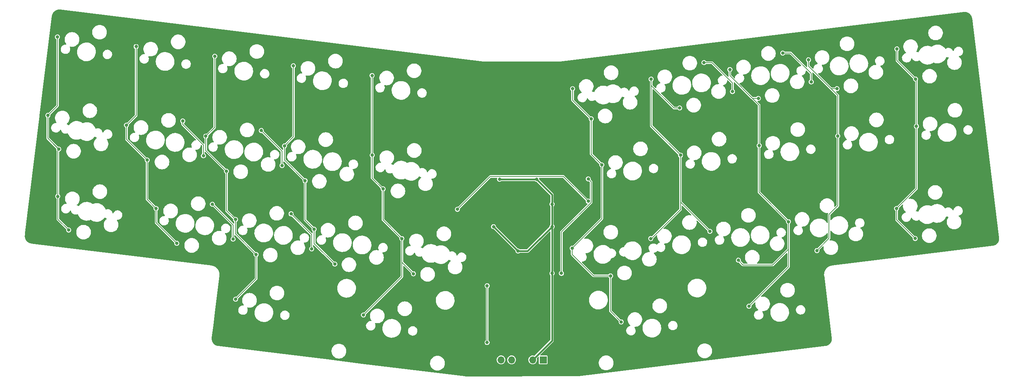
<source format=gtl>
%TF.GenerationSoftware,KiCad,Pcbnew,7.0.6*%
%TF.CreationDate,2024-02-12T15:48:59-05:00*%
%TF.ProjectId,lalettre2040-tripple-stagger-hotswap-pcb,6c616c65-7474-4726-9532-3034302d7472,rev?*%
%TF.SameCoordinates,PX1ea85bbPY7e0978f*%
%TF.FileFunction,Copper,L1,Top*%
%TF.FilePolarity,Positive*%
%FSLAX46Y46*%
G04 Gerber Fmt 4.6, Leading zero omitted, Abs format (unit mm)*
G04 Created by KiCad (PCBNEW 7.0.6) date 2024-02-12 15:48:59*
%MOMM*%
%LPD*%
G01*
G04 APERTURE LIST*
%TA.AperFunction,ComponentPad*%
%ADD10O,1.700000X1.700000*%
%TD*%
%TA.AperFunction,ComponentPad*%
%ADD11R,1.700000X1.700000*%
%TD*%
%TA.AperFunction,ViaPad*%
%ADD12C,0.800000*%
%TD*%
%TA.AperFunction,Conductor*%
%ADD13C,0.400000*%
%TD*%
%TA.AperFunction,Conductor*%
%ADD14C,0.200000*%
%TD*%
G04 APERTURE END LIST*
D10*
%TO.P,J2,5,Pin_5*%
%TO.N,SWCLK*%
X115145950Y3212205D03*
%TO.P,J2,4,Pin_4*%
%TO.N,SWDIO*%
X117685950Y3212205D03*
%TO.P,J2,3,Pin_3*%
%TO.N,GND*%
X120225950Y3212205D03*
%TO.P,J2,2,Pin_2*%
%TO.N,+3V3*%
X122765950Y3212205D03*
D11*
%TO.P,J2,1,Pin_1*%
%TO.N,RESET*%
X125305950Y3212205D03*
%TD*%
D12*
%TO.N,GND*%
X121343118Y35954419D03*
X120152496Y37145044D03*
X112413427Y43098174D03*
X115985301Y45479427D03*
X118961866Y38335671D03*
X121343120Y38335669D03*
X112413423Y45479427D03*
X112413424Y40716924D03*
X111222797Y36145045D03*
X118961868Y35954418D03*
%TO.N,+3V3*%
X127411561Y35299316D03*
X119244263Y29405976D03*
X114794679Y46670052D03*
X127411564Y24048158D03*
X123724371Y46670052D03*
X127411562Y40716922D03*
X113350922Y35299316D03*
%TO.N,Net-(D7-A)*%
X163968246Y74782079D03*
X170820157Y67826200D03*
%TO.N,Net-(D8-A)*%
X182876265Y77103691D03*
X189728176Y70147813D03*
%TO.N,row1*%
X104674356Y39462660D03*
X136124571Y41413611D03*
%TO.N,Net-(D12-A)*%
X43591870Y52346430D03*
X38626271Y60753316D03*
%TO.N,Net-(D13-A)*%
X62499893Y50024816D03*
X57534292Y58431704D03*
%TO.N,Net-(D22-A)*%
X45758668Y40684491D03*
X50724269Y32277602D03*
%TO.N,Net-(D23-A)*%
X64666688Y38362876D03*
X69632289Y29955989D03*
%TO.N,row3*%
X111818110Y21071594D03*
X111818112Y7379393D03*
%TO.N,col0*%
X11191741Y34468154D03*
X6184250Y62073261D03*
X8589641Y42584839D03*
X8505863Y80981281D03*
X8786351Y53956577D03*
%TO.N,col1*%
X25092270Y59751648D03*
X27413883Y78659668D03*
X37190267Y31275936D03*
X32224668Y39682823D03*
X30057871Y51344762D03*
%TO.N,col2*%
X49137877Y48666546D03*
X51346561Y17806385D03*
X44172276Y57073434D03*
X46321902Y76338056D03*
X51304672Y37004608D03*
X56270275Y28597721D03*
%TO.N,col3*%
X63080296Y54751822D03*
X65229922Y74016444D03*
X68045897Y46344934D03*
X70212693Y34682994D03*
X75178296Y26276109D03*
%TO.N,col4*%
X91312227Y32427782D03*
X86781931Y44379923D03*
X84137942Y71694831D03*
X82072098Y14033764D03*
X94086317Y23954496D03*
X84179833Y52496610D03*
%TO.N,col5*%
X141482800Y23438733D03*
X144043009Y12357197D03*
X132267388Y30104410D03*
X139399783Y50173239D03*
X132351165Y68500855D03*
X136839574Y61254773D03*
%TO.N,col6*%
X158111096Y63866587D03*
X165356421Y34167233D03*
X158307803Y52494851D03*
X151175408Y32426023D03*
X151259185Y70822468D03*
%TO.N,col7*%
X177019114Y66188201D03*
X172208332Y27211355D03*
X177215824Y54816465D03*
X174768541Y16129818D03*
X170167205Y73144080D03*
X184264442Y36488846D03*
%TO.N,col8*%
X189075222Y75465693D03*
X195927135Y68509813D03*
X191116352Y29532967D03*
X196123843Y57138077D03*
%TO.N,col9*%
X215031863Y59459690D03*
X214835155Y70831426D03*
X214751378Y32434983D03*
X210262968Y39681065D03*
X210346747Y78077507D03*
%TO.N,CS*%
X129677501Y24048158D03*
X136124568Y46789111D03*
%TD*%
D13*
%TO.N,+3V3*%
X121518223Y29405976D02*
X127411561Y35299316D01*
X127411565Y42982862D02*
X127411562Y40716922D01*
X119244263Y29405976D02*
X121518223Y29405976D01*
X127411561Y35299316D02*
X127411564Y7857818D01*
X127411562Y40716922D02*
X127411561Y35299316D01*
X113350922Y35299316D02*
X119244263Y29405976D01*
X122765947Y3212202D02*
X127411564Y7857818D01*
X114794679Y46670052D02*
X123724371Y46670052D01*
X123724371Y46670052D02*
X127411565Y42982862D01*
D14*
%TO.N,Net-(D7-A)*%
X163968246Y74782079D02*
X165894089Y74782079D01*
X170820161Y69856010D02*
X170820157Y67826200D01*
X165894089Y74782079D02*
X170820161Y69856010D01*
%TO.N,Net-(D8-A)*%
X189728181Y72177624D02*
X189728176Y70147813D01*
X184802110Y77103692D02*
X189728181Y72177624D01*
X182876265Y77103691D02*
X184802110Y77103692D01*
%TO.N,row1*%
X104674356Y39462660D02*
X112581749Y47370053D01*
X136124571Y41413611D02*
X130168130Y47370052D01*
X112581749Y47370053D02*
X130168130Y47370052D01*
%TO.N,Net-(D12-A)*%
X38626271Y60753316D02*
X38626272Y59906961D01*
X43591873Y54941361D02*
X43591870Y52346430D01*
X38626272Y59906961D02*
X43591873Y54941361D01*
%TO.N,Net-(D13-A)*%
X62499892Y53466103D02*
X62499893Y50024816D01*
X57534292Y58431704D02*
X62499892Y53466103D01*
%TO.N,Net-(D22-A)*%
X50724271Y35718889D02*
X50724269Y32277602D01*
X45758668Y40684491D02*
X50724271Y35718889D01*
%TO.N,Net-(D23-A)*%
X64666688Y38362876D02*
X69632292Y33397276D01*
X69632292Y33397276D02*
X69632289Y29955989D01*
%TO.N,row3*%
X111818110Y21071594D02*
X111818112Y7379393D01*
%TO.N,col0*%
X6184250Y56558675D02*
X8786351Y53956577D01*
X8589641Y54153284D02*
X6184250Y56558675D01*
X8505863Y80981281D02*
X8505866Y64394875D01*
X8505866Y64394875D02*
X6184250Y62073261D01*
X8589641Y42584839D02*
X8589641Y54153284D01*
X8589641Y42584839D02*
X8589640Y37070252D01*
X8589640Y37070252D02*
X11191741Y34468154D01*
X6184250Y62073261D02*
X6184250Y56558675D01*
%TO.N,col1*%
X32224668Y39682823D02*
X32224667Y36241537D01*
X32224667Y36241537D02*
X37190267Y31275936D01*
X25092271Y56310361D02*
X30057871Y51344762D01*
X27413883Y78659668D02*
X27413885Y62073262D01*
X30057871Y41849620D02*
X32224668Y39682823D01*
X25092270Y59751648D02*
X25092271Y56310361D01*
X27413885Y62073262D02*
X25092270Y59751648D01*
X30057871Y51344762D02*
X30057871Y41849620D01*
%TO.N,col2*%
X49137877Y48666546D02*
X49137875Y39171404D01*
X56270275Y22730096D02*
X51346561Y17806385D01*
X51304674Y33563320D02*
X51304672Y37004608D01*
X56270275Y28597721D02*
X51304674Y33563320D01*
X49137875Y39171404D02*
X51304672Y37004608D01*
X46321902Y76338056D02*
X46321901Y59223060D01*
X44172275Y53632151D02*
X49137877Y48666546D01*
X44172276Y57073434D02*
X44172275Y53632151D01*
X56270275Y28597721D02*
X56270275Y22730096D01*
X46321901Y59223060D02*
X44172276Y57073434D01*
%TO.N,col3*%
X68045897Y46344934D02*
X68045896Y36849793D01*
X68045896Y36849793D02*
X70212693Y34682994D01*
X65229922Y74016444D02*
X65229922Y56901448D01*
X68045897Y46344934D02*
X63080296Y51310539D01*
X70212693Y34682994D02*
X70212695Y31241707D01*
X70212695Y31241707D02*
X75178296Y26276109D01*
X63080296Y51310539D02*
X63080296Y54751822D01*
X65229922Y56901448D02*
X63080296Y54751822D01*
%TO.N,col4*%
X91312227Y32427782D02*
X91312228Y26728581D01*
X86781931Y44379923D02*
X86781930Y36958079D01*
X86781930Y36958079D02*
X91312227Y32427782D01*
X84179833Y52496610D02*
X84179831Y46982018D01*
X91312227Y32427782D02*
X91312228Y23273898D01*
X84137943Y52538498D02*
X84179833Y52496610D01*
X84179831Y46982018D02*
X86781931Y44379923D01*
X84137942Y71694831D02*
X84137943Y52538498D01*
X91312228Y23273898D02*
X82072098Y14033764D01*
X91312228Y26728581D02*
X94086317Y23954496D01*
%TO.N,col5*%
X136839574Y61254773D02*
X136839572Y52733448D01*
X132267383Y28592924D02*
X137421578Y23438734D01*
X136839572Y52733448D02*
X139399783Y50173239D01*
X132351162Y65743183D02*
X136839574Y61254773D01*
X132267388Y30104410D02*
X132267383Y28592924D01*
X137421578Y23438734D02*
X141482800Y23438733D01*
X132351165Y68500855D02*
X132351162Y65743183D01*
X139399781Y37236806D02*
X132267388Y30104410D01*
X141482800Y23438733D02*
X141482798Y14917407D01*
X139399783Y50173239D02*
X139399781Y37236806D01*
X141482798Y14917407D02*
X144043009Y12357197D01*
%TO.N,col6*%
X151259185Y70822468D02*
X151259183Y59543468D01*
X158307802Y41215853D02*
X165356421Y34167233D01*
X151259183Y59543468D02*
X158307803Y52494851D01*
X156703579Y63866587D02*
X151259184Y69310982D01*
X151259184Y69310982D02*
X151259185Y70822468D01*
X158307803Y52494851D02*
X158307800Y39454659D01*
X151279165Y32426023D02*
X151175408Y32426023D01*
X158307803Y52494851D02*
X158307802Y41215853D01*
X158111096Y63866587D02*
X156703579Y63866587D01*
X158307800Y39454659D02*
X151279165Y32426023D01*
%TO.N,col7*%
X184264439Y25625717D02*
X184264442Y36488846D01*
X174768541Y16129818D02*
X184264439Y25625717D01*
X180450864Y26049056D02*
X184264439Y29862632D01*
X177215824Y64583975D02*
X170167207Y71632594D01*
X177019114Y66188201D02*
X175611597Y66188201D01*
X184264442Y36488846D02*
X177215822Y43537465D01*
X172208332Y27211355D02*
X173370634Y26049056D01*
X177215822Y43537465D02*
X177215824Y54816465D01*
X177215824Y54816465D02*
X177215824Y64583975D01*
X175611597Y66188201D02*
X170167207Y71632594D01*
X173370634Y26049056D02*
X180450864Y26049056D01*
X170167207Y71632594D02*
X170167205Y73144080D01*
X184264439Y29862632D02*
X184264442Y36488846D01*
%TO.N,col8*%
X191116352Y29532967D02*
X194024253Y32440868D01*
X196123843Y57138077D02*
X196123843Y66905590D01*
X194024253Y32440868D02*
X194024254Y38202813D01*
X194024254Y38202813D02*
X196123843Y40302402D01*
X196123843Y66905590D02*
X189075224Y73954208D01*
X196123843Y40302402D02*
X196123843Y57138077D01*
X195927135Y68509813D02*
X194519617Y68509814D01*
X194519617Y68509814D02*
X189075224Y73954208D01*
X189075224Y73954208D02*
X189075222Y75465693D01*
%TO.N,col9*%
X214751378Y32434983D02*
X210262970Y36923392D01*
X215031862Y44449959D02*
X210262968Y39681065D01*
X215031863Y59459690D02*
X215031862Y44449959D01*
X210346745Y75319835D02*
X210346747Y78077507D01*
X214835155Y70831426D02*
X210346745Y75319835D01*
X215031863Y59459690D02*
X215031861Y70634719D01*
X210262970Y36923392D02*
X210262968Y39681065D01*
X215031861Y70634719D02*
X214835155Y70831426D01*
%TO.N,CS*%
X129677502Y33976594D02*
X136824568Y41123661D01*
X136824567Y46089112D02*
X136124568Y46789111D01*
X129677501Y24048158D02*
X129677502Y33976594D01*
X136824568Y41123661D02*
X136824567Y46089112D01*
%TD*%
%TA.AperFunction,Conductor*%
%TO.N,GND*%
G36*
X8963106Y87575803D02*
G01*
X9051662Y87571703D01*
X9054707Y87571484D01*
X9148103Y87562405D01*
X110816975Y75079036D01*
X110821908Y75078176D01*
X110822454Y75078116D01*
X110822458Y75078114D01*
X110843729Y75075751D01*
X110865039Y75073134D01*
X110865039Y75073135D01*
X110865569Y75073069D01*
X110870591Y75072767D01*
X110910633Y75068317D01*
X110916074Y75067465D01*
X110918479Y75066979D01*
X110918496Y75066973D01*
X110938728Y75065195D01*
X110952143Y75063705D01*
X110958851Y75062959D01*
X110958851Y75062960D01*
X110958861Y75062958D01*
X110958870Y75062960D01*
X110961306Y75062963D01*
X110966833Y75062726D01*
X111006856Y75059209D01*
X111012321Y75058481D01*
X111014742Y75058048D01*
X111014749Y75058046D01*
X111014755Y75058046D01*
X111014759Y75058045D01*
X111034970Y75056738D01*
X111039248Y75056362D01*
X111055193Y75054960D01*
X111055202Y75054962D01*
X111057656Y75055022D01*
X111063188Y75054912D01*
X111103243Y75052319D01*
X111108737Y75051716D01*
X111111157Y75051341D01*
X111111171Y75051337D01*
X111129612Y75050569D01*
X111131456Y75050492D01*
X111132765Y75050408D01*
X111151678Y75049183D01*
X111151687Y75049185D01*
X111154126Y75049300D01*
X111159662Y75049317D01*
X111191781Y75047980D01*
X111199778Y75047646D01*
X111205303Y75047168D01*
X111207715Y75046851D01*
X111207727Y75046848D01*
X111227974Y75046471D01*
X111232033Y75046302D01*
X111248269Y75045625D01*
X111248270Y75045626D01*
X111248273Y75045625D01*
X111248275Y75045626D01*
X111250748Y75045800D01*
X111256272Y75045944D01*
X111296508Y75045194D01*
X111302502Y75044791D01*
X111302837Y75044753D01*
X111302840Y75044752D01*
X111315484Y75044711D01*
X111323912Y75044683D01*
X111324833Y75044666D01*
X111344941Y75044291D01*
X111344955Y75044295D01*
X111345037Y75044301D01*
X111350794Y75044573D01*
X111356583Y75044576D01*
X111356605Y75044576D01*
X111366443Y75044544D01*
X111381115Y75044495D01*
X111382849Y75044592D01*
X128853023Y75054430D01*
X128858004Y75054180D01*
X128879031Y75054432D01*
X128880033Y75054444D01*
X128901465Y75054456D01*
X128901467Y75054457D01*
X128902049Y75054457D01*
X128907012Y75054768D01*
X128946446Y75055240D01*
X128951980Y75055058D01*
X128954355Y75054874D01*
X128954370Y75054871D01*
X128973682Y75055544D01*
X128974660Y75055577D01*
X128976109Y75055595D01*
X128994964Y75055820D01*
X128994977Y75055824D01*
X128997346Y75056119D01*
X129002854Y75056559D01*
X129042157Y75057926D01*
X129047697Y75057870D01*
X129050104Y75057739D01*
X129050105Y75057738D01*
X129050105Y75057739D01*
X129050107Y75057738D01*
X129063638Y75058519D01*
X129070405Y75058909D01*
X129090668Y75059613D01*
X129090676Y75059616D01*
X129093023Y75059963D01*
X129098544Y75060531D01*
X129137801Y75062794D01*
X129143352Y75062864D01*
X129145734Y75062789D01*
X129145744Y75062787D01*
X129165965Y75064416D01*
X129186252Y75065585D01*
X129186267Y75065590D01*
X129188609Y75065991D01*
X129194104Y75066683D01*
X129233303Y75069841D01*
X129238851Y75070037D01*
X129241233Y75070017D01*
X129241243Y75070015D01*
X129261436Y75072106D01*
X129281679Y75073736D01*
X129281692Y75073741D01*
X129284025Y75074195D01*
X129289511Y75075013D01*
X129313083Y75077454D01*
X129328733Y75079073D01*
X129334756Y75079402D01*
X129335027Y75079404D01*
X129335036Y75079403D01*
X129355963Y75081892D01*
X129376909Y75084060D01*
X129376918Y75084064D01*
X129376993Y75084079D01*
X129382679Y75085049D01*
X129388083Y75085712D01*
X129410098Y75088329D01*
X129410099Y75088330D01*
X129412493Y75088614D01*
X129414195Y75088918D01*
X143931059Y76871365D01*
X177695423Y76871365D01*
X177734613Y76611351D01*
X177734615Y76611345D01*
X177812125Y76360066D01*
X177926218Y76123149D01*
X177926220Y76123147D01*
X177926221Y76123144D01*
X178074353Y75905874D01*
X178253213Y75713108D01*
X178458806Y75549153D01*
X178686539Y75417671D01*
X178931325Y75321600D01*
X179187695Y75263085D01*
X179187701Y75263085D01*
X179187704Y75263084D01*
X179384263Y75248354D01*
X179384269Y75248354D01*
X179515583Y75248354D01*
X179712141Y75263084D01*
X179712143Y75263085D01*
X179712151Y75263085D01*
X179968521Y75321600D01*
X180213307Y75417671D01*
X180441040Y75549153D01*
X180646633Y75713108D01*
X180825493Y75905874D01*
X180973625Y76123144D01*
X181087721Y76360066D01*
X181165231Y76611346D01*
X181165405Y76612496D01*
X181204422Y76871365D01*
X181204423Y76871374D01*
X181204423Y77103690D01*
X182270583Y77103690D01*
X182291220Y76946931D01*
X182291221Y76946929D01*
X182351424Y76801585D01*
X182351729Y76800850D01*
X182447983Y76675409D01*
X182573424Y76579155D01*
X182719503Y76518647D01*
X182797884Y76508328D01*
X182876264Y76498009D01*
X182876265Y76498009D01*
X182876266Y76498009D01*
X182928518Y76504889D01*
X183033027Y76518647D01*
X183179106Y76579155D01*
X183304547Y76675409D01*
X183365372Y76754679D01*
X183421800Y76795881D01*
X183463748Y76803192D01*
X184626277Y76803192D01*
X184693316Y76783507D01*
X184713958Y76766873D01*
X186801229Y74679603D01*
X187293869Y74186964D01*
X187327354Y74125641D01*
X187322370Y74055949D01*
X187280498Y74000016D01*
X187217975Y73975845D01*
X187155609Y73969889D01*
X187102355Y73964804D01*
X187102351Y73964803D01*
X186895388Y73904034D01*
X186703650Y73805186D01*
X186534099Y73671849D01*
X186534096Y73671845D01*
X186392842Y73508830D01*
X186392833Y73508819D01*
X186284984Y73322018D01*
X186215831Y73122211D01*
X186214433Y73118171D01*
X186183734Y72904658D01*
X186193998Y72689194D01*
X186244853Y72479566D01*
X186244854Y72479563D01*
X186314966Y72326040D01*
X186334462Y72283351D01*
X186447041Y72125256D01*
X186469893Y72059229D01*
X186453420Y71991329D01*
X186402853Y71943113D01*
X186346033Y71929329D01*
X186300442Y71929329D01*
X186103883Y71914600D01*
X186103878Y71914599D01*
X185847517Y71856087D01*
X185847498Y71856081D01*
X185602717Y71760012D01*
X185374985Y71628530D01*
X185169392Y71464575D01*
X185169390Y71464573D01*
X184990532Y71271810D01*
X184842397Y71054535D01*
X184728304Y70817618D01*
X184650794Y70566339D01*
X184650792Y70566333D01*
X184611602Y70306319D01*
X184611601Y70306310D01*
X184611601Y70043349D01*
X184611602Y70043340D01*
X184650792Y69783326D01*
X184650794Y69783320D01*
X184728304Y69532041D01*
X184842397Y69295124D01*
X184842399Y69295122D01*
X184842400Y69295119D01*
X184990532Y69077849D01*
X185169392Y68885083D01*
X185374985Y68721128D01*
X185602718Y68589646D01*
X185847504Y68493575D01*
X186103874Y68435060D01*
X186103880Y68435060D01*
X186103883Y68435059D01*
X186300442Y68420329D01*
X186300448Y68420329D01*
X186431762Y68420329D01*
X186628320Y68435059D01*
X186628322Y68435060D01*
X186628330Y68435060D01*
X186884700Y68493575D01*
X187129486Y68589646D01*
X187357219Y68721128D01*
X187562812Y68885083D01*
X187741672Y69077849D01*
X187889804Y69295119D01*
X188003900Y69532041D01*
X188081410Y69783321D01*
X188081414Y69783343D01*
X188120601Y70043340D01*
X188120601Y70043341D01*
X188120602Y70043347D01*
X188120602Y70306311D01*
X188116525Y70333363D01*
X188081411Y70566333D01*
X188081409Y70566339D01*
X188078399Y70576098D01*
X188003900Y70817617D01*
X187889804Y71054539D01*
X187741672Y71271809D01*
X187562812Y71464575D01*
X187491707Y71521280D01*
X187451568Y71578466D01*
X187448718Y71648278D01*
X187484063Y71708548D01*
X187534084Y71737202D01*
X187738789Y71797308D01*
X187930519Y71896152D01*
X188100077Y72029494D01*
X188241336Y72192515D01*
X188349190Y72379324D01*
X188419741Y72583169D01*
X188444565Y72755822D01*
X188473588Y72819372D01*
X188532366Y72857147D01*
X188602235Y72857147D01*
X188654982Y72825851D01*
X189391360Y72089474D01*
X189424845Y72028151D01*
X189427679Y72001793D01*
X189427677Y70735297D01*
X189407992Y70668257D01*
X189379164Y70636922D01*
X189299896Y70576098D01*
X189203639Y70450653D01*
X189143132Y70304576D01*
X189143131Y70304574D01*
X189122494Y70147815D01*
X189122494Y70147812D01*
X189143131Y69991053D01*
X189143132Y69991051D01*
X189197133Y69860680D01*
X189203640Y69844972D01*
X189299894Y69719531D01*
X189425335Y69623277D01*
X189571414Y69562769D01*
X189599610Y69559057D01*
X189728175Y69542131D01*
X189728176Y69542131D01*
X189728177Y69542131D01*
X189780429Y69549011D01*
X189884938Y69562769D01*
X190031017Y69623277D01*
X190156458Y69719531D01*
X190252712Y69844972D01*
X190313220Y69991051D01*
X190333039Y70141589D01*
X190333858Y70147812D01*
X190333858Y70147815D01*
X190316859Y70276935D01*
X190313220Y70304575D01*
X190252712Y70450654D01*
X190156458Y70576095D01*
X190100998Y70618651D01*
X190077190Y70636920D01*
X190035988Y70693348D01*
X190028677Y70735295D01*
X190028677Y70911258D01*
X190028679Y72114802D01*
X190029275Y72123372D01*
X190030950Y72135380D01*
X190030954Y72135389D01*
X190028746Y72183136D01*
X190028680Y72186003D01*
X190028680Y72194282D01*
X190028681Y72205467D01*
X190028187Y72208103D01*
X190027197Y72216643D01*
X190026665Y72228160D01*
X190025766Y72247616D01*
X190025763Y72247621D01*
X190023729Y72256275D01*
X190027543Y72326040D01*
X190068470Y72382669D01*
X190133515Y72408181D01*
X190202028Y72394477D01*
X190232116Y72372345D01*
X192250012Y70354448D01*
X194262695Y68341765D01*
X194268338Y68335281D01*
X194275657Y68325589D01*
X194275659Y68325586D01*
X194311004Y68293365D01*
X194313041Y68291419D01*
X194326820Y68277640D01*
X194329349Y68275111D01*
X194329365Y68275097D01*
X195787024Y66817438D01*
X195820509Y66756115D01*
X195823343Y66729757D01*
X195823343Y57725559D01*
X195803658Y57658520D01*
X195774829Y57627183D01*
X195695562Y57566361D01*
X195599306Y57440917D01*
X195538799Y57294840D01*
X195538798Y57294838D01*
X195518161Y57138079D01*
X195518161Y57138076D01*
X195538798Y56981317D01*
X195538799Y56981315D01*
X195576320Y56890730D01*
X195599307Y56835236D01*
X195692016Y56714415D01*
X195695562Y56709794D01*
X195717049Y56693307D01*
X195773267Y56650169D01*
X195774829Y56648971D01*
X195816032Y56592543D01*
X195823343Y56550595D01*
X195823343Y40478236D01*
X195803658Y40411197D01*
X195787024Y40390555D01*
X195512762Y40116293D01*
X195451439Y40082808D01*
X195381747Y40087792D01*
X195325814Y40129664D01*
X195301397Y40195128D01*
X195301427Y40213237D01*
X195301647Y40216174D01*
X195301647Y40479133D01*
X195301646Y40479142D01*
X195262456Y40739156D01*
X195262454Y40739162D01*
X195257428Y40755457D01*
X195184945Y40990440D01*
X195070849Y41227362D01*
X194922717Y41444632D01*
X194743857Y41637398D01*
X194538264Y41801353D01*
X194310531Y41932835D01*
X194065745Y42028906D01*
X194065740Y42028908D01*
X194065731Y42028910D01*
X193814834Y42086175D01*
X193809375Y42087421D01*
X193809374Y42087422D01*
X193809370Y42087422D01*
X193809365Y42087423D01*
X193612807Y42102152D01*
X193612801Y42102152D01*
X193481493Y42102152D01*
X193481487Y42102152D01*
X193284928Y42087423D01*
X193284923Y42087422D01*
X193028562Y42028910D01*
X193028543Y42028904D01*
X192783762Y41932835D01*
X192556030Y41801353D01*
X192350437Y41637398D01*
X192350435Y41637396D01*
X192171577Y41444633D01*
X192023442Y41227358D01*
X191909349Y40990441D01*
X191831839Y40739162D01*
X191831837Y40739156D01*
X191792647Y40479142D01*
X191792647Y40216163D01*
X191831837Y39956149D01*
X191831839Y39956143D01*
X191909349Y39704864D01*
X192023442Y39467947D01*
X192023444Y39467945D01*
X192023445Y39467942D01*
X192171577Y39250672D01*
X192350437Y39057906D01*
X192556030Y38893951D01*
X192783763Y38762469D01*
X193028549Y38666398D01*
X193284919Y38607883D01*
X193284925Y38607883D01*
X193284928Y38607882D01*
X193481487Y38593152D01*
X193481493Y38593152D01*
X193612806Y38593152D01*
X193667495Y38597251D01*
X193687647Y38598761D01*
X193755971Y38584142D01*
X193805544Y38534905D01*
X193820628Y38466684D01*
X193796435Y38401136D01*
X193792313Y38395892D01*
X193792081Y38395614D01*
X193790560Y38393393D01*
X193785230Y38386665D01*
X193764337Y38363747D01*
X193764337Y38363746D01*
X193761832Y38357280D01*
X193748513Y38332011D01*
X193744599Y38326298D01*
X193744597Y38326292D01*
X193737498Y38296114D01*
X193734957Y38287906D01*
X193723755Y38258989D01*
X193723753Y38258982D01*
X193723753Y38252051D01*
X193720463Y38223689D01*
X193718875Y38216937D01*
X193718875Y38216930D01*
X193723158Y38186225D01*
X193723753Y38177651D01*
X193723753Y36342658D01*
X193704068Y36275619D01*
X193651264Y36229864D01*
X193582106Y36219920D01*
X193518550Y36248945D01*
X193499924Y36269104D01*
X193405219Y36397637D01*
X193366014Y36450847D01*
X193156744Y36667232D01*
X193156737Y36667238D01*
X192920502Y36853790D01*
X192902759Y36864299D01*
X192661497Y37007200D01*
X192661493Y37007202D01*
X192384351Y37124720D01*
X192094037Y37204245D01*
X192006994Y37215951D01*
X191795689Y37244369D01*
X191570006Y37244369D01*
X191569998Y37244369D01*
X191344825Y37229296D01*
X191344816Y37229294D01*
X191049827Y37169335D01*
X190765462Y37070592D01*
X190496791Y36934826D01*
X190496789Y36934825D01*
X190248610Y36764460D01*
X190025357Y36562540D01*
X189831002Y36332656D01*
X189669028Y36078927D01*
X189669027Y36078925D01*
X189542321Y35805879D01*
X189542317Y35805870D01*
X189453130Y35518361D01*
X189414004Y35286401D01*
X189403061Y35221528D01*
X189393789Y34944191D01*
X189393002Y34920667D01*
X189423133Y34621160D01*
X189423134Y34621153D01*
X189492915Y34328340D01*
X189492918Y34328328D01*
X189597449Y34056921D01*
X189601108Y34047421D01*
X189745776Y33783437D01*
X189745778Y33783434D01*
X189745780Y33783431D01*
X189856852Y33632684D01*
X189924338Y33541091D01*
X190078775Y33381403D01*
X190133607Y33324707D01*
X190133614Y33324701D01*
X190361655Y33144620D01*
X190369853Y33138146D01*
X190628855Y32984738D01*
X190905994Y32867221D01*
X190905997Y32867221D01*
X190906000Y32867219D01*
X191196314Y32787694D01*
X191196319Y32787694D01*
X191196324Y32787692D01*
X191494663Y32747569D01*
X191494668Y32747569D01*
X191720354Y32747569D01*
X191884115Y32758532D01*
X191945529Y32762643D01*
X192240522Y32822603D01*
X192524892Y32921347D01*
X192793562Y33057113D01*
X193041740Y33227477D01*
X193264996Y33429400D01*
X193459347Y33659279D01*
X193495233Y33715495D01*
X193547899Y33761410D01*
X193617027Y33771564D01*
X193680671Y33742732D01*
X193718623Y33684069D01*
X193723753Y33648773D01*
X193723753Y32616703D01*
X193704068Y32549664D01*
X193687434Y32529022D01*
X191319278Y30160866D01*
X191257955Y30127381D01*
X191215412Y30125608D01*
X191116353Y30138649D01*
X191116351Y30138649D01*
X190959591Y30118012D01*
X190959589Y30118011D01*
X190813512Y30057504D01*
X190688070Y29961249D01*
X190591815Y29835807D01*
X190531308Y29689730D01*
X190531307Y29689728D01*
X190510670Y29532969D01*
X190510670Y29532966D01*
X190531307Y29376207D01*
X190531308Y29376205D01*
X190579155Y29260691D01*
X190591816Y29230126D01*
X190688070Y29104685D01*
X190813511Y29008431D01*
X190959590Y28947923D01*
X191037970Y28937605D01*
X191116351Y28927285D01*
X191116352Y28927285D01*
X191116353Y28927285D01*
X191174551Y28934947D01*
X191273114Y28947923D01*
X191419193Y29008431D01*
X191544634Y29104685D01*
X191640888Y29230126D01*
X191701396Y29376205D01*
X191716756Y29492878D01*
X191722034Y29532966D01*
X191722034Y29532967D01*
X191718623Y29558878D01*
X191708992Y29632031D01*
X191719757Y29701065D01*
X191744247Y29735893D01*
X192511573Y30503219D01*
X192572894Y30536702D01*
X192642586Y30531718D01*
X192698519Y30489846D01*
X192722936Y30424382D01*
X192721867Y30397056D01*
X192715706Y30356183D01*
X192715705Y30356171D01*
X192715705Y30093210D01*
X192715706Y30093201D01*
X192754896Y29833187D01*
X192754898Y29833181D01*
X192832408Y29581902D01*
X192946501Y29344985D01*
X192946503Y29344983D01*
X192946504Y29344980D01*
X193094636Y29127710D01*
X193273496Y28934944D01*
X193479089Y28770989D01*
X193706822Y28639507D01*
X193951608Y28543436D01*
X194207978Y28484921D01*
X194207984Y28484921D01*
X194207987Y28484920D01*
X194404546Y28470190D01*
X194404552Y28470190D01*
X194535866Y28470190D01*
X194732424Y28484920D01*
X194732426Y28484921D01*
X194732434Y28484921D01*
X194988804Y28543436D01*
X195233590Y28639507D01*
X195461323Y28770989D01*
X195666916Y28934944D01*
X195845776Y29127710D01*
X195993908Y29344980D01*
X196108004Y29581902D01*
X196185514Y29833182D01*
X196191299Y29871560D01*
X196224705Y30093201D01*
X196224704Y30093202D01*
X196224706Y30093208D01*
X196224706Y30356172D01*
X196224705Y30356180D01*
X196185515Y30616194D01*
X196185513Y30616200D01*
X196184072Y30620872D01*
X196108004Y30867478D01*
X196003488Y31084507D01*
X195993910Y31104396D01*
X195993909Y31104397D01*
X195993908Y31104400D01*
X195845776Y31321670D01*
X195666916Y31514436D01*
X195461323Y31678391D01*
X195233590Y31809873D01*
X194988804Y31905944D01*
X194988799Y31905946D01*
X194988790Y31905948D01*
X194760614Y31958027D01*
X194732434Y31964459D01*
X194732433Y31964460D01*
X194732429Y31964460D01*
X194732424Y31964461D01*
X194535866Y31979190D01*
X194535860Y31979190D01*
X194404552Y31979190D01*
X194404546Y31979190D01*
X194287312Y31970405D01*
X194218989Y31985024D01*
X194169416Y32034262D01*
X194154333Y32102484D01*
X194178527Y32168031D01*
X194203322Y32193014D01*
X194208479Y32196909D01*
X194208479Y32196910D01*
X194208481Y32196910D01*
X194240712Y32232268D01*
X194242620Y32234266D01*
X194256427Y32248071D01*
X194257937Y32250276D01*
X194263276Y32257017D01*
X194274438Y32269261D01*
X194284169Y32279935D01*
X194286669Y32286390D01*
X194300002Y32311686D01*
X194303909Y32317387D01*
X194311010Y32347583D01*
X194313545Y32355767D01*
X194324753Y32384695D01*
X194324753Y32391620D01*
X194328048Y32420013D01*
X194329631Y32426745D01*
X194329632Y32426749D01*
X194325345Y32457477D01*
X194324752Y32466020D01*
X194324753Y34187404D01*
X194344438Y34254444D01*
X194397242Y34300198D01*
X194466400Y34310142D01*
X194529956Y34281117D01*
X194548581Y34260959D01*
X194560366Y34244964D01*
X194651337Y34121497D01*
X194860608Y33905111D01*
X194860615Y33905105D01*
X195080425Y33731524D01*
X195096854Y33718550D01*
X195355856Y33565142D01*
X195632995Y33447625D01*
X195632998Y33447625D01*
X195633001Y33447623D01*
X195923315Y33368098D01*
X195923320Y33368098D01*
X195923325Y33368096D01*
X196221664Y33327973D01*
X196221669Y33327973D01*
X196447355Y33327973D01*
X196611116Y33338936D01*
X196672530Y33343047D01*
X196894419Y33388148D01*
X198708825Y33388148D01*
X198708826Y33388139D01*
X198748016Y33128125D01*
X198748018Y33128119D01*
X198825528Y32876840D01*
X198939621Y32639923D01*
X198939623Y32639921D01*
X198939624Y32639918D01*
X199087756Y32422648D01*
X199266616Y32229882D01*
X199472209Y32065927D01*
X199699942Y31934445D01*
X199944728Y31838374D01*
X200201098Y31779859D01*
X200201104Y31779859D01*
X200201107Y31779858D01*
X200397666Y31765128D01*
X200397672Y31765128D01*
X200528986Y31765128D01*
X200725544Y31779858D01*
X200725546Y31779859D01*
X200725554Y31779859D01*
X200981924Y31838374D01*
X201226710Y31934445D01*
X201454443Y32065927D01*
X201660036Y32229882D01*
X201838896Y32422648D01*
X201987028Y32639918D01*
X202101124Y32876840D01*
X202178634Y33128120D01*
X202181122Y33144623D01*
X202217825Y33388139D01*
X202217825Y33388140D01*
X202217826Y33388146D01*
X202217826Y33651110D01*
X202217771Y33651474D01*
X202178635Y33911132D01*
X202178633Y33911138D01*
X202101124Y34162416D01*
X201987028Y34399338D01*
X201838896Y34616608D01*
X201660036Y34809374D01*
X201588931Y34866079D01*
X201548792Y34923265D01*
X201545942Y34993077D01*
X201581287Y35053347D01*
X201631308Y35082001D01*
X201836013Y35142107D01*
X202027743Y35240951D01*
X202059587Y35265993D01*
X202107386Y35303583D01*
X202197301Y35374293D01*
X202338560Y35537314D01*
X202446414Y35724123D01*
X202516965Y35927968D01*
X202547664Y36141481D01*
X202537400Y36356945D01*
X202486545Y36566573D01*
X202396936Y36762788D01*
X202271813Y36938499D01*
X202115698Y37087355D01*
X201934232Y37203975D01*
X201910615Y37213430D01*
X201733973Y37284147D01*
X201522166Y37324969D01*
X201522165Y37324969D01*
X201360502Y37324969D01*
X201199578Y37309603D01*
X201199579Y37309603D01*
X201199575Y37309602D01*
X200992612Y37248833D01*
X200800874Y37149985D01*
X200631323Y37016648D01*
X200631320Y37016644D01*
X200490066Y36853629D01*
X200490057Y36853618D01*
X200382208Y36666817D01*
X200311658Y36462976D01*
X200311657Y36462971D01*
X200311657Y36462970D01*
X200280958Y36249457D01*
X200291222Y36033993D01*
X200342077Y35824365D01*
X200342078Y35824362D01*
X200424231Y35644473D01*
X200431686Y35628150D01*
X200531425Y35488086D01*
X200544265Y35470055D01*
X200567117Y35404028D01*
X200550644Y35336128D01*
X200500077Y35287912D01*
X200443257Y35274128D01*
X200397666Y35274128D01*
X200201107Y35259399D01*
X200201102Y35259398D01*
X199944741Y35200886D01*
X199944722Y35200880D01*
X199699941Y35104811D01*
X199472209Y34973329D01*
X199266616Y34809374D01*
X199266614Y34809372D01*
X199087756Y34616609D01*
X198939621Y34399334D01*
X198825528Y34162417D01*
X198748018Y33911138D01*
X198748016Y33911132D01*
X198708826Y33651118D01*
X198708825Y33651109D01*
X198708825Y33388148D01*
X196894419Y33388148D01*
X196967523Y33403007D01*
X197251893Y33501751D01*
X197520563Y33637517D01*
X197768741Y33807881D01*
X197991997Y34009804D01*
X198186348Y34239683D01*
X198348324Y34493415D01*
X198475036Y34766472D01*
X198564223Y35053982D01*
X198614292Y35350814D01*
X198624351Y35651671D01*
X198594219Y35951185D01*
X198524436Y36244010D01*
X198416245Y36524921D01*
X198271577Y36788905D01*
X198253709Y36813155D01*
X198216026Y36864299D01*
X198093015Y37031251D01*
X197883745Y37247636D01*
X197883738Y37247642D01*
X197647503Y37434194D01*
X197636093Y37440952D01*
X197388498Y37587604D01*
X197388494Y37587606D01*
X197111352Y37705124D01*
X196821038Y37784649D01*
X196749936Y37794212D01*
X196522690Y37824773D01*
X196297007Y37824773D01*
X196296999Y37824773D01*
X196071826Y37809700D01*
X196071817Y37809698D01*
X195776828Y37749739D01*
X195492463Y37650996D01*
X195223792Y37515230D01*
X195223790Y37515229D01*
X194975611Y37344864D01*
X194752358Y37142944D01*
X194609748Y36974264D01*
X194564913Y36921232D01*
X194558001Y36913057D01*
X194557998Y36913054D01*
X194553270Y36905646D01*
X194500605Y36859732D01*
X194431476Y36849579D01*
X194367833Y36878412D01*
X194329882Y36937076D01*
X194324753Y36972370D01*
X194324753Y38026981D01*
X194344438Y38094020D01*
X194361067Y38114657D01*
X195927474Y39681064D01*
X209657286Y39681064D01*
X209677923Y39524305D01*
X209677924Y39524303D01*
X209736195Y39383623D01*
X209738432Y39378224D01*
X209833337Y39254541D01*
X209834687Y39252782D01*
X209848475Y39242202D01*
X209913952Y39191960D01*
X209913954Y39191959D01*
X209955157Y39135531D01*
X209962468Y39093583D01*
X209962468Y36986232D01*
X209961874Y36977664D01*
X209960196Y36965632D01*
X209962403Y36917885D01*
X209962469Y36915025D01*
X209962469Y36895552D01*
X209962470Y36895544D01*
X209962963Y36892908D01*
X209963952Y36884375D01*
X209965385Y36853401D01*
X209965386Y36853395D01*
X209968184Y36847058D01*
X209976634Y36819772D01*
X209977907Y36812963D01*
X209977907Y36812962D01*
X209982259Y36805933D01*
X209991079Y36791687D01*
X209994230Y36786599D01*
X209998233Y36779006D01*
X210010764Y36750627D01*
X210010765Y36750626D01*
X210010766Y36750624D01*
X210015659Y36745731D01*
X210033405Y36723327D01*
X210037047Y36717444D01*
X210037050Y36717441D01*
X210061796Y36698753D01*
X210068281Y36693110D01*
X214123479Y32637911D01*
X214156964Y32576588D01*
X214158737Y32534045D01*
X214145696Y32434985D01*
X214145696Y32434982D01*
X214166333Y32278223D01*
X214166334Y32278221D01*
X214221233Y32145682D01*
X214226842Y32132142D01*
X214323096Y32006701D01*
X214448537Y31910447D01*
X214594616Y31849939D01*
X214662667Y31840980D01*
X214751377Y31829301D01*
X214751378Y31829301D01*
X214751379Y31829301D01*
X214809577Y31836963D01*
X214908140Y31849939D01*
X215054219Y31910447D01*
X215179660Y32006701D01*
X215275914Y32132142D01*
X215336422Y32278221D01*
X215353377Y32407009D01*
X215357060Y32434982D01*
X215357060Y32434985D01*
X215337602Y32582784D01*
X215336422Y32591745D01*
X215275914Y32737824D01*
X215179660Y32863265D01*
X215054219Y32959519D01*
X215051399Y32960687D01*
X214968029Y32995220D01*
X216350643Y32995220D01*
X216389833Y32735206D01*
X216389835Y32735200D01*
X216467345Y32483921D01*
X216581438Y32247004D01*
X216581440Y32247002D01*
X216581441Y32246999D01*
X216729573Y32029729D01*
X216908433Y31836963D01*
X217114026Y31673008D01*
X217341759Y31541526D01*
X217586545Y31445455D01*
X217842915Y31386940D01*
X217842921Y31386940D01*
X217842924Y31386939D01*
X218039483Y31372209D01*
X218039489Y31372209D01*
X218170803Y31372209D01*
X218367361Y31386939D01*
X218367363Y31386940D01*
X218367371Y31386940D01*
X218623741Y31445455D01*
X218868527Y31541526D01*
X219096260Y31673008D01*
X219301853Y31836963D01*
X219480713Y32029729D01*
X219628845Y32246999D01*
X219742941Y32483921D01*
X219820451Y32735201D01*
X219820699Y32736843D01*
X219859642Y32995220D01*
X219859643Y32995229D01*
X219859643Y33258190D01*
X219859642Y33258199D01*
X219820452Y33518213D01*
X219820450Y33518219D01*
X219742941Y33769497D01*
X219631890Y34000096D01*
X219628847Y34006415D01*
X219628846Y34006416D01*
X219628845Y34006419D01*
X219480713Y34223689D01*
X219301853Y34416455D01*
X219096260Y34580410D01*
X218868527Y34711892D01*
X218623741Y34807963D01*
X218623736Y34807965D01*
X218623727Y34807967D01*
X218396739Y34859775D01*
X218367371Y34866478D01*
X218367370Y34866479D01*
X218367366Y34866479D01*
X218367361Y34866480D01*
X218170803Y34881209D01*
X218170797Y34881209D01*
X218039489Y34881209D01*
X218039483Y34881209D01*
X217842924Y34866480D01*
X217842919Y34866479D01*
X217586558Y34807967D01*
X217586539Y34807961D01*
X217341758Y34711892D01*
X217114026Y34580410D01*
X216908433Y34416455D01*
X216908431Y34416453D01*
X216729573Y34223690D01*
X216581438Y34006415D01*
X216467345Y33769498D01*
X216389835Y33518219D01*
X216389833Y33518213D01*
X216350643Y33258199D01*
X216350643Y32995220D01*
X214968029Y32995220D01*
X214908140Y33020027D01*
X214908138Y33020028D01*
X214751379Y33040665D01*
X214751377Y33040665D01*
X214652316Y33027624D01*
X214583280Y33038390D01*
X214548450Y33062882D01*
X212576310Y35035022D01*
X210599787Y37011546D01*
X210566302Y37072869D01*
X210563468Y37099218D01*
X210563468Y39093585D01*
X210583153Y39160623D01*
X210611977Y39191956D01*
X210691250Y39252783D01*
X210787504Y39378224D01*
X210848012Y39524303D01*
X210862027Y39630758D01*
X210868650Y39681064D01*
X210868650Y39681065D01*
X210865196Y39707298D01*
X210855608Y39780129D01*
X210866373Y39849163D01*
X210890863Y39883991D01*
X211605098Y40598226D01*
X211666419Y40631709D01*
X211736111Y40626725D01*
X211792044Y40584853D01*
X211816461Y40519389D01*
X211815392Y40492063D01*
X211797963Y40376429D01*
X211797963Y40113448D01*
X211837153Y39853434D01*
X211837155Y39853428D01*
X211914665Y39602149D01*
X212028758Y39365232D01*
X212028760Y39365230D01*
X212028761Y39365227D01*
X212176893Y39147957D01*
X212355753Y38955191D01*
X212426857Y38898488D01*
X212466996Y38841301D01*
X212469846Y38771489D01*
X212434501Y38711219D01*
X212384478Y38682565D01*
X212179779Y38622460D01*
X211988041Y38523612D01*
X211818490Y38390275D01*
X211818487Y38390271D01*
X211677233Y38227256D01*
X211677224Y38227245D01*
X211569375Y38040444D01*
X211498825Y37836603D01*
X211498824Y37836598D01*
X211498824Y37836597D01*
X211468125Y37623084D01*
X211478389Y37407620D01*
X211528917Y37199341D01*
X211529245Y37197989D01*
X211618852Y37001779D01*
X211618853Y37001777D01*
X211731905Y36843018D01*
X211743977Y36826065D01*
X211750347Y36819991D01*
X211900091Y36677210D01*
X212081557Y36560590D01*
X212281814Y36480419D01*
X212332319Y36470685D01*
X212493623Y36439596D01*
X212493624Y36439596D01*
X212655280Y36439596D01*
X212655287Y36439596D01*
X212816210Y36454962D01*
X213023180Y36515734D01*
X213214910Y36614578D01*
X213228359Y36625154D01*
X213293448Y36676341D01*
X213384468Y36747920D01*
X213525727Y36910941D01*
X213633581Y37097750D01*
X213704132Y37301595D01*
X213709599Y37339622D01*
X213738621Y37403175D01*
X213797399Y37440950D01*
X213867268Y37440952D01*
X213926047Y37403179D01*
X213945130Y37373487D01*
X213968210Y37322950D01*
X213982355Y37291977D01*
X214107478Y37116266D01*
X214263593Y36967410D01*
X214445059Y36850790D01*
X214645316Y36770619D01*
X214741262Y36752127D01*
X214857125Y36729796D01*
X214857126Y36729796D01*
X215018782Y36729796D01*
X215018789Y36729796D01*
X215179712Y36745162D01*
X215386682Y36805934D01*
X215578412Y36904778D01*
X215615873Y36934239D01*
X215680734Y36960206D01*
X215749341Y36946985D01*
X215792353Y36910322D01*
X215857956Y36821286D01*
X215922774Y36733314D01*
X216100238Y36549816D01*
X216132043Y36516930D01*
X216132050Y36516924D01*
X216350032Y36344786D01*
X216368289Y36330369D01*
X216627291Y36176961D01*
X216904430Y36059444D01*
X216904433Y36059444D01*
X216904436Y36059442D01*
X217194750Y35979917D01*
X217194755Y35979917D01*
X217194760Y35979915D01*
X217493099Y35939792D01*
X217493104Y35939792D01*
X217718790Y35939792D01*
X217889051Y35951190D01*
X217943965Y35954866D01*
X218238958Y36014826D01*
X218523328Y36113570D01*
X218791998Y36249336D01*
X219008038Y36397639D01*
X219074444Y36419349D01*
X219126618Y36409567D01*
X219267932Y36349644D01*
X219267937Y36349643D01*
X219267939Y36349642D01*
X219558252Y36270117D01*
X219558257Y36270117D01*
X219558262Y36270115D01*
X219856601Y36229992D01*
X219856606Y36229992D01*
X220082292Y36229992D01*
X220246053Y36240955D01*
X220307467Y36245066D01*
X220602460Y36305026D01*
X220886830Y36403770D01*
X221155500Y36539536D01*
X221403678Y36709900D01*
X221626934Y36911823D01*
X221821285Y37141702D01*
X221983261Y37395434D01*
X222109973Y37668491D01*
X222112292Y37675968D01*
X222150950Y37734164D01*
X222214937Y37762224D01*
X222276809Y37754351D01*
X222366082Y37718611D01*
X222436075Y37705121D01*
X222577891Y37677788D01*
X222596588Y37677788D01*
X222663627Y37658103D01*
X222709382Y37605299D01*
X222719326Y37536141D01*
X222699043Y37483940D01*
X222615414Y37361277D01*
X222574558Y37301353D01*
X222460465Y37064436D01*
X222382955Y36813157D01*
X222382953Y36813151D01*
X222343763Y36553137D01*
X222343763Y36290158D01*
X222382953Y36030144D01*
X222382955Y36030138D01*
X222460465Y35778859D01*
X222574558Y35541942D01*
X222574560Y35541940D01*
X222574561Y35541937D01*
X222722693Y35324667D01*
X222901553Y35131901D01*
X223107146Y34967946D01*
X223334879Y34836464D01*
X223579665Y34740393D01*
X223836035Y34681878D01*
X223836041Y34681878D01*
X223836044Y34681877D01*
X224032603Y34667147D01*
X224032609Y34667147D01*
X224163923Y34667147D01*
X224360481Y34681877D01*
X224360483Y34681878D01*
X224360491Y34681878D01*
X224616861Y34740393D01*
X224861647Y34836464D01*
X225089380Y34967946D01*
X225294973Y35131901D01*
X225473833Y35324667D01*
X225621965Y35541937D01*
X225736061Y35778859D01*
X225813571Y36030139D01*
X225814182Y36034188D01*
X225852762Y36290158D01*
X225852763Y36290167D01*
X225852763Y36553128D01*
X225852762Y36553137D01*
X225813572Y36813151D01*
X225813570Y36813157D01*
X225811063Y36821286D01*
X225736061Y37064435D01*
X225621965Y37301357D01*
X225473833Y37518627D01*
X225294973Y37711393D01*
X225223868Y37768098D01*
X225183729Y37825284D01*
X225180879Y37895096D01*
X225216224Y37955366D01*
X225266245Y37984020D01*
X225470950Y38044126D01*
X225662680Y38142970D01*
X225832238Y38276312D01*
X225973497Y38439333D01*
X226081351Y38626142D01*
X226151902Y38829987D01*
X226182601Y39043500D01*
X226172337Y39258964D01*
X226121482Y39468592D01*
X226031873Y39664807D01*
X225906750Y39840518D01*
X225750635Y39989374D01*
X225569169Y40105994D01*
X225480557Y40141469D01*
X225368910Y40186166D01*
X225157103Y40226988D01*
X225157102Y40226988D01*
X224995439Y40226988D01*
X224834515Y40211622D01*
X224834516Y40211622D01*
X224834512Y40211621D01*
X224627549Y40150852D01*
X224435811Y40052004D01*
X224266260Y39918667D01*
X224266257Y39918663D01*
X224125003Y39755648D01*
X224124994Y39755637D01*
X224017145Y39568836D01*
X223946595Y39364995D01*
X223946594Y39364988D01*
X223941127Y39326964D01*
X223912102Y39263408D01*
X223853323Y39225634D01*
X223783454Y39225634D01*
X223724676Y39263409D01*
X223705595Y39293099D01*
X223680870Y39347238D01*
X223668371Y39374607D01*
X223543248Y39550318D01*
X223387133Y39699174D01*
X223205667Y39815794D01*
X223140390Y39841927D01*
X223005408Y39895966D01*
X222793601Y39936788D01*
X222793600Y39936788D01*
X222631937Y39936788D01*
X222471014Y39921422D01*
X222471010Y39921421D01*
X222264047Y39860652D01*
X222072313Y39761806D01*
X222034852Y39732346D01*
X221969987Y39706378D01*
X221901380Y39719602D01*
X221858372Y39756263D01*
X221795254Y39841927D01*
X221727952Y39933270D01*
X221518682Y40149655D01*
X221518675Y40149661D01*
X221282440Y40336213D01*
X221216482Y40375280D01*
X221023435Y40489623D01*
X221023431Y40489625D01*
X220746289Y40607143D01*
X220455975Y40686668D01*
X220384873Y40696231D01*
X220157627Y40726792D01*
X219931944Y40726792D01*
X219931936Y40726792D01*
X219706763Y40711719D01*
X219706754Y40711717D01*
X219411765Y40651758D01*
X219127400Y40553015D01*
X218858729Y40417249D01*
X218858727Y40417248D01*
X218642692Y40268949D01*
X218576281Y40247237D01*
X218524108Y40257019D01*
X218382799Y40316938D01*
X218382797Y40316939D01*
X218382794Y40316940D01*
X218382788Y40316942D01*
X218382784Y40316943D01*
X218092473Y40396468D01*
X218021371Y40406031D01*
X217794125Y40436592D01*
X217568442Y40436592D01*
X217568434Y40436592D01*
X217343261Y40421519D01*
X217343252Y40421517D01*
X217048263Y40361558D01*
X216763898Y40262815D01*
X216495227Y40127049D01*
X216495225Y40127048D01*
X216247046Y39956683D01*
X216023793Y39754763D01*
X215829438Y39524879D01*
X215667464Y39271150D01*
X215667463Y39271148D01*
X215540758Y38998106D01*
X215540750Y38998086D01*
X215538431Y38990608D01*
X215499765Y38932413D01*
X215435775Y38904359D01*
X215373916Y38912234D01*
X215289305Y38946107D01*
X215284642Y38947974D01*
X215072835Y38988796D01*
X215072834Y38988796D01*
X215054138Y38988796D01*
X214987099Y39008481D01*
X214941344Y39061285D01*
X214931400Y39130443D01*
X214951682Y39182645D01*
X215076165Y39365227D01*
X215190261Y39602149D01*
X215267771Y39853429D01*
X215268860Y39860650D01*
X215306962Y40113448D01*
X215306963Y40113457D01*
X215306963Y40376418D01*
X215306962Y40376427D01*
X215267772Y40636441D01*
X215267770Y40636447D01*
X215190261Y40887725D01*
X215076977Y41122961D01*
X215076167Y41124643D01*
X215076166Y41124644D01*
X215076165Y41124647D01*
X214928033Y41341917D01*
X214749173Y41534683D01*
X214543580Y41698638D01*
X214315847Y41830120D01*
X214071061Y41926191D01*
X214071056Y41926193D01*
X214071047Y41926195D01*
X213852964Y41975971D01*
X213814691Y41984706D01*
X213814690Y41984707D01*
X213814686Y41984707D01*
X213814681Y41984708D01*
X213618123Y41999437D01*
X213618117Y41999437D01*
X213486809Y41999437D01*
X213486803Y41999437D01*
X213300641Y41985487D01*
X213232318Y42000107D01*
X213182745Y42049344D01*
X213167662Y42117566D01*
X213191856Y42183113D01*
X213203687Y42196814D01*
X214415259Y43408386D01*
X217791083Y43408386D01*
X217830273Y43148372D01*
X217830275Y43148366D01*
X217907785Y42897087D01*
X218021878Y42660170D01*
X218021880Y42660168D01*
X218021881Y42660165D01*
X218170013Y42442895D01*
X218348873Y42250129D01*
X218554466Y42086174D01*
X218782199Y41954692D01*
X219026985Y41858621D01*
X219283355Y41800106D01*
X219283361Y41800106D01*
X219283364Y41800105D01*
X219479923Y41785375D01*
X219479929Y41785375D01*
X219611243Y41785375D01*
X219807801Y41800105D01*
X219807803Y41800106D01*
X219807811Y41800106D01*
X220064181Y41858621D01*
X220308967Y41954692D01*
X220536700Y42086174D01*
X220742293Y42250129D01*
X220921153Y42442895D01*
X221069285Y42660165D01*
X221183381Y42897087D01*
X221260891Y43148367D01*
X221264502Y43172321D01*
X221300082Y43408386D01*
X221300083Y43408395D01*
X221300083Y43671356D01*
X221300082Y43671365D01*
X221260892Y43931379D01*
X221260890Y43931385D01*
X221183381Y44182663D01*
X221069285Y44419585D01*
X220921153Y44636855D01*
X220742293Y44829621D01*
X220536700Y44993576D01*
X220308967Y45125058D01*
X220064181Y45221129D01*
X220064176Y45221131D01*
X220064167Y45221133D01*
X219846084Y45270909D01*
X219807811Y45279644D01*
X219807810Y45279645D01*
X219807806Y45279645D01*
X219807801Y45279646D01*
X219611243Y45294375D01*
X219611237Y45294375D01*
X219479929Y45294375D01*
X219479923Y45294375D01*
X219283364Y45279646D01*
X219283359Y45279645D01*
X219026998Y45221133D01*
X219026979Y45221127D01*
X218782198Y45125058D01*
X218554466Y44993576D01*
X218348873Y44829621D01*
X218348871Y44829619D01*
X218170013Y44636856D01*
X218021878Y44419581D01*
X217907785Y44182664D01*
X217830275Y43931385D01*
X217830273Y43931379D01*
X217791083Y43671365D01*
X217791083Y43408386D01*
X214415259Y43408386D01*
X215199925Y44193052D01*
X215206398Y44198683D01*
X215216086Y44206000D01*
X215216090Y44206001D01*
X215248311Y44241348D01*
X215250219Y44243346D01*
X215264037Y44257162D01*
X215265554Y44259378D01*
X215270879Y44266103D01*
X215291778Y44289026D01*
X215294277Y44295479D01*
X215307612Y44320776D01*
X215307628Y44320801D01*
X215311519Y44326479D01*
X215318619Y44356674D01*
X215321156Y44364865D01*
X215332362Y44393786D01*
X215332362Y44400712D01*
X215335657Y44429105D01*
X215337240Y44435837D01*
X215337241Y44435841D01*
X215332954Y44466571D01*
X215332362Y44475113D01*
X215332362Y57401683D01*
X216237083Y57401683D01*
X216247347Y57186219D01*
X216297056Y56981315D01*
X216298203Y56976588D01*
X216381983Y56793138D01*
X216387811Y56780376D01*
X216512934Y56604665D01*
X216669049Y56455809D01*
X216850515Y56339189D01*
X217050772Y56259018D01*
X217134162Y56242946D01*
X217262581Y56218195D01*
X217262582Y56218195D01*
X217424238Y56218195D01*
X217424245Y56218195D01*
X217585168Y56233561D01*
X217792138Y56294333D01*
X217983868Y56393177D01*
X217992827Y56400222D01*
X218062552Y56455055D01*
X218153426Y56526519D01*
X218294685Y56689540D01*
X218402539Y56876349D01*
X218473090Y57080194D01*
X218503789Y57293707D01*
X218493525Y57509171D01*
X218442670Y57718799D01*
X218363805Y57891489D01*
X220160396Y57891489D01*
X220190527Y57591982D01*
X220190528Y57591975D01*
X220260309Y57299162D01*
X220260312Y57299150D01*
X220368499Y57018250D01*
X220368502Y57018243D01*
X220513170Y56754259D01*
X220513172Y56754256D01*
X220513174Y56754253D01*
X220626157Y56600912D01*
X220691732Y56511913D01*
X220858776Y56339190D01*
X220901001Y56295529D01*
X220901008Y56295523D01*
X221135565Y56110296D01*
X221137247Y56108968D01*
X221396249Y55955560D01*
X221673388Y55838043D01*
X221673391Y55838043D01*
X221673394Y55838041D01*
X221963708Y55758516D01*
X221963713Y55758516D01*
X221963718Y55758514D01*
X222262057Y55718391D01*
X222262062Y55718391D01*
X222487748Y55718391D01*
X222651509Y55729354D01*
X222712923Y55733465D01*
X223007916Y55793425D01*
X223292286Y55892169D01*
X223560956Y56027935D01*
X223809134Y56198299D01*
X224032390Y56400222D01*
X224226741Y56630101D01*
X224388717Y56883833D01*
X224515429Y57156890D01*
X224604616Y57444400D01*
X224654685Y57741232D01*
X224664744Y58042089D01*
X224634612Y58341603D01*
X224634449Y58342285D01*
X224618319Y58409970D01*
X224564829Y58634428D01*
X224562731Y58639875D01*
X226321351Y58639875D01*
X226331615Y58424411D01*
X226377413Y58235630D01*
X226382471Y58214780D01*
X226458477Y58048352D01*
X226472079Y58018568D01*
X226597202Y57842857D01*
X226753317Y57694001D01*
X226934783Y57577381D01*
X227135040Y57497210D01*
X227240945Y57476799D01*
X227346849Y57456387D01*
X227346850Y57456387D01*
X227508506Y57456387D01*
X227508513Y57456387D01*
X227669436Y57471753D01*
X227876406Y57532525D01*
X228068136Y57631369D01*
X228083420Y57643388D01*
X228145589Y57692279D01*
X228237694Y57764711D01*
X228378953Y57927732D01*
X228486807Y58114541D01*
X228557358Y58318386D01*
X228588057Y58531899D01*
X228577793Y58747363D01*
X228526938Y58956991D01*
X228437329Y59153206D01*
X228312206Y59328917D01*
X228303183Y59337520D01*
X228269942Y59369216D01*
X228156091Y59477773D01*
X227974625Y59594393D01*
X227919527Y59616451D01*
X227774366Y59674565D01*
X227562559Y59715387D01*
X227562558Y59715387D01*
X227400895Y59715387D01*
X227250319Y59701009D01*
X227239972Y59700021D01*
X227239968Y59700020D01*
X227033005Y59639251D01*
X226841267Y59540403D01*
X226671716Y59407066D01*
X226671713Y59407062D01*
X226530459Y59244047D01*
X226530450Y59244036D01*
X226422601Y59057235D01*
X226352051Y58853394D01*
X226352050Y58853389D01*
X226352050Y58853388D01*
X226321351Y58639875D01*
X224562731Y58639875D01*
X224456638Y58915339D01*
X224311970Y59179323D01*
X224290149Y59208938D01*
X224250654Y59262542D01*
X224133408Y59421669D01*
X223924138Y59638054D01*
X223924131Y59638060D01*
X223687896Y59824612D01*
X223667033Y59836969D01*
X223428891Y59978022D01*
X223428887Y59978024D01*
X223151745Y60095542D01*
X222861431Y60175067D01*
X222790329Y60184630D01*
X222563083Y60215191D01*
X222337400Y60215191D01*
X222337392Y60215191D01*
X222112219Y60200118D01*
X222112210Y60200116D01*
X221817221Y60140157D01*
X221532856Y60041414D01*
X221264185Y59905648D01*
X221264183Y59905647D01*
X221016004Y59735282D01*
X220792751Y59533362D01*
X220598396Y59303478D01*
X220436422Y59049749D01*
X220436421Y59049747D01*
X220309715Y58776701D01*
X220309711Y58776692D01*
X220220524Y58489183D01*
X220185330Y58280537D01*
X220170455Y58192350D01*
X220161183Y57915013D01*
X220160396Y57891489D01*
X218363805Y57891489D01*
X218353061Y57915014D01*
X218240481Y58073110D01*
X218217630Y58139136D01*
X218234103Y58207036D01*
X218284670Y58255252D01*
X218341490Y58269036D01*
X218387081Y58269036D01*
X218583639Y58283766D01*
X218583641Y58283767D01*
X218583649Y58283767D01*
X218840019Y58342282D01*
X219084805Y58438353D01*
X219312538Y58569835D01*
X219518131Y58733790D01*
X219696991Y58926556D01*
X219845123Y59143826D01*
X219959219Y59380748D01*
X220036729Y59632028D01*
X220037638Y59638054D01*
X220075920Y59892047D01*
X220075921Y59892056D01*
X220075921Y60155017D01*
X220075920Y60155026D01*
X220036730Y60415040D01*
X220036728Y60415046D01*
X220033637Y60425067D01*
X219959219Y60666324D01*
X219845123Y60903246D01*
X219696991Y61120516D01*
X219518131Y61313282D01*
X219312538Y61477237D01*
X219084805Y61608719D01*
X218840019Y61704790D01*
X218840014Y61704792D01*
X218840005Y61704794D01*
X218621922Y61754570D01*
X218583649Y61763305D01*
X218583648Y61763306D01*
X218583644Y61763306D01*
X218583639Y61763307D01*
X218387081Y61778036D01*
X218387075Y61778036D01*
X218255767Y61778036D01*
X218255761Y61778036D01*
X218059202Y61763307D01*
X218059197Y61763306D01*
X217802836Y61704794D01*
X217802817Y61704788D01*
X217558036Y61608719D01*
X217330304Y61477237D01*
X217124711Y61313282D01*
X217124709Y61313280D01*
X216945851Y61120517D01*
X216797716Y60903242D01*
X216683623Y60666325D01*
X216606113Y60415046D01*
X216606111Y60415040D01*
X216566921Y60155026D01*
X216566921Y59892047D01*
X216606111Y59632033D01*
X216606113Y59632027D01*
X216683623Y59380748D01*
X216797716Y59143831D01*
X216797718Y59143829D01*
X216797719Y59143826D01*
X216945851Y58926556D01*
X217124711Y58733790D01*
X217195815Y58677087D01*
X217235954Y58619900D01*
X217238804Y58550088D01*
X217203459Y58489818D01*
X217153436Y58461164D01*
X216948737Y58401059D01*
X216756999Y58302211D01*
X216587448Y58168874D01*
X216587445Y58168870D01*
X216446191Y58005855D01*
X216446182Y58005844D01*
X216338333Y57819043D01*
X216267783Y57615202D01*
X216267782Y57615197D01*
X216267782Y57615196D01*
X216237083Y57401683D01*
X215332362Y57401683D01*
X215332362Y58872211D01*
X215352046Y58939246D01*
X215380872Y58970581D01*
X215460145Y59031408D01*
X215556399Y59156849D01*
X215616907Y59302928D01*
X215632539Y59421667D01*
X215637545Y59459689D01*
X215637545Y59459692D01*
X215623786Y59564198D01*
X215616907Y59616452D01*
X215556399Y59762531D01*
X215460145Y59887972D01*
X215380872Y59948800D01*
X215339672Y60005226D01*
X215332361Y60047169D01*
X215332361Y63186985D01*
X222560041Y63186985D01*
X222599231Y62926971D01*
X222599233Y62926965D01*
X222676743Y62675686D01*
X222790836Y62438769D01*
X222790838Y62438767D01*
X222790839Y62438764D01*
X222938971Y62221494D01*
X223117831Y62028728D01*
X223323424Y61864773D01*
X223551157Y61733291D01*
X223795943Y61637220D01*
X224052313Y61578705D01*
X224052319Y61578705D01*
X224052322Y61578704D01*
X224248881Y61563974D01*
X224248887Y61563974D01*
X224380201Y61563974D01*
X224576759Y61578704D01*
X224576761Y61578705D01*
X224576769Y61578705D01*
X224833139Y61637220D01*
X225077925Y61733291D01*
X225305658Y61864773D01*
X225511251Y62028728D01*
X225690111Y62221494D01*
X225838243Y62438764D01*
X225952339Y62675686D01*
X226029849Y62926966D01*
X226036803Y62973099D01*
X226069040Y63186985D01*
X226069041Y63186994D01*
X226069041Y63449955D01*
X226069040Y63449964D01*
X226029850Y63709978D01*
X226029848Y63709984D01*
X225984193Y63857994D01*
X225952339Y63961262D01*
X225849698Y64174398D01*
X225838245Y64198180D01*
X225838244Y64198181D01*
X225838243Y64198184D01*
X225690111Y64415454D01*
X225511251Y64608220D01*
X225305658Y64772175D01*
X225077925Y64903657D01*
X224833139Y64999728D01*
X224833134Y64999730D01*
X224833125Y64999732D01*
X224613944Y65049758D01*
X224576769Y65058243D01*
X224576768Y65058244D01*
X224576764Y65058244D01*
X224576759Y65058245D01*
X224380201Y65072974D01*
X224380195Y65072974D01*
X224248887Y65072974D01*
X224248881Y65072974D01*
X224052322Y65058245D01*
X224052317Y65058244D01*
X223795956Y64999732D01*
X223795937Y64999726D01*
X223551156Y64903657D01*
X223323424Y64772175D01*
X223117831Y64608220D01*
X223117829Y64608218D01*
X222938971Y64415455D01*
X222790836Y64198180D01*
X222676743Y63961263D01*
X222599233Y63709984D01*
X222599231Y63709978D01*
X222560041Y63449964D01*
X222560041Y63186985D01*
X215332361Y63186985D01*
X215332361Y70450877D01*
X215352046Y70517915D01*
X215357987Y70526364D01*
X215358264Y70526727D01*
X215359691Y70528585D01*
X215420199Y70674664D01*
X215437288Y70804471D01*
X215440837Y70831425D01*
X215440837Y70831428D01*
X215424162Y70958088D01*
X215420199Y70988188D01*
X215359691Y71134267D01*
X215263437Y71259708D01*
X215137996Y71355962D01*
X215093632Y71374338D01*
X215051900Y71391624D01*
X216434488Y71391624D01*
X216473678Y71131610D01*
X216473680Y71131604D01*
X216551190Y70880325D01*
X216665283Y70643408D01*
X216665285Y70643406D01*
X216665286Y70643403D01*
X216813418Y70426133D01*
X216992278Y70233367D01*
X217197871Y70069412D01*
X217425604Y69937930D01*
X217670390Y69841859D01*
X217926760Y69783344D01*
X217926766Y69783344D01*
X217926769Y69783343D01*
X218123328Y69768613D01*
X218123334Y69768613D01*
X218254648Y69768613D01*
X218451206Y69783343D01*
X218451208Y69783344D01*
X218451216Y69783344D01*
X218707586Y69841859D01*
X218952372Y69937930D01*
X219180105Y70069412D01*
X219385698Y70233367D01*
X219564558Y70426133D01*
X219712690Y70643403D01*
X219826786Y70880325D01*
X219904296Y71131605D01*
X219906861Y71148619D01*
X219943487Y71391624D01*
X219943488Y71391633D01*
X219943488Y71654594D01*
X219943487Y71654603D01*
X219904297Y71914617D01*
X219904295Y71914623D01*
X219902268Y71921195D01*
X219826786Y72165901D01*
X219712690Y72402823D01*
X219564558Y72620093D01*
X219385698Y72812859D01*
X219180105Y72976814D01*
X218952372Y73108296D01*
X218707586Y73204367D01*
X218707581Y73204369D01*
X218707572Y73204371D01*
X218489489Y73254147D01*
X218451216Y73262882D01*
X218451215Y73262883D01*
X218451211Y73262883D01*
X218451206Y73262884D01*
X218254648Y73277613D01*
X218254642Y73277613D01*
X218123334Y73277613D01*
X218123328Y73277613D01*
X217926769Y73262884D01*
X217926764Y73262883D01*
X217670403Y73204371D01*
X217670384Y73204365D01*
X217425603Y73108296D01*
X217197871Y72976814D01*
X216992278Y72812859D01*
X216992276Y72812857D01*
X216813418Y72620094D01*
X216665283Y72402819D01*
X216551190Y72165902D01*
X216473680Y71914623D01*
X216473678Y71914617D01*
X216434488Y71654603D01*
X216434488Y71391624D01*
X215051900Y71391624D01*
X214991917Y71416470D01*
X214991915Y71416471D01*
X214835156Y71437108D01*
X214835154Y71437108D01*
X214736093Y71424067D01*
X214667057Y71434833D01*
X214632227Y71459325D01*
X210683564Y75407987D01*
X210650079Y75469310D01*
X210647245Y75495668D01*
X210647245Y76019492D01*
X211551904Y76019492D01*
X211552449Y76008061D01*
X211562168Y75804030D01*
X211613023Y75594402D01*
X211613024Y75594399D01*
X211702631Y75398189D01*
X211702632Y75398187D01*
X211827755Y75222476D01*
X211983870Y75073620D01*
X212165336Y74957000D01*
X212365593Y74876829D01*
X212471498Y74856418D01*
X212577402Y74836006D01*
X212577403Y74836006D01*
X212739059Y74836006D01*
X212739066Y74836006D01*
X212899989Y74851372D01*
X213106959Y74912144D01*
X213298689Y75010988D01*
X213342734Y75045625D01*
X213354683Y75055022D01*
X213468247Y75144330D01*
X213609506Y75307351D01*
X213717360Y75494160D01*
X213787911Y75698005D01*
X213793393Y75736138D01*
X213822418Y75799692D01*
X213881196Y75837467D01*
X213951065Y75837467D01*
X214009844Y75799693D01*
X214028923Y75770004D01*
X214066200Y75688381D01*
X214191323Y75512670D01*
X214347438Y75363814D01*
X214528904Y75247194D01*
X214729161Y75167023D01*
X214779604Y75157301D01*
X214940970Y75126200D01*
X214940971Y75126200D01*
X215102627Y75126200D01*
X215102634Y75126200D01*
X215263557Y75141566D01*
X215470527Y75202338D01*
X215662257Y75301182D01*
X215699678Y75330612D01*
X215764540Y75356579D01*
X215833148Y75343358D01*
X215876159Y75306695D01*
X215953051Y75202337D01*
X216006553Y75129724D01*
X216180819Y74949533D01*
X216215822Y74913340D01*
X216215829Y74913334D01*
X216427670Y74746046D01*
X216452068Y74726779D01*
X216711070Y74573371D01*
X216988209Y74455854D01*
X216988212Y74455854D01*
X216988215Y74455852D01*
X217278529Y74376327D01*
X217278534Y74376327D01*
X217278539Y74376325D01*
X217576878Y74336202D01*
X217576883Y74336202D01*
X217802569Y74336202D01*
X217972830Y74347600D01*
X218027744Y74351276D01*
X218322737Y74411236D01*
X218607107Y74509980D01*
X218875777Y74645746D01*
X219091836Y74794062D01*
X219158242Y74815772D01*
X219210416Y74805991D01*
X219351777Y74746048D01*
X219351783Y74746047D01*
X219351784Y74746046D01*
X219642097Y74666521D01*
X219642102Y74666521D01*
X219642107Y74666519D01*
X219940446Y74626396D01*
X219940451Y74626396D01*
X220166137Y74626396D01*
X220329898Y74637359D01*
X220391312Y74641470D01*
X220686305Y74701430D01*
X220970675Y74800174D01*
X221239345Y74935940D01*
X221487523Y75106304D01*
X221710779Y75308227D01*
X221905130Y75538106D01*
X222067106Y75791838D01*
X222193818Y76064895D01*
X222196130Y76072351D01*
X222234788Y76130548D01*
X222298775Y76158609D01*
X222360649Y76150737D01*
X222449861Y76115021D01*
X222519854Y76101531D01*
X222661670Y76074198D01*
X222680437Y76074198D01*
X222747476Y76054513D01*
X222793231Y76001709D01*
X222803175Y75932551D01*
X222782892Y75880349D01*
X222704742Y75765724D01*
X222658403Y75697757D01*
X222544310Y75460840D01*
X222466800Y75209561D01*
X222466799Y75209556D01*
X222427609Y74949542D01*
X222427608Y74949532D01*
X222427608Y74686562D01*
X222466798Y74426548D01*
X222466800Y74426542D01*
X222544310Y74175263D01*
X222658403Y73938346D01*
X222658405Y73938344D01*
X222658406Y73938341D01*
X222806538Y73721071D01*
X222985398Y73528305D01*
X223190991Y73364350D01*
X223418724Y73232868D01*
X223663510Y73136797D01*
X223919880Y73078282D01*
X223919886Y73078282D01*
X223919889Y73078281D01*
X224116448Y73063551D01*
X224116454Y73063551D01*
X224247768Y73063551D01*
X224444326Y73078281D01*
X224444328Y73078282D01*
X224444336Y73078282D01*
X224700706Y73136797D01*
X224945492Y73232868D01*
X225173225Y73364350D01*
X225378818Y73528305D01*
X225557678Y73721071D01*
X225705810Y73938341D01*
X225819906Y74175263D01*
X225897416Y74426543D01*
X225900100Y74444346D01*
X225936607Y74686562D01*
X225936608Y74686571D01*
X225936608Y74949532D01*
X225936607Y74949542D01*
X225897417Y75209556D01*
X225897415Y75209561D01*
X225897169Y75210360D01*
X225819906Y75460839D01*
X225705810Y75697761D01*
X225557678Y75915031D01*
X225378818Y76107797D01*
X225307713Y76164502D01*
X225267574Y76221688D01*
X225264724Y76291500D01*
X225300069Y76351770D01*
X225350090Y76380424D01*
X225554795Y76440530D01*
X225746525Y76539374D01*
X225778369Y76564416D01*
X225823976Y76600282D01*
X225916083Y76672716D01*
X226057342Y76835737D01*
X226165196Y77022546D01*
X226235747Y77226391D01*
X226266446Y77439904D01*
X226256182Y77655368D01*
X226205327Y77864996D01*
X226115718Y78061211D01*
X225990595Y78236922D01*
X225834480Y78385778D01*
X225653014Y78502398D01*
X225600406Y78523459D01*
X225452755Y78582570D01*
X225240948Y78623392D01*
X225240947Y78623392D01*
X225079284Y78623392D01*
X224918360Y78608027D01*
X224918361Y78608026D01*
X224918357Y78608025D01*
X224711394Y78547256D01*
X224519656Y78448408D01*
X224350105Y78315071D01*
X224350102Y78315067D01*
X224208848Y78152052D01*
X224208839Y78152041D01*
X224100990Y77965240D01*
X224030440Y77761399D01*
X224030437Y77761385D01*
X224024955Y77723259D01*
X223995929Y77659704D01*
X223937150Y77621931D01*
X223867281Y77621933D01*
X223808503Y77659708D01*
X223789427Y77689391D01*
X223752150Y77771017D01*
X223627027Y77946728D01*
X223470912Y78095584D01*
X223289446Y78212204D01*
X223234333Y78234268D01*
X223089187Y78292376D01*
X222877380Y78333198D01*
X222877379Y78333198D01*
X222715716Y78333198D01*
X222554792Y78317833D01*
X222554793Y78317832D01*
X222554789Y78317831D01*
X222347826Y78257062D01*
X222156089Y78158214D01*
X222118668Y78128786D01*
X222053803Y78102819D01*
X221985196Y78116043D01*
X221942190Y78152703D01*
X221811797Y78329674D01*
X221602527Y78546059D01*
X221602520Y78546065D01*
X221366285Y78732617D01*
X221349388Y78742625D01*
X221107280Y78886027D01*
X221107276Y78886029D01*
X220830134Y79003547D01*
X220539820Y79083072D01*
X220468718Y79092635D01*
X220241472Y79123196D01*
X220015789Y79123196D01*
X220015781Y79123196D01*
X219790608Y79108123D01*
X219790599Y79108121D01*
X219495610Y79048162D01*
X219211245Y78949419D01*
X218942574Y78813653D01*
X218942572Y78813652D01*
X218726517Y78665339D01*
X218660106Y78643627D01*
X218607932Y78653409D01*
X218466573Y78713350D01*
X218466567Y78713352D01*
X218466563Y78713353D01*
X218176252Y78792878D01*
X218105150Y78802441D01*
X217877904Y78833002D01*
X217652221Y78833002D01*
X217652213Y78833002D01*
X217427040Y78817929D01*
X217427031Y78817927D01*
X217132042Y78757968D01*
X216847677Y78659225D01*
X216579006Y78523459D01*
X216579004Y78523458D01*
X216330825Y78353093D01*
X216107572Y78151173D01*
X215913217Y77921289D01*
X215751243Y77667560D01*
X215751242Y77667558D01*
X215624536Y77394513D01*
X215624525Y77394486D01*
X215622213Y77387032D01*
X215583545Y77328838D01*
X215519553Y77300788D01*
X215457698Y77308663D01*
X215368487Y77344378D01*
X215156680Y77385200D01*
X215156679Y77385200D01*
X215137913Y77385200D01*
X215070874Y77404885D01*
X215025119Y77457689D01*
X215015175Y77526847D01*
X215035457Y77579050D01*
X215159944Y77761637D01*
X215274040Y77998559D01*
X215351550Y78249839D01*
X215352639Y78257060D01*
X215390741Y78509858D01*
X215390741Y78509859D01*
X215390742Y78509865D01*
X215390742Y78772829D01*
X215384589Y78813653D01*
X215351551Y79032851D01*
X215351549Y79032857D01*
X215342594Y79061888D01*
X215274040Y79284135D01*
X215159944Y79521057D01*
X215011812Y79738327D01*
X214832952Y79931093D01*
X214627359Y80095048D01*
X214399626Y80226530D01*
X214154840Y80322601D01*
X214154835Y80322603D01*
X214154826Y80322605D01*
X213936743Y80372381D01*
X213898470Y80381116D01*
X213898469Y80381117D01*
X213898465Y80381117D01*
X213898460Y80381118D01*
X213701902Y80395847D01*
X213701896Y80395847D01*
X213570588Y80395847D01*
X213570582Y80395847D01*
X213374023Y80381118D01*
X213374018Y80381117D01*
X213117657Y80322605D01*
X213117638Y80322599D01*
X212872857Y80226530D01*
X212645125Y80095048D01*
X212439532Y79931093D01*
X212439530Y79931091D01*
X212260672Y79738328D01*
X212112537Y79521053D01*
X211998444Y79284136D01*
X211920934Y79032857D01*
X211920932Y79032851D01*
X211881742Y78772837D01*
X211881741Y78772828D01*
X211881741Y78509867D01*
X211881742Y78509858D01*
X211920932Y78249844D01*
X211920934Y78249838D01*
X211998444Y77998559D01*
X212112537Y77761642D01*
X212112539Y77761640D01*
X212112540Y77761637D01*
X212260672Y77544367D01*
X212439532Y77351601D01*
X212510636Y77294898D01*
X212550775Y77237711D01*
X212553625Y77167899D01*
X212518280Y77107629D01*
X212468257Y77078975D01*
X212263558Y77018870D01*
X212071820Y76920022D01*
X211902269Y76786685D01*
X211902266Y76786681D01*
X211761012Y76623666D01*
X211761003Y76623655D01*
X211653154Y76436854D01*
X211582604Y76233013D01*
X211582603Y76233008D01*
X211582603Y76233007D01*
X211554165Y76035215D01*
X211551904Y76019492D01*
X210647245Y76019492D01*
X210647245Y76498009D01*
X210647245Y77490028D01*
X210666930Y77557063D01*
X210695756Y77588398D01*
X210775029Y77649225D01*
X210871283Y77774666D01*
X210931791Y77920745D01*
X210948426Y78047099D01*
X210952429Y78077506D01*
X210952429Y78077509D01*
X210932171Y78231385D01*
X210931791Y78234269D01*
X210871283Y78380348D01*
X210775029Y78505789D01*
X210649588Y78602043D01*
X210635146Y78608025D01*
X210503509Y78662551D01*
X210503507Y78662552D01*
X210346748Y78683189D01*
X210346746Y78683189D01*
X210189986Y78662552D01*
X210189984Y78662551D01*
X210043907Y78602044D01*
X209918465Y78505789D01*
X209822210Y78380347D01*
X209761703Y78234270D01*
X209761702Y78234268D01*
X209741065Y78077509D01*
X209741065Y78077506D01*
X209761702Y77920747D01*
X209761703Y77920745D01*
X209791733Y77848245D01*
X209822211Y77774666D01*
X209918465Y77649225D01*
X209997732Y77588401D01*
X210038934Y77531974D01*
X210046245Y77490026D01*
X210046245Y75382672D01*
X210045650Y75374097D01*
X210043972Y75362071D01*
X210046179Y75314326D01*
X210046245Y75311463D01*
X210046245Y75291990D01*
X210046738Y75289353D01*
X210047727Y75280820D01*
X210049160Y75249844D01*
X210049161Y75249838D01*
X210051959Y75243501D01*
X210060409Y75216215D01*
X210061682Y75209406D01*
X210061682Y75209405D01*
X210061684Y75209402D01*
X210076597Y75185315D01*
X210078005Y75183042D01*
X210082008Y75175449D01*
X210094539Y75147070D01*
X210094540Y75147069D01*
X210094541Y75147067D01*
X210099434Y75142174D01*
X210117180Y75119770D01*
X210120822Y75113887D01*
X210120825Y75113884D01*
X210145571Y75095196D01*
X210152056Y75089553D01*
X214207256Y71034353D01*
X214240741Y70973030D01*
X214242514Y70930487D01*
X214229473Y70831428D01*
X214229473Y70831425D01*
X214250110Y70674666D01*
X214250111Y70674664D01*
X214307745Y70535522D01*
X214310619Y70528585D01*
X214406873Y70403144D01*
X214532314Y70306890D01*
X214532315Y70306890D01*
X214532316Y70306889D01*
X214552610Y70298483D01*
X214654815Y70256149D01*
X214709217Y70212310D01*
X214731282Y70146016D01*
X214731361Y70141589D01*
X214731361Y60047172D01*
X214711676Y59980133D01*
X214682848Y59948797D01*
X214603583Y59887975D01*
X214507326Y59762530D01*
X214446819Y59616453D01*
X214446818Y59616451D01*
X214426181Y59459692D01*
X214426181Y59459689D01*
X214446818Y59302930D01*
X214446819Y59302928D01*
X214503169Y59166886D01*
X214507327Y59156849D01*
X214589509Y59049747D01*
X214603582Y59031407D01*
X214622685Y59016749D01*
X214682848Y58970584D01*
X214724051Y58914157D01*
X214731362Y58872209D01*
X214731362Y44625794D01*
X214711677Y44558755D01*
X214695043Y44538113D01*
X210465894Y40308964D01*
X210404571Y40275479D01*
X210362028Y40273706D01*
X210262969Y40286747D01*
X210262967Y40286747D01*
X210106207Y40266110D01*
X210106205Y40266109D01*
X209960128Y40205602D01*
X209834686Y40109347D01*
X209738431Y39983905D01*
X209677924Y39837828D01*
X209677923Y39837826D01*
X209657286Y39681067D01*
X209657286Y39681064D01*
X195927474Y39681064D01*
X196291902Y40045492D01*
X196298375Y40051123D01*
X196308067Y40058443D01*
X196308071Y40058444D01*
X196340302Y40093802D01*
X196342210Y40095800D01*
X196356017Y40109605D01*
X196357527Y40111810D01*
X196362866Y40118551D01*
X196372997Y40129664D01*
X196383759Y40141469D01*
X196386259Y40147924D01*
X196399592Y40173220D01*
X196403499Y40178921D01*
X196410600Y40209117D01*
X196413135Y40217301D01*
X196424343Y40246229D01*
X196424343Y40253155D01*
X196427638Y40281547D01*
X196429221Y40288279D01*
X196429222Y40288283D01*
X196424938Y40318994D01*
X196424343Y40327569D01*
X196424343Y55080071D01*
X197329081Y55080071D01*
X197329297Y55075547D01*
X197339345Y54864609D01*
X197390200Y54654981D01*
X197390201Y54654978D01*
X197473981Y54471528D01*
X197479809Y54458766D01*
X197604932Y54283055D01*
X197761047Y54134199D01*
X197942513Y54017579D01*
X198142770Y53937408D01*
X198248675Y53916997D01*
X198354579Y53896585D01*
X198354580Y53896585D01*
X198516236Y53896585D01*
X198516243Y53896585D01*
X198677166Y53911951D01*
X198884136Y53972723D01*
X199075866Y54071567D01*
X199084825Y54078612D01*
X199155509Y54134199D01*
X199245424Y54204909D01*
X199386683Y54367930D01*
X199494537Y54554739D01*
X199565088Y54758584D01*
X199595787Y54972097D01*
X199585523Y55187561D01*
X199534668Y55397189D01*
X199455803Y55569879D01*
X201252394Y55569879D01*
X201282525Y55270372D01*
X201282526Y55270365D01*
X201352307Y54977552D01*
X201352310Y54977540D01*
X201456841Y54706133D01*
X201460500Y54696633D01*
X201605168Y54432649D01*
X201605170Y54432646D01*
X201605172Y54432643D01*
X201716646Y54281350D01*
X201783730Y54190303D01*
X201976286Y53991200D01*
X201992999Y53973919D01*
X201993006Y53973913D01*
X202229241Y53787361D01*
X202229245Y53787358D01*
X202488247Y53633950D01*
X202765386Y53516433D01*
X202765389Y53516433D01*
X202765392Y53516431D01*
X203055706Y53436906D01*
X203055711Y53436906D01*
X203055716Y53436904D01*
X203354055Y53396781D01*
X203354060Y53396781D01*
X203579746Y53396781D01*
X203743507Y53407744D01*
X203804921Y53411855D01*
X204099914Y53471815D01*
X204384284Y53570559D01*
X204652954Y53706325D01*
X204901132Y53876689D01*
X205124388Y54078612D01*
X205318739Y54308491D01*
X205480715Y54562223D01*
X205607427Y54835280D01*
X205696614Y55122790D01*
X205746683Y55419622D01*
X205756742Y55720479D01*
X205726610Y56019993D01*
X205726447Y56020675D01*
X205709686Y56091010D01*
X205656827Y56312818D01*
X205654729Y56318265D01*
X207413349Y56318265D01*
X207423613Y56102801D01*
X207469411Y55914020D01*
X207474469Y55893170D01*
X207557731Y55710854D01*
X207564077Y55696958D01*
X207689200Y55521247D01*
X207845315Y55372391D01*
X208026781Y55255771D01*
X208227038Y55175600D01*
X208304570Y55160657D01*
X208438847Y55134777D01*
X208438848Y55134777D01*
X208600504Y55134777D01*
X208600511Y55134777D01*
X208761434Y55150143D01*
X208968404Y55210915D01*
X209160134Y55309759D01*
X209190475Y55333619D01*
X209220847Y55357504D01*
X209329692Y55443101D01*
X209470951Y55606122D01*
X209578805Y55792931D01*
X209649356Y55996776D01*
X209680055Y56210289D01*
X209669791Y56425753D01*
X209618936Y56635381D01*
X209529327Y56831596D01*
X209404204Y57007307D01*
X209248089Y57156163D01*
X209066623Y57272783D01*
X209042998Y57282241D01*
X208866364Y57352955D01*
X208654557Y57393777D01*
X208654556Y57393777D01*
X208492893Y57393777D01*
X208331969Y57378412D01*
X208331970Y57378411D01*
X208331966Y57378410D01*
X208125003Y57317641D01*
X207933265Y57218793D01*
X207763714Y57085456D01*
X207763711Y57085452D01*
X207622457Y56922437D01*
X207622448Y56922426D01*
X207514599Y56735625D01*
X207445446Y56535818D01*
X207444048Y56531778D01*
X207413349Y56318265D01*
X205654729Y56318265D01*
X205548636Y56593729D01*
X205403968Y56857713D01*
X205384720Y56883836D01*
X205327476Y56961529D01*
X205225406Y57100059D01*
X205016136Y57316444D01*
X205016129Y57316450D01*
X204779894Y57503002D01*
X204752320Y57519334D01*
X204520889Y57656412D01*
X204520885Y57656414D01*
X204243743Y57773932D01*
X203953429Y57853457D01*
X203882327Y57863020D01*
X203655081Y57893581D01*
X203429398Y57893581D01*
X203429390Y57893581D01*
X203204217Y57878508D01*
X203204208Y57878506D01*
X202909219Y57818547D01*
X202624854Y57719804D01*
X202356183Y57584038D01*
X202356181Y57584037D01*
X202108002Y57413672D01*
X201884749Y57211752D01*
X201690394Y56981868D01*
X201528420Y56728139D01*
X201528419Y56728137D01*
X201401713Y56455091D01*
X201401709Y56455082D01*
X201312522Y56167573D01*
X201287629Y56019993D01*
X201262453Y55870740D01*
X201253181Y55593403D01*
X201252394Y55569879D01*
X199455803Y55569879D01*
X199445059Y55593404D01*
X199332479Y55751500D01*
X199309628Y55817526D01*
X199326101Y55885426D01*
X199376668Y55933642D01*
X199433488Y55947426D01*
X199479079Y55947426D01*
X199675637Y55962156D01*
X199675639Y55962157D01*
X199675647Y55962157D01*
X199932017Y56020672D01*
X200176803Y56116743D01*
X200404536Y56248225D01*
X200610129Y56412180D01*
X200788989Y56604946D01*
X200937121Y56822216D01*
X201051217Y57059138D01*
X201128727Y57310418D01*
X201129636Y57316444D01*
X201167918Y57570437D01*
X201167919Y57570446D01*
X201167919Y57833407D01*
X201167918Y57833416D01*
X201128728Y58093430D01*
X201128726Y58093436D01*
X201051217Y58344714D01*
X200937121Y58581636D01*
X200788989Y58798906D01*
X200610129Y58991672D01*
X200404536Y59155627D01*
X200176803Y59287109D01*
X199932017Y59383180D01*
X199932012Y59383182D01*
X199932003Y59383184D01*
X199683542Y59439893D01*
X199675647Y59441695D01*
X199675646Y59441696D01*
X199675642Y59441696D01*
X199675637Y59441697D01*
X199479079Y59456426D01*
X199479073Y59456426D01*
X199347765Y59456426D01*
X199347759Y59456426D01*
X199151200Y59441697D01*
X199151195Y59441696D01*
X198894834Y59383184D01*
X198894815Y59383178D01*
X198650034Y59287109D01*
X198422302Y59155627D01*
X198216709Y58991672D01*
X198216707Y58991670D01*
X198037849Y58798907D01*
X197889714Y58581632D01*
X197775621Y58344715D01*
X197698111Y58093436D01*
X197698109Y58093430D01*
X197658919Y57833416D01*
X197658919Y57570437D01*
X197698109Y57310423D01*
X197698111Y57310417D01*
X197775621Y57059138D01*
X197889714Y56822221D01*
X197889716Y56822219D01*
X197889717Y56822216D01*
X198037849Y56604946D01*
X198216709Y56412180D01*
X198287813Y56355477D01*
X198327952Y56298290D01*
X198330802Y56228478D01*
X198295457Y56168208D01*
X198245434Y56139554D01*
X198040735Y56079449D01*
X197848997Y55980601D01*
X197679446Y55847264D01*
X197679443Y55847260D01*
X197538189Y55684245D01*
X197538180Y55684234D01*
X197430331Y55497433D01*
X197359781Y55293592D01*
X197359780Y55293587D01*
X197359780Y55293586D01*
X197334365Y55116819D01*
X197329081Y55080071D01*
X196424343Y55080071D01*
X196424343Y56550595D01*
X196444028Y56617634D01*
X196472857Y56648971D01*
X196552125Y56709795D01*
X196648379Y56835236D01*
X196708887Y56981315D01*
X196727156Y57120085D01*
X196729525Y57138076D01*
X196729525Y57138079D01*
X196714543Y57251875D01*
X196708887Y57294839D01*
X196648379Y57440918D01*
X196552125Y57566359D01*
X196552123Y57566360D01*
X196552123Y57566361D01*
X196504451Y57602940D01*
X196472856Y57627184D01*
X196431654Y57683611D01*
X196424343Y57725559D01*
X196424343Y60865375D01*
X203652039Y60865375D01*
X203691229Y60605361D01*
X203691231Y60605355D01*
X203768741Y60354076D01*
X203882834Y60117159D01*
X203882836Y60117157D01*
X203882837Y60117154D01*
X204030969Y59899884D01*
X204209829Y59707118D01*
X204415422Y59543163D01*
X204643155Y59411681D01*
X204887941Y59315610D01*
X205144311Y59257095D01*
X205144317Y59257095D01*
X205144320Y59257094D01*
X205340879Y59242364D01*
X205340885Y59242364D01*
X205472199Y59242364D01*
X205668757Y59257094D01*
X205668759Y59257095D01*
X205668767Y59257095D01*
X205925137Y59315610D01*
X206169923Y59411681D01*
X206397656Y59543163D01*
X206603249Y59707118D01*
X206782109Y59899884D01*
X206930241Y60117154D01*
X207044337Y60354076D01*
X207121847Y60605356D01*
X207122754Y60611370D01*
X207161038Y60865375D01*
X207161039Y60865384D01*
X207161039Y61128345D01*
X207161038Y61128354D01*
X207121848Y61388368D01*
X207121846Y61388374D01*
X207044337Y61639652D01*
X206930241Y61876574D01*
X206782109Y62093844D01*
X206603249Y62286610D01*
X206397656Y62450565D01*
X206169923Y62582047D01*
X205925137Y62678118D01*
X205925132Y62678120D01*
X205925123Y62678122D01*
X205707040Y62727898D01*
X205668767Y62736633D01*
X205668766Y62736634D01*
X205668762Y62736634D01*
X205668757Y62736635D01*
X205472199Y62751364D01*
X205472193Y62751364D01*
X205340885Y62751364D01*
X205340879Y62751364D01*
X205144320Y62736635D01*
X205144315Y62736634D01*
X204887954Y62678122D01*
X204887935Y62678116D01*
X204643154Y62582047D01*
X204415422Y62450565D01*
X204209829Y62286610D01*
X204209827Y62286608D01*
X204030969Y62093845D01*
X203882834Y61876570D01*
X203768741Y61639653D01*
X203691231Y61388374D01*
X203691229Y61388368D01*
X203652039Y61128354D01*
X203652039Y60865375D01*
X196424343Y60865375D01*
X196424343Y66842751D01*
X196424938Y66851327D01*
X196426614Y66863350D01*
X196426616Y66863354D01*
X196424409Y66911099D01*
X196424343Y66913962D01*
X196424343Y66933431D01*
X196424342Y66933437D01*
X196423852Y66936057D01*
X196422859Y66944610D01*
X196422769Y66946564D01*
X196421428Y66975581D01*
X196418631Y66981914D01*
X196410175Y67009220D01*
X196408904Y67016023D01*
X196392581Y67042385D01*
X196388574Y67049988D01*
X196376050Y67078353D01*
X196376049Y67078354D01*
X196376049Y67078355D01*
X196371152Y67083252D01*
X196353406Y67105656D01*
X196349761Y67111543D01*
X196325015Y67130230D01*
X196318537Y67135867D01*
X195751436Y67702968D01*
X195717951Y67764291D01*
X195722935Y67833983D01*
X195764807Y67889916D01*
X195830271Y67914333D01*
X195855301Y67913589D01*
X195869217Y67911756D01*
X195927134Y67904131D01*
X195927135Y67904131D01*
X195927136Y67904131D01*
X195985053Y67911756D01*
X196083897Y67924769D01*
X196229976Y67985277D01*
X196355417Y68081531D01*
X196451671Y68206972D01*
X196512179Y68353051D01*
X196530681Y68493589D01*
X196532817Y68509812D01*
X196532817Y68509815D01*
X196512179Y68666574D01*
X196512179Y68666575D01*
X196451671Y68812654D01*
X196355417Y68938095D01*
X196229976Y69034349D01*
X196159203Y69063664D01*
X196143875Y69070013D01*
X197526485Y69070013D01*
X197565675Y68809999D01*
X197565677Y68809993D01*
X197643187Y68558714D01*
X197757280Y68321797D01*
X197757282Y68321795D01*
X197757283Y68321792D01*
X197905415Y68104522D01*
X198084275Y67911756D01*
X198289868Y67747801D01*
X198517601Y67616319D01*
X198762387Y67520248D01*
X199018757Y67461733D01*
X199018763Y67461733D01*
X199018766Y67461732D01*
X199215325Y67447002D01*
X199215331Y67447002D01*
X199346645Y67447002D01*
X199543203Y67461732D01*
X199543205Y67461733D01*
X199543213Y67461733D01*
X199799583Y67520248D01*
X200044369Y67616319D01*
X200272102Y67747801D01*
X200477695Y67911756D01*
X200656555Y68104522D01*
X200804687Y68321792D01*
X200918783Y68558714D01*
X200996293Y68809994D01*
X201001816Y68846633D01*
X201035484Y69070013D01*
X201035485Y69070022D01*
X201035485Y69332983D01*
X201035484Y69332992D01*
X200996294Y69593006D01*
X200996292Y69593012D01*
X200993411Y69602352D01*
X200918783Y69844290D01*
X200804687Y70081212D01*
X200656555Y70298482D01*
X200477695Y70491248D01*
X200272102Y70655203D01*
X200044369Y70786685D01*
X199799583Y70882756D01*
X199799578Y70882758D01*
X199799569Y70882760D01*
X199581486Y70932536D01*
X199543213Y70941271D01*
X199543212Y70941272D01*
X199543208Y70941272D01*
X199543203Y70941273D01*
X199346645Y70956002D01*
X199346639Y70956002D01*
X199215331Y70956002D01*
X199215325Y70956002D01*
X199018766Y70941273D01*
X199018761Y70941272D01*
X198762400Y70882760D01*
X198762381Y70882754D01*
X198517600Y70786685D01*
X198289868Y70655203D01*
X198084275Y70491248D01*
X198084273Y70491246D01*
X197905415Y70298483D01*
X197757280Y70081208D01*
X197643187Y69844291D01*
X197565677Y69593012D01*
X197565675Y69593006D01*
X197526485Y69332992D01*
X197526485Y69070013D01*
X196143875Y69070013D01*
X196083897Y69094857D01*
X196083895Y69094858D01*
X195927136Y69115495D01*
X195927134Y69115495D01*
X195770374Y69094858D01*
X195770372Y69094857D01*
X195624295Y69034350D01*
X195498851Y68938094D01*
X195458178Y68885086D01*
X195438028Y68858828D01*
X195381602Y68817625D01*
X195339654Y68810314D01*
X194695451Y68810314D01*
X194628412Y68829999D01*
X194607770Y68846633D01*
X191437012Y72017391D01*
X191403527Y72078714D01*
X191408511Y72148406D01*
X191450383Y72204339D01*
X191512903Y72228511D01*
X191628553Y72239553D01*
X191835523Y72300325D01*
X192027253Y72399169D01*
X192031895Y72402819D01*
X192123189Y72474614D01*
X192196811Y72532511D01*
X192338070Y72695532D01*
X192445924Y72882341D01*
X192516475Y73086186D01*
X192547174Y73299699D01*
X192536910Y73515163D01*
X192486055Y73724791D01*
X192407190Y73897481D01*
X194203781Y73897481D01*
X194233912Y73597974D01*
X194233913Y73597967D01*
X194303694Y73305154D01*
X194303697Y73305142D01*
X194405247Y73041475D01*
X194411887Y73024235D01*
X194556555Y72760251D01*
X194556557Y72760248D01*
X194556559Y72760245D01*
X194659824Y72620093D01*
X194735117Y72517905D01*
X194883033Y72364960D01*
X194944386Y72301521D01*
X194944393Y72301515D01*
X195170789Y72122733D01*
X195180632Y72114960D01*
X195439634Y71961552D01*
X195716773Y71844035D01*
X195716776Y71844035D01*
X195716779Y71844033D01*
X196007093Y71764508D01*
X196007098Y71764508D01*
X196007103Y71764506D01*
X196305442Y71724383D01*
X196305447Y71724383D01*
X196531133Y71724383D01*
X196694894Y71735346D01*
X196756308Y71739457D01*
X197051301Y71799417D01*
X197335671Y71898161D01*
X197604341Y72033927D01*
X197852519Y72204291D01*
X198075775Y72406214D01*
X198270126Y72636093D01*
X198432102Y72889825D01*
X198558814Y73162882D01*
X198648001Y73450392D01*
X198698070Y73747224D01*
X198708129Y74048081D01*
X198677997Y74347595D01*
X198677834Y74348277D01*
X198656012Y74439850D01*
X198646948Y74477883D01*
X198930782Y74477883D01*
X198960913Y74178376D01*
X198960914Y74178369D01*
X199030695Y73885556D01*
X199030698Y73885544D01*
X199135230Y73614135D01*
X199138888Y73604637D01*
X199283556Y73340653D01*
X199283558Y73340650D01*
X199283560Y73340647D01*
X199375033Y73216499D01*
X199462118Y73098307D01*
X199654674Y72899204D01*
X199671387Y72881923D01*
X199671394Y72881917D01*
X199907301Y72695624D01*
X199907633Y72695362D01*
X200166635Y72541954D01*
X200443774Y72424437D01*
X200443777Y72424437D01*
X200443780Y72424435D01*
X200734094Y72344910D01*
X200734099Y72344910D01*
X200734104Y72344908D01*
X201032443Y72304785D01*
X201032448Y72304785D01*
X201258134Y72304785D01*
X201421895Y72315748D01*
X201483309Y72319859D01*
X201705154Y72364951D01*
X203519605Y72364951D01*
X203558795Y72104937D01*
X203558797Y72104931D01*
X203636307Y71853652D01*
X203750400Y71616735D01*
X203750402Y71616733D01*
X203750403Y71616730D01*
X203898535Y71399460D01*
X204077395Y71206694D01*
X204282988Y71042739D01*
X204510721Y70911257D01*
X204755507Y70815186D01*
X205011877Y70756671D01*
X205011883Y70756671D01*
X205011886Y70756670D01*
X205208445Y70741940D01*
X205208451Y70741940D01*
X205339765Y70741940D01*
X205536323Y70756670D01*
X205536325Y70756671D01*
X205536333Y70756671D01*
X205792703Y70815186D01*
X206037489Y70911257D01*
X206265222Y71042739D01*
X206470815Y71206694D01*
X206649675Y71399460D01*
X206797807Y71616730D01*
X206911903Y71853652D01*
X206989413Y72104932D01*
X206990925Y72114960D01*
X207028604Y72364951D01*
X207028605Y72364960D01*
X207028605Y72627921D01*
X207028604Y72627930D01*
X206989414Y72887945D01*
X206989412Y72887950D01*
X206988834Y72889825D01*
X206911903Y73139228D01*
X206797807Y73376150D01*
X206649675Y73593420D01*
X206470815Y73786186D01*
X206399710Y73842891D01*
X206359571Y73900077D01*
X206356721Y73969889D01*
X206392066Y74030159D01*
X206442087Y74058813D01*
X206646792Y74118919D01*
X206838522Y74217763D01*
X206870366Y74242805D01*
X206916504Y74279089D01*
X207008080Y74351105D01*
X207149339Y74514126D01*
X207257193Y74700935D01*
X207327744Y74904780D01*
X207358443Y75118293D01*
X207348179Y75333757D01*
X207297324Y75543385D01*
X207207715Y75739600D01*
X207082592Y75915311D01*
X206926477Y76064167D01*
X206745011Y76180787D01*
X206686498Y76204212D01*
X206544752Y76260959D01*
X206332945Y76301781D01*
X206332944Y76301781D01*
X206171281Y76301781D01*
X206010357Y76286415D01*
X206010358Y76286415D01*
X206010354Y76286414D01*
X205803391Y76225645D01*
X205611653Y76126797D01*
X205442102Y75993460D01*
X205442099Y75993456D01*
X205300845Y75830441D01*
X205300836Y75830430D01*
X205192987Y75643629D01*
X205122437Y75439788D01*
X205122436Y75439783D01*
X205122436Y75439782D01*
X205091737Y75226269D01*
X205102001Y75010805D01*
X205151954Y74804897D01*
X205152857Y74801174D01*
X205233168Y74625319D01*
X205242465Y74604962D01*
X205355044Y74446867D01*
X205377896Y74380840D01*
X205361423Y74312940D01*
X205310856Y74264724D01*
X205254036Y74250940D01*
X205208445Y74250940D01*
X205011886Y74236211D01*
X205011881Y74236210D01*
X204755520Y74177698D01*
X204755501Y74177692D01*
X204510720Y74081623D01*
X204282988Y73950141D01*
X204077395Y73786186D01*
X204077393Y73786184D01*
X203898535Y73593421D01*
X203750400Y73376146D01*
X203636307Y73139229D01*
X203558797Y72887950D01*
X203558796Y72887945D01*
X203519605Y72627930D01*
X203519605Y72364951D01*
X201705154Y72364951D01*
X201778302Y72379819D01*
X202062672Y72478563D01*
X202331342Y72614329D01*
X202579520Y72784693D01*
X202802776Y72986616D01*
X202997127Y73216495D01*
X203159103Y73470227D01*
X203285815Y73743284D01*
X203375002Y74030794D01*
X203425071Y74327626D01*
X203435130Y74628483D01*
X203404998Y74927997D01*
X203403913Y74932548D01*
X203387720Y75000498D01*
X203335215Y75220822D01*
X203227024Y75501733D01*
X203082356Y75765717D01*
X203082351Y75765724D01*
X203082347Y75765730D01*
X202974839Y75911640D01*
X202903794Y76008063D01*
X202694524Y76224448D01*
X202694517Y76224454D01*
X202458282Y76411006D01*
X202441385Y76421014D01*
X202199277Y76564416D01*
X202199273Y76564418D01*
X201922131Y76681936D01*
X201631817Y76761461D01*
X201560715Y76771024D01*
X201333469Y76801585D01*
X201107786Y76801585D01*
X201107778Y76801585D01*
X200882605Y76786512D01*
X200882596Y76786510D01*
X200587607Y76726551D01*
X200303242Y76627808D01*
X200034571Y76492042D01*
X200034569Y76492041D01*
X199786390Y76321676D01*
X199563137Y76119756D01*
X199368782Y75889872D01*
X199206808Y75636143D01*
X199206807Y75636141D01*
X199080101Y75363095D01*
X199080097Y75363086D01*
X198990910Y75075577D01*
X198955716Y74866931D01*
X198940841Y74778744D01*
X198930906Y74481579D01*
X198930782Y74477883D01*
X198646948Y74477883D01*
X198608214Y74640420D01*
X198500023Y74921331D01*
X198355355Y75185315D01*
X198331818Y75217259D01*
X198284986Y75280820D01*
X198176793Y75427661D01*
X197967523Y75644046D01*
X197967516Y75644052D01*
X197731281Y75830604D01*
X197700305Y75848951D01*
X197472276Y75984014D01*
X197472272Y75984016D01*
X197195130Y76101534D01*
X196904816Y76181059D01*
X196833714Y76190622D01*
X196606468Y76221183D01*
X196380785Y76221183D01*
X196380777Y76221183D01*
X196155604Y76206110D01*
X196155595Y76206108D01*
X195860606Y76146149D01*
X195576241Y76047406D01*
X195307570Y75911640D01*
X195307568Y75911639D01*
X195059389Y75741274D01*
X194836136Y75539354D01*
X194641781Y75309470D01*
X194479807Y75055741D01*
X194479806Y75055739D01*
X194353100Y74782693D01*
X194353096Y74782684D01*
X194263909Y74495175D01*
X194227460Y74279090D01*
X194213840Y74198342D01*
X194204568Y73921005D01*
X194203781Y73897481D01*
X192407190Y73897481D01*
X192396446Y73921006D01*
X192283866Y74079102D01*
X192261015Y74145128D01*
X192277488Y74213028D01*
X192328055Y74261244D01*
X192384875Y74275028D01*
X192430466Y74275028D01*
X192627024Y74289758D01*
X192627026Y74289759D01*
X192627034Y74289759D01*
X192883404Y74348274D01*
X193128190Y74444345D01*
X193355923Y74575827D01*
X193561516Y74739782D01*
X193740376Y74932548D01*
X193888508Y75149818D01*
X194002604Y75386740D01*
X194080114Y75638020D01*
X194080960Y75643629D01*
X194119305Y75898039D01*
X194119305Y75898040D01*
X194119306Y75898046D01*
X194119306Y76161010D01*
X194116249Y76181294D01*
X194080115Y76421032D01*
X194080113Y76421038D01*
X194079966Y76421516D01*
X194002604Y76672316D01*
X193888508Y76909238D01*
X193740376Y77126508D01*
X193561516Y77319274D01*
X193355923Y77483229D01*
X193128190Y77614711D01*
X192883404Y77710782D01*
X192883399Y77710784D01*
X192883390Y77710786D01*
X192661699Y77761385D01*
X192627034Y77769297D01*
X192627033Y77769298D01*
X192627029Y77769298D01*
X192627024Y77769299D01*
X192430466Y77784028D01*
X192430460Y77784028D01*
X192299152Y77784028D01*
X192299146Y77784028D01*
X192102587Y77769299D01*
X192102582Y77769298D01*
X191846221Y77710786D01*
X191846202Y77710780D01*
X191601421Y77614711D01*
X191373689Y77483229D01*
X191168096Y77319274D01*
X191168094Y77319272D01*
X190989236Y77126509D01*
X190841101Y76909234D01*
X190727008Y76672317D01*
X190649498Y76421038D01*
X190649496Y76421032D01*
X190610306Y76161018D01*
X190610305Y76161009D01*
X190610305Y75898048D01*
X190610306Y75898039D01*
X190649496Y75638025D01*
X190649498Y75638019D01*
X190727008Y75386740D01*
X190841101Y75149823D01*
X190841103Y75149821D01*
X190841104Y75149818D01*
X190989236Y74932548D01*
X191168096Y74739782D01*
X191239200Y74683079D01*
X191279339Y74625892D01*
X191282189Y74556080D01*
X191246844Y74495810D01*
X191196821Y74467156D01*
X190992122Y74407051D01*
X190800384Y74308203D01*
X190630833Y74174866D01*
X190630830Y74174862D01*
X190489576Y74011847D01*
X190489567Y74011836D01*
X190381718Y73825035D01*
X190311168Y73621194D01*
X190311167Y73621188D01*
X190286340Y73448515D01*
X190257315Y73384960D01*
X190198536Y73347186D01*
X190128667Y73347186D01*
X190075921Y73378482D01*
X189412041Y74042362D01*
X189378556Y74103685D01*
X189375722Y74130035D01*
X189375722Y74878213D01*
X189395407Y74945251D01*
X189424231Y74976584D01*
X189503504Y75037411D01*
X189599758Y75162852D01*
X189660266Y75308931D01*
X189678533Y75447686D01*
X189680904Y75465692D01*
X189680904Y75465695D01*
X189660266Y75622454D01*
X189660266Y75622455D01*
X189599758Y75768534D01*
X189503504Y75893975D01*
X189378063Y75990229D01*
X189370272Y75993456D01*
X189231984Y76050737D01*
X189231982Y76050738D01*
X189075223Y76071375D01*
X189075221Y76071375D01*
X188918461Y76050738D01*
X188918459Y76050737D01*
X188772382Y75990230D01*
X188646940Y75893975D01*
X188550685Y75768533D01*
X188490178Y75622456D01*
X188490177Y75622454D01*
X188469540Y75465695D01*
X188469540Y75465692D01*
X188490177Y75308933D01*
X188490178Y75308931D01*
X188541381Y75185315D01*
X188550686Y75162852D01*
X188646940Y75037411D01*
X188726206Y74976588D01*
X188726208Y74976587D01*
X188767411Y74920159D01*
X188774722Y74878211D01*
X188774723Y74017049D01*
X188774128Y74008478D01*
X188772450Y73996448D01*
X188774657Y73948701D01*
X188774723Y73945841D01*
X188774723Y73926368D01*
X188774724Y73926360D01*
X188775217Y73923724D01*
X188776206Y73915191D01*
X188777639Y73884212D01*
X188779675Y73875555D01*
X188775860Y73805790D01*
X188734932Y73749162D01*
X188669886Y73723652D01*
X188601374Y73737357D01*
X188571287Y73759489D01*
X185059032Y77271741D01*
X185053388Y77278227D01*
X185046066Y77287922D01*
X185010734Y77320132D01*
X185008683Y77322090D01*
X184994907Y77335866D01*
X184992696Y77337381D01*
X184985963Y77342714D01*
X184963044Y77363607D01*
X184963043Y77363608D01*
X184963041Y77363609D01*
X184963039Y77363610D01*
X184956581Y77366112D01*
X184931300Y77379438D01*
X184925591Y77383349D01*
X184925589Y77383350D01*
X184925588Y77383351D01*
X184895403Y77390450D01*
X184887193Y77392993D01*
X184858284Y77404192D01*
X184858283Y77404192D01*
X184851358Y77404192D01*
X184822969Y77407486D01*
X184816229Y77409071D01*
X184816228Y77409071D01*
X184785518Y77404787D01*
X184776943Y77404192D01*
X183463746Y77404192D01*
X183396707Y77423877D01*
X183365371Y77452705D01*
X183304547Y77531973D01*
X183179106Y77628227D01*
X183154022Y77638617D01*
X183033027Y77688735D01*
X183033025Y77688736D01*
X182876266Y77709373D01*
X182876264Y77709373D01*
X182719504Y77688736D01*
X182719502Y77688735D01*
X182573425Y77628228D01*
X182447983Y77531973D01*
X182351728Y77406531D01*
X182291221Y77260454D01*
X182291220Y77260452D01*
X182270583Y77103693D01*
X182270583Y77103690D01*
X181204423Y77103690D01*
X181204423Y77134335D01*
X181204422Y77134344D01*
X181165232Y77394358D01*
X181165230Y77394364D01*
X181087721Y77645642D01*
X180979307Y77870766D01*
X180973627Y77882560D01*
X180973626Y77882561D01*
X180973625Y77882564D01*
X180825493Y78099834D01*
X180646633Y78292600D01*
X180441040Y78456555D01*
X180213307Y78588037D01*
X179968521Y78684108D01*
X179968516Y78684110D01*
X179968507Y78684112D01*
X179750424Y78733888D01*
X179712151Y78742623D01*
X179712150Y78742624D01*
X179712146Y78742624D01*
X179712141Y78742625D01*
X179515583Y78757354D01*
X179515577Y78757354D01*
X179384269Y78757354D01*
X179384263Y78757354D01*
X179187704Y78742625D01*
X179187699Y78742624D01*
X178931338Y78684112D01*
X178931319Y78684106D01*
X178686538Y78588037D01*
X178458806Y78456555D01*
X178253213Y78292600D01*
X178253211Y78292598D01*
X178074353Y78099835D01*
X177926218Y77882560D01*
X177812125Y77645643D01*
X177734615Y77394364D01*
X177734613Y77394358D01*
X177695423Y77134344D01*
X177695423Y76871365D01*
X143931059Y76871365D01*
X162839143Y79192986D01*
X196603425Y79192986D01*
X196603426Y79192977D01*
X196642616Y78932963D01*
X196642618Y78932957D01*
X196720128Y78681678D01*
X196834221Y78444761D01*
X196834223Y78444759D01*
X196834224Y78444756D01*
X196982356Y78227486D01*
X197161216Y78034720D01*
X197366809Y77870765D01*
X197594542Y77739283D01*
X197839328Y77643212D01*
X198095698Y77584697D01*
X198095704Y77584697D01*
X198095707Y77584696D01*
X198292266Y77569966D01*
X198292272Y77569966D01*
X198423586Y77569966D01*
X198620144Y77584696D01*
X198620146Y77584697D01*
X198620154Y77584697D01*
X198876524Y77643212D01*
X199121310Y77739283D01*
X199349043Y77870765D01*
X199554636Y78034720D01*
X199733496Y78227486D01*
X199881628Y78444756D01*
X199995724Y78681678D01*
X200073234Y78932958D01*
X200073408Y78934108D01*
X200112425Y79192977D01*
X200112425Y79192978D01*
X200112426Y79192984D01*
X200112426Y79455948D01*
X200112425Y79455956D01*
X200073235Y79715970D01*
X200073233Y79715976D01*
X200067163Y79735654D01*
X199995724Y79967254D01*
X199892411Y80181785D01*
X199881630Y80204172D01*
X199881629Y80204173D01*
X199881628Y80204176D01*
X199733496Y80421446D01*
X199554636Y80614212D01*
X199349043Y80778167D01*
X199121310Y80909649D01*
X198876524Y81005720D01*
X198876519Y81005722D01*
X198876510Y81005724D01*
X198658427Y81055500D01*
X198620154Y81064235D01*
X198620153Y81064236D01*
X198620149Y81064236D01*
X198620144Y81064237D01*
X198423586Y81078966D01*
X198423580Y81078966D01*
X198292272Y81078966D01*
X198292266Y81078966D01*
X198095707Y81064237D01*
X198095702Y81064236D01*
X197839341Y81005724D01*
X197839322Y81005718D01*
X197594541Y80909649D01*
X197366809Y80778167D01*
X197161216Y80614212D01*
X197161214Y80614210D01*
X196982356Y80421447D01*
X196834221Y80204172D01*
X196720128Y79967255D01*
X196642618Y79715976D01*
X196642616Y79715970D01*
X196603426Y79455956D01*
X196603425Y79455947D01*
X196603425Y79192986D01*
X162839143Y79192986D01*
X184110700Y81804805D01*
X217874861Y81804805D01*
X217874862Y81804796D01*
X217914052Y81544782D01*
X217914054Y81544776D01*
X217991564Y81293497D01*
X218105657Y81056580D01*
X218105659Y81056578D01*
X218105660Y81056575D01*
X218253792Y80839305D01*
X218432652Y80646539D01*
X218638245Y80482584D01*
X218865978Y80351102D01*
X219110764Y80255031D01*
X219367134Y80196516D01*
X219367140Y80196516D01*
X219367143Y80196515D01*
X219563702Y80181785D01*
X219563708Y80181785D01*
X219695022Y80181785D01*
X219891580Y80196515D01*
X219891582Y80196516D01*
X219891590Y80196516D01*
X220147960Y80255031D01*
X220392746Y80351102D01*
X220620479Y80482584D01*
X220826072Y80646539D01*
X221004932Y80839305D01*
X221153064Y81056575D01*
X221267160Y81293497D01*
X221344670Y81544777D01*
X221346377Y81556099D01*
X221383861Y81804796D01*
X221383861Y81804797D01*
X221383862Y81804803D01*
X221383862Y82067767D01*
X221344670Y82327793D01*
X221267160Y82579073D01*
X221153064Y82815995D01*
X221004932Y83033265D01*
X220826072Y83226031D01*
X220620479Y83389986D01*
X220392746Y83521468D01*
X220147960Y83617539D01*
X220147955Y83617541D01*
X220147946Y83617543D01*
X219929863Y83667319D01*
X219891590Y83676054D01*
X219891589Y83676055D01*
X219891585Y83676055D01*
X219891580Y83676056D01*
X219695022Y83690785D01*
X219695016Y83690785D01*
X219563708Y83690785D01*
X219563702Y83690785D01*
X219367143Y83676056D01*
X219367138Y83676055D01*
X219110777Y83617543D01*
X219110758Y83617537D01*
X218865977Y83521468D01*
X218638245Y83389986D01*
X218432652Y83226031D01*
X218432650Y83226029D01*
X218253792Y83033266D01*
X218105657Y82815991D01*
X217991564Y82579074D01*
X217914054Y82327795D01*
X217914052Y82327789D01*
X217874862Y82067775D01*
X217874861Y82067766D01*
X217874861Y81804805D01*
X184110700Y81804805D01*
X226426619Y87000547D01*
X226520016Y87009626D01*
X226523053Y87009845D01*
X226611606Y87013945D01*
X226614682Y87014010D01*
X226702409Y87013639D01*
X226705485Y87013549D01*
X226792235Y87008813D01*
X226795323Y87008567D01*
X226859025Y87001875D01*
X226881055Y86999561D01*
X226884091Y86999166D01*
X226968720Y86985985D01*
X226971687Y86985448D01*
X227055114Y86968180D01*
X227058050Y86967496D01*
X227140058Y86946259D01*
X227142973Y86945427D01*
X227166116Y86938207D01*
X227223588Y86920277D01*
X227226409Y86919320D01*
X227302804Y86891332D01*
X227305397Y86890382D01*
X227308172Y86889290D01*
X227385510Y86856625D01*
X227388223Y86855400D01*
X227463724Y86819122D01*
X227466377Y86817768D01*
X227478677Y86811113D01*
X227537085Y86779509D01*
X227539908Y86777982D01*
X227542468Y86776517D01*
X227586783Y86749719D01*
X227613962Y86733283D01*
X227616459Y86731690D01*
X227685751Y86685129D01*
X227688166Y86683420D01*
X227755118Y86633636D01*
X227757448Y86631816D01*
X227821966Y86578884D01*
X227824207Y86576954D01*
X227886150Y86520985D01*
X227888278Y86518968D01*
X227947541Y86460038D01*
X227949552Y86457940D01*
X228005977Y86396186D01*
X228007918Y86393956D01*
X228061393Y86329459D01*
X228063246Y86327112D01*
X228113618Y86260019D01*
X228115364Y86257572D01*
X228124292Y86244396D01*
X228162569Y86187904D01*
X228164192Y86185378D01*
X228208063Y86113298D01*
X228209578Y86110665D01*
X228250033Y86036215D01*
X228251426Y86033493D01*
X228288327Y85956799D01*
X228289591Y85953996D01*
X228322834Y85875115D01*
X228323963Y85872239D01*
X228353439Y85791241D01*
X228354428Y85788294D01*
X228380009Y85705271D01*
X228380852Y85702267D01*
X228402410Y85617331D01*
X228403104Y85614278D01*
X228420543Y85527384D01*
X228421083Y85524292D01*
X228434852Y85431588D01*
X234911591Y32682778D01*
X234920663Y32589415D01*
X234920888Y32586286D01*
X234924985Y32497826D01*
X234925051Y32494695D01*
X234924680Y32407009D01*
X234924589Y32403891D01*
X234919854Y32317171D01*
X234919607Y32314074D01*
X234910601Y32228343D01*
X234910202Y32225279D01*
X234897030Y32140706D01*
X234896482Y32137680D01*
X234879231Y32054337D01*
X234878538Y32051359D01*
X234857300Y31969348D01*
X234856466Y31966425D01*
X234831327Y31885846D01*
X234830356Y31882983D01*
X234801421Y31804004D01*
X234800319Y31801208D01*
X234767667Y31723900D01*
X234766436Y31721173D01*
X234730168Y31645688D01*
X234728813Y31643033D01*
X234689022Y31569495D01*
X234687550Y31566924D01*
X234681939Y31557644D01*
X234644337Y31495462D01*
X234642743Y31492963D01*
X234596170Y31423655D01*
X234594462Y31421240D01*
X234544678Y31354287D01*
X234542857Y31351957D01*
X234489924Y31287438D01*
X234487994Y31285197D01*
X234432032Y31223262D01*
X234429993Y31221112D01*
X234371111Y31161895D01*
X234368966Y31159839D01*
X234307214Y31103418D01*
X234304966Y31101461D01*
X234240525Y31048030D01*
X234238176Y31046177D01*
X234171052Y30995781D01*
X234168604Y30994033D01*
X234098971Y30946855D01*
X234096431Y30945222D01*
X234024335Y30901339D01*
X234021700Y30899822D01*
X233947257Y30859371D01*
X233944535Y30857978D01*
X233867834Y30821075D01*
X233865032Y30819812D01*
X233789302Y30787894D01*
X233786320Y30786637D01*
X233786163Y30786571D01*
X233783285Y30785442D01*
X233702270Y30755960D01*
X233699339Y30754977D01*
X233636137Y30735502D01*
X233616317Y30729395D01*
X233613313Y30728552D01*
X233528357Y30706989D01*
X233525330Y30706302D01*
X233479243Y30697051D01*
X233438449Y30688864D01*
X233435358Y30688324D01*
X233342610Y30674547D01*
X194798621Y25941942D01*
X194793248Y25941518D01*
X194790110Y25941408D01*
X194772530Y25938797D01*
X194770257Y25938459D01*
X194750366Y25936016D01*
X194750358Y25936015D01*
X194747312Y25935288D01*
X194742030Y25934267D01*
X194693875Y25927116D01*
X194684990Y25926574D01*
X194685017Y25926262D01*
X194678078Y25925664D01*
X194662442Y25922526D01*
X194659351Y25921987D01*
X194643587Y25919646D01*
X194636857Y25917858D01*
X194636776Y25918162D01*
X194628221Y25915659D01*
X194583788Y25906741D01*
X194574937Y25905753D01*
X194574981Y25905437D01*
X194568083Y25904491D01*
X194552624Y25900567D01*
X194549577Y25899875D01*
X194533911Y25896730D01*
X194527284Y25894605D01*
X194527187Y25894906D01*
X194518777Y25891976D01*
X194475821Y25881073D01*
X194467042Y25879641D01*
X194467102Y25879325D01*
X194460267Y25878034D01*
X194444999Y25873331D01*
X194442006Y25872490D01*
X194426502Y25868554D01*
X194419989Y25866097D01*
X194419875Y25866398D01*
X194411625Y25863047D01*
X194370151Y25850269D01*
X194361459Y25848397D01*
X194361535Y25848082D01*
X194354776Y25846451D01*
X194339735Y25840978D01*
X194336794Y25839990D01*
X194321480Y25835271D01*
X194315103Y25832491D01*
X194314973Y25832788D01*
X194306912Y25829034D01*
X194266898Y25814473D01*
X194258318Y25812173D01*
X194258412Y25811857D01*
X194251735Y25809889D01*
X194236947Y25803657D01*
X194234080Y25802532D01*
X194219003Y25797044D01*
X194212766Y25793944D01*
X194212619Y25794239D01*
X194204764Y25790092D01*
X194166204Y25773841D01*
X194157761Y25771119D01*
X194157872Y25770803D01*
X194151303Y25768508D01*
X194136824Y25761541D01*
X194134027Y25760280D01*
X194119193Y25754027D01*
X194113119Y25750621D01*
X194112954Y25750914D01*
X194105327Y25746388D01*
X194068194Y25728522D01*
X194059904Y25725392D01*
X194060033Y25725075D01*
X194053593Y25722462D01*
X194039421Y25714761D01*
X194036705Y25713371D01*
X194022184Y25706384D01*
X194016294Y25702686D01*
X194016113Y25702974D01*
X194008733Y25698087D01*
X193973015Y25678678D01*
X193964901Y25675149D01*
X193965048Y25674833D01*
X193958734Y25671903D01*
X193944933Y25663503D01*
X193942306Y25661991D01*
X193928112Y25654278D01*
X193922410Y25650293D01*
X193922211Y25650577D01*
X193915086Y25645337D01*
X193880792Y25624463D01*
X193872868Y25620546D01*
X193873033Y25620232D01*
X193866872Y25616999D01*
X193853471Y25607919D01*
X193850934Y25606289D01*
X193837092Y25597863D01*
X193831589Y25593601D01*
X193831373Y25593879D01*
X193824517Y25588301D01*
X193791635Y25566022D01*
X193783922Y25561728D01*
X193784103Y25561421D01*
X193778113Y25557897D01*
X193765128Y25548149D01*
X193762688Y25546408D01*
X193749262Y25537310D01*
X193743971Y25532782D01*
X193743738Y25533054D01*
X193737171Y25527160D01*
X193705693Y25503527D01*
X193698206Y25498870D01*
X193698405Y25498567D01*
X193692579Y25494750D01*
X193680064Y25484374D01*
X193677724Y25482527D01*
X193664720Y25472763D01*
X193659665Y25467994D01*
X193659416Y25468258D01*
X193653145Y25462055D01*
X193623067Y25437116D01*
X193615817Y25432110D01*
X193616033Y25431813D01*
X193610398Y25427721D01*
X193598364Y25416726D01*
X193596119Y25414772D01*
X193583596Y25404389D01*
X193578774Y25399379D01*
X193578510Y25399633D01*
X193572551Y25393141D01*
X193543879Y25366944D01*
X193536882Y25361599D01*
X193537114Y25361310D01*
X193531680Y25356951D01*
X193520184Y25345392D01*
X193518049Y25343344D01*
X193506011Y25332345D01*
X193501435Y25327108D01*
X193501157Y25327351D01*
X193495516Y25320582D01*
X193483496Y25308493D01*
X193468254Y25293165D01*
X193461522Y25287491D01*
X193461768Y25287213D01*
X193456557Y25282608D01*
X193445606Y25270490D01*
X193443578Y25268350D01*
X193432073Y25256778D01*
X193427751Y25251326D01*
X193427459Y25251558D01*
X193422156Y25244536D01*
X193396304Y25215926D01*
X193389861Y25209946D01*
X193390120Y25209679D01*
X193385131Y25204827D01*
X193374779Y25192209D01*
X193372854Y25189973D01*
X193361899Y25177849D01*
X193357840Y25172193D01*
X193357534Y25172413D01*
X193352573Y25165142D01*
X193328159Y25135385D01*
X193322002Y25129098D01*
X193322275Y25128843D01*
X193317522Y25123758D01*
X193307781Y25110659D01*
X193305969Y25108341D01*
X193295605Y25095706D01*
X193291821Y25089864D01*
X193291509Y25090066D01*
X193286898Y25082574D01*
X193263923Y25051675D01*
X193258071Y25045104D01*
X193258357Y25044861D01*
X193253853Y25039556D01*
X193244735Y25025988D01*
X193243032Y25023580D01*
X193233301Y25010492D01*
X193229801Y25004480D01*
X193229479Y25004668D01*
X193225235Y24996969D01*
X193203727Y24964961D01*
X193198196Y24958115D01*
X193198491Y24957888D01*
X193194245Y24952373D01*
X193185806Y24938419D01*
X193184219Y24935930D01*
X193175110Y24922373D01*
X193171900Y24916198D01*
X193171570Y24916370D01*
X193167695Y24908470D01*
X193147683Y24875376D01*
X193142488Y24868277D01*
X193142791Y24868066D01*
X193138814Y24862353D01*
X193131053Y24848012D01*
X193129584Y24845446D01*
X193121147Y24831491D01*
X193118234Y24825168D01*
X193117898Y24825323D01*
X193114404Y24817240D01*
X193095921Y24783081D01*
X193091063Y24775727D01*
X193091374Y24775532D01*
X193087674Y24769632D01*
X193080625Y24754963D01*
X193079274Y24752315D01*
X193071526Y24737995D01*
X193068917Y24731536D01*
X193068577Y24731674D01*
X193065474Y24723432D01*
X193048554Y24688218D01*
X193044059Y24680639D01*
X193044373Y24680463D01*
X193040964Y24674394D01*
X193034634Y24659411D01*
X193033406Y24656689D01*
X193026363Y24642031D01*
X193024072Y24635464D01*
X193023730Y24635584D01*
X193021026Y24627195D01*
X193006876Y24593692D01*
X193005709Y24590930D01*
X193001572Y24583126D01*
X193001893Y24582965D01*
X192998781Y24576738D01*
X192993203Y24561512D01*
X192992104Y24558723D01*
X192985790Y24543773D01*
X192983816Y24537096D01*
X192983471Y24537198D01*
X192981173Y24528672D01*
X192967510Y24491377D01*
X192963756Y24483375D01*
X192964078Y24483233D01*
X192961278Y24476871D01*
X192956453Y24461409D01*
X192955485Y24458554D01*
X192949916Y24443350D01*
X192948270Y24436590D01*
X192947927Y24436674D01*
X192946041Y24428037D01*
X192934086Y24389718D01*
X192930725Y24381537D01*
X192931049Y24381413D01*
X192928558Y24374906D01*
X192924508Y24359269D01*
X192923676Y24356352D01*
X192918864Y24340928D01*
X192917548Y24334095D01*
X192917208Y24334161D01*
X192915747Y24325437D01*
X192905560Y24286098D01*
X192902599Y24277746D01*
X192902924Y24277639D01*
X192900755Y24271015D01*
X192897489Y24255238D01*
X192896799Y24252273D01*
X192892758Y24236664D01*
X192891779Y24229770D01*
X192891441Y24229818D01*
X192890407Y24221017D01*
X192882057Y24180675D01*
X192879511Y24172175D01*
X192879834Y24172086D01*
X192877998Y24165367D01*
X192875524Y24149485D01*
X192874976Y24146464D01*
X192871717Y24130719D01*
X192871078Y24123786D01*
X192870744Y24123817D01*
X192870147Y24114967D01*
X192863704Y24073601D01*
X192861583Y24064985D01*
X192861904Y24064914D01*
X192860408Y24058124D01*
X192858731Y24042160D01*
X192858332Y24039101D01*
X192855863Y24023246D01*
X192855569Y24016293D01*
X192855238Y24016308D01*
X192855083Y24007436D01*
X192850633Y23965072D01*
X192848939Y23956348D01*
X192849261Y23956293D01*
X192848106Y23949432D01*
X192847234Y23933456D01*
X192846987Y23930363D01*
X192845313Y23914426D01*
X192845366Y23907473D01*
X192845043Y23907471D01*
X192845329Y23898581D01*
X192842964Y23855250D01*
X192841709Y23846438D01*
X192842028Y23846400D01*
X192841220Y23839489D01*
X192841151Y23823487D01*
X192841060Y23820378D01*
X192840190Y23804428D01*
X192840591Y23797482D01*
X192840270Y23797464D01*
X192841004Y23788597D01*
X192840817Y23744278D01*
X192840009Y23735415D01*
X192840325Y23735394D01*
X192839866Y23728444D01*
X192840604Y23712521D01*
X192840669Y23709397D01*
X192840602Y23693417D01*
X192841353Y23686491D01*
X192841038Y23686457D01*
X192842219Y23677628D01*
X192844316Y23632353D01*
X192843957Y23623443D01*
X192844271Y23623438D01*
X192844164Y23616490D01*
X192845707Y23600611D01*
X192845931Y23597485D01*
X192846669Y23581562D01*
X192847769Y23574682D01*
X192847457Y23574633D01*
X192849085Y23565868D01*
X192849369Y23562948D01*
X192853790Y23517452D01*
X192854078Y23512087D01*
X192854110Y23508929D01*
X192856557Y23488991D01*
X192858496Y23469045D01*
X192859145Y23465988D01*
X192860033Y23460675D01*
X194690683Y8551213D01*
X194699755Y8457865D01*
X194699980Y8454736D01*
X194704079Y8366251D01*
X194704145Y8363119D01*
X194703774Y8275439D01*
X194703683Y8272321D01*
X194698948Y8185602D01*
X194698701Y8182504D01*
X194689696Y8096778D01*
X194689297Y8093713D01*
X194676122Y8009126D01*
X194675575Y8006109D01*
X194664652Y7953332D01*
X194658326Y7922766D01*
X194657632Y7919789D01*
X194636392Y7837769D01*
X194635559Y7834847D01*
X194610430Y7754300D01*
X194609460Y7751437D01*
X194580509Y7672412D01*
X194579406Y7669615D01*
X194546770Y7592348D01*
X194545540Y7589620D01*
X194509254Y7514102D01*
X194507899Y7511448D01*
X194468117Y7437925D01*
X194466645Y7435354D01*
X194455391Y7416742D01*
X194423432Y7363892D01*
X194421838Y7361393D01*
X194375265Y7292085D01*
X194373557Y7289670D01*
X194323773Y7222717D01*
X194321952Y7220387D01*
X194269019Y7155868D01*
X194267089Y7153627D01*
X194211127Y7091692D01*
X194209088Y7089542D01*
X194150206Y7030325D01*
X194148061Y7028269D01*
X194086315Y6971853D01*
X194084068Y6969898D01*
X194046250Y6938540D01*
X194019610Y6916452D01*
X194017261Y6914598D01*
X193950145Y6864209D01*
X193947697Y6862463D01*
X193878071Y6815287D01*
X193875529Y6813654D01*
X193803416Y6769761D01*
X193800781Y6768244D01*
X193726377Y6727815D01*
X193723657Y6726423D01*
X193646917Y6689499D01*
X193644113Y6688234D01*
X193565253Y6655000D01*
X193562376Y6653871D01*
X193481373Y6624394D01*
X193478427Y6623405D01*
X193395427Y6597831D01*
X193392424Y6596988D01*
X193307450Y6575419D01*
X193304395Y6574725D01*
X193217524Y6557291D01*
X193214434Y6556752D01*
X193147014Y6546737D01*
X193121722Y6542980D01*
X133900400Y-728484D01*
X133813229Y-738180D01*
X133727007Y-745787D01*
X133640639Y-751427D01*
X133554241Y-755098D01*
X133466906Y-756816D01*
X133438437Y-756944D01*
X133438309Y-756945D01*
X106867056Y-775214D01*
X106778373Y-774253D01*
X106690891Y-771288D01*
X106603529Y-766312D01*
X106516267Y-759322D01*
X106428451Y-750247D01*
X106399715Y-746831D01*
X81759000Y2278669D01*
X98091571Y2278669D01*
X98097856Y2236975D01*
X98131300Y2015091D01*
X98131301Y2015089D01*
X98131302Y2015083D01*
X98209871Y1760370D01*
X98325521Y1520220D01*
X98325522Y1520218D01*
X98325523Y1520217D01*
X98325526Y1520211D01*
X98325527Y1520210D01*
X98475685Y1299968D01*
X98656987Y1104570D01*
X98656991Y1104567D01*
X98656992Y1104566D01*
X98865397Y938368D01*
X99096245Y805088D01*
X99344379Y707702D01*
X99604256Y648387D01*
X99654072Y644654D01*
X99803518Y633454D01*
X99803524Y633454D01*
X99936624Y633454D01*
X100069463Y643410D01*
X100135886Y648387D01*
X100395763Y707702D01*
X100643897Y805088D01*
X100874745Y938368D01*
X101083150Y1104566D01*
X101264457Y1299968D01*
X101414616Y1520210D01*
X101530272Y1760373D01*
X101608842Y2015091D01*
X101648571Y2278674D01*
X101648571Y2545234D01*
X101608842Y2808817D01*
X101530272Y3063535D01*
X101458676Y3212206D01*
X114090367Y3212206D01*
X114110649Y3006273D01*
X114110650Y3006271D01*
X114170718Y2808251D01*
X114268265Y2625755D01*
X114268267Y2625753D01*
X114399539Y2465795D01*
X114496159Y2386503D01*
X114559500Y2334520D01*
X114741996Y2236973D01*
X114940016Y2176905D01*
X114940015Y2176905D01*
X114958479Y2175087D01*
X115145950Y2156622D01*
X115351884Y2176905D01*
X115549904Y2236973D01*
X115732400Y2334520D01*
X115892360Y2465795D01*
X116023635Y2625755D01*
X116121182Y2808251D01*
X116181250Y3006271D01*
X116201533Y3212205D01*
X116201533Y3212206D01*
X116630367Y3212206D01*
X116650649Y3006273D01*
X116650650Y3006271D01*
X116710718Y2808251D01*
X116808265Y2625755D01*
X116808267Y2625753D01*
X116939539Y2465795D01*
X117036159Y2386503D01*
X117099500Y2334520D01*
X117281996Y2236973D01*
X117480016Y2176905D01*
X117480015Y2176905D01*
X117500298Y2174908D01*
X117685950Y2156622D01*
X117891884Y2176905D01*
X118089904Y2236973D01*
X118272400Y2334520D01*
X118432360Y2465795D01*
X118563635Y2625755D01*
X118661182Y2808251D01*
X118721250Y3006271D01*
X118741533Y3212205D01*
X118721250Y3418139D01*
X118661182Y3616159D01*
X118563635Y3798655D01*
X118461070Y3923632D01*
X118432360Y3958616D01*
X118282071Y4081953D01*
X118272400Y4089890D01*
X118089904Y4187437D01*
X117891884Y4247505D01*
X117891882Y4247506D01*
X117891884Y4247506D01*
X117704413Y4265970D01*
X117685950Y4267788D01*
X117685949Y4267788D01*
X117480017Y4247506D01*
X117281993Y4187436D01*
X117194064Y4140436D01*
X117099500Y4089890D01*
X117099498Y4089889D01*
X117099497Y4089888D01*
X116939539Y3958616D01*
X116808267Y3798658D01*
X116710719Y3616162D01*
X116650649Y3418138D01*
X116630367Y3212206D01*
X116201533Y3212206D01*
X116181250Y3418139D01*
X116121182Y3616159D01*
X116023635Y3798655D01*
X115921070Y3923632D01*
X115892360Y3958616D01*
X115742071Y4081953D01*
X115732400Y4089890D01*
X115549904Y4187437D01*
X115351884Y4247505D01*
X115351882Y4247506D01*
X115351884Y4247506D01*
X115164413Y4265970D01*
X115145950Y4267788D01*
X115145949Y4267788D01*
X114940017Y4247506D01*
X114741993Y4187436D01*
X114654064Y4140436D01*
X114559500Y4089890D01*
X114559498Y4089889D01*
X114559497Y4089888D01*
X114399539Y3958616D01*
X114268267Y3798658D01*
X114170719Y3616162D01*
X114110649Y3418138D01*
X114090367Y3212206D01*
X101458676Y3212206D01*
X101414616Y3303697D01*
X101264457Y3523940D01*
X101204532Y3588524D01*
X101083154Y3719339D01*
X101007810Y3779424D01*
X100874745Y3885540D01*
X100643897Y4018820D01*
X100395763Y4116206D01*
X100395754Y4116208D01*
X100395751Y4116209D01*
X100135883Y4175522D01*
X99936624Y4190454D01*
X99936618Y4190454D01*
X99803524Y4190454D01*
X99803518Y4190454D01*
X99604258Y4175522D01*
X99344390Y4116209D01*
X99344382Y4116207D01*
X99344379Y4116206D01*
X99344376Y4116206D01*
X99344373Y4116204D01*
X99096244Y4018820D01*
X98865397Y3885540D01*
X98656987Y3719339D01*
X98475685Y3523941D01*
X98325522Y3303692D01*
X98325521Y3303691D01*
X98209871Y3063539D01*
X98131302Y2808826D01*
X98131301Y2808821D01*
X98131300Y2808817D01*
X98116313Y2709388D01*
X98091571Y2545240D01*
X98091571Y2278669D01*
X81759000Y2278669D01*
X73410867Y3303691D01*
X58060976Y5188421D01*
X74393539Y5188421D01*
X74414157Y5051632D01*
X74433268Y4924843D01*
X74433269Y4924841D01*
X74433270Y4924835D01*
X74511839Y4670122D01*
X74627489Y4429972D01*
X74627490Y4429970D01*
X74627491Y4429969D01*
X74627494Y4429963D01*
X74749458Y4251074D01*
X74777653Y4209720D01*
X74958955Y4014322D01*
X74958959Y4014319D01*
X74958960Y4014318D01*
X75167365Y3848120D01*
X75398213Y3714840D01*
X75646347Y3617454D01*
X75906224Y3558139D01*
X75956041Y3554406D01*
X76105486Y3543206D01*
X76105492Y3543206D01*
X76238592Y3543206D01*
X76371431Y3553162D01*
X76437854Y3558139D01*
X76697731Y3617454D01*
X76945865Y3714840D01*
X77176713Y3848120D01*
X77385118Y4014318D01*
X77389296Y4018820D01*
X77455239Y4089890D01*
X77566425Y4209720D01*
X77716584Y4429962D01*
X77832240Y4670125D01*
X77910810Y4924843D01*
X77950539Y5188426D01*
X77950539Y5454986D01*
X77910810Y5718569D01*
X77832240Y5973287D01*
X77743038Y6158516D01*
X77716588Y6213441D01*
X77716587Y6213443D01*
X77716586Y6213444D01*
X77716584Y6213449D01*
X77566425Y6433692D01*
X77497902Y6507542D01*
X77385122Y6629091D01*
X77309373Y6689499D01*
X77176713Y6795292D01*
X76945865Y6928572D01*
X76697731Y7025958D01*
X76697722Y7025960D01*
X76697719Y7025961D01*
X76437851Y7085274D01*
X76238592Y7100206D01*
X76238586Y7100206D01*
X76105492Y7100206D01*
X76105486Y7100206D01*
X75906226Y7085274D01*
X75646358Y7025961D01*
X75646350Y7025959D01*
X75646347Y7025958D01*
X75646344Y7025958D01*
X75646341Y7025956D01*
X75398212Y6928572D01*
X75167365Y6795292D01*
X74958955Y6629091D01*
X74777653Y6433693D01*
X74666824Y6271136D01*
X74631271Y6218989D01*
X74627490Y6213444D01*
X74627489Y6213443D01*
X74511839Y5973291D01*
X74433270Y5718578D01*
X74433269Y5718573D01*
X74433268Y5718569D01*
X74418281Y5619140D01*
X74393539Y5454992D01*
X74393539Y5188421D01*
X58060976Y5188421D01*
X47180498Y6524376D01*
X47155210Y6528132D01*
X47087778Y6538148D01*
X47084703Y6538685D01*
X47008380Y6554003D01*
X46997802Y6556126D01*
X46994753Y6556818D01*
X46992889Y6557291D01*
X46985208Y6559241D01*
X46909799Y6578381D01*
X46906795Y6579224D01*
X46823790Y6604801D01*
X46820871Y6605781D01*
X46790171Y6616952D01*
X46739861Y6635260D01*
X46736984Y6636389D01*
X46678476Y6661046D01*
X46658074Y6669644D01*
X46655284Y6670903D01*
X46578583Y6707808D01*
X46575863Y6709200D01*
X46542963Y6727077D01*
X46501414Y6749654D01*
X46498782Y6751169D01*
X46497910Y6751700D01*
X46426704Y6795040D01*
X46424171Y6796668D01*
X46354526Y6843857D01*
X46352080Y6845603D01*
X46284965Y6895990D01*
X46282615Y6897844D01*
X46218132Y6951311D01*
X46215885Y6953267D01*
X46172764Y6992666D01*
X46154172Y7009653D01*
X46152031Y7011705D01*
X46093127Y7070944D01*
X46091090Y7073094D01*
X46035124Y7135031D01*
X46033211Y7137252D01*
X45980260Y7201792D01*
X45978474Y7204077D01*
X45928662Y7271067D01*
X45926961Y7273472D01*
X45880384Y7342786D01*
X45878812Y7345252D01*
X45835564Y7416767D01*
X45834114Y7419301D01*
X45794313Y7492860D01*
X45792977Y7495476D01*
X45756682Y7571016D01*
X45755455Y7573737D01*
X45722813Y7651015D01*
X45721711Y7653812D01*
X45711299Y7682233D01*
X45692757Y7732845D01*
X45691804Y7735659D01*
X45666657Y7816263D01*
X45665832Y7819159D01*
X45644591Y7901181D01*
X45643898Y7904157D01*
X45626637Y7987550D01*
X45626102Y7990503D01*
X45612919Y8075147D01*
X45612524Y8078182D01*
X45610571Y8096778D01*
X45603519Y8163908D01*
X45603273Y8166997D01*
X45602855Y8174658D01*
X45598537Y8253742D01*
X45598447Y8256832D01*
X45598076Y8344545D01*
X45598141Y8347621D01*
X45602241Y8436174D01*
X45602460Y8439211D01*
X45611539Y8532608D01*
X45972555Y11472849D01*
X82696825Y11472849D01*
X82707089Y11257385D01*
X82753415Y11066427D01*
X82757945Y11047754D01*
X82836808Y10875070D01*
X82847553Y10851542D01*
X82972676Y10675831D01*
X83128791Y10526975D01*
X83310257Y10410355D01*
X83510514Y10330184D01*
X83616419Y10309773D01*
X83722323Y10289361D01*
X83722324Y10289361D01*
X83883980Y10289361D01*
X83883987Y10289361D01*
X84044910Y10304727D01*
X84251880Y10365499D01*
X84443610Y10464343D01*
X84475646Y10489536D01*
X84523253Y10526975D01*
X84613168Y10597685D01*
X84723022Y10724463D01*
X86620138Y10724463D01*
X86650269Y10424956D01*
X86650270Y10424949D01*
X86720051Y10132136D01*
X86720054Y10132124D01*
X86804383Y9913170D01*
X86828244Y9851217D01*
X86972912Y9587233D01*
X86972914Y9587230D01*
X86972916Y9587227D01*
X87091953Y9425669D01*
X87151474Y9344887D01*
X87299441Y9191889D01*
X87360743Y9128503D01*
X87360750Y9128497D01*
X87483867Y9031273D01*
X87596989Y8941942D01*
X87855991Y8788534D01*
X88133130Y8671017D01*
X88133133Y8671017D01*
X88133136Y8671015D01*
X88423450Y8591490D01*
X88423455Y8591490D01*
X88423460Y8591488D01*
X88721799Y8551365D01*
X88721804Y8551365D01*
X88947490Y8551365D01*
X89111251Y8562328D01*
X89172665Y8566439D01*
X89467658Y8626399D01*
X89752028Y8725143D01*
X90020698Y8860909D01*
X90268876Y9031273D01*
X90492132Y9233196D01*
X90686483Y9463075D01*
X90848459Y9716807D01*
X90975171Y9989864D01*
X91051107Y10234657D01*
X92781093Y10234657D01*
X92791357Y10019193D01*
X92832108Y9851216D01*
X92842213Y9809562D01*
X92855079Y9781390D01*
X92931821Y9613350D01*
X93056944Y9437639D01*
X93213059Y9288783D01*
X93394525Y9172163D01*
X93594782Y9091992D01*
X93700686Y9071581D01*
X93806591Y9051169D01*
X93806592Y9051169D01*
X93968248Y9051169D01*
X93968255Y9051169D01*
X94129178Y9066535D01*
X94336148Y9127307D01*
X94527878Y9226151D01*
X94536837Y9233196D01*
X94607521Y9288783D01*
X94697436Y9359493D01*
X94838695Y9522514D01*
X94946549Y9709323D01*
X95017100Y9913168D01*
X95047799Y10126681D01*
X95037535Y10342145D01*
X94986680Y10551773D01*
X94897071Y10747988D01*
X94771948Y10923699D01*
X94615833Y11072555D01*
X94434367Y11189175D01*
X94404355Y11201190D01*
X94234108Y11269347D01*
X94022301Y11310169D01*
X94022300Y11310169D01*
X93860637Y11310169D01*
X93699713Y11294803D01*
X93699714Y11294803D01*
X93699710Y11294802D01*
X93492747Y11234033D01*
X93301009Y11135185D01*
X93131458Y11001848D01*
X93131455Y11001844D01*
X92990201Y10838829D01*
X92990192Y10838818D01*
X92882343Y10652017D01*
X92811793Y10448176D01*
X92811792Y10448171D01*
X92811792Y10448170D01*
X92781093Y10234657D01*
X91051107Y10234657D01*
X91064358Y10277374D01*
X91114427Y10574206D01*
X91124486Y10875063D01*
X91094354Y11174577D01*
X91092746Y11181323D01*
X91078801Y11239842D01*
X91024571Y11467402D01*
X90916380Y11748313D01*
X90771712Y12012297D01*
X90758186Y12030654D01*
X90722336Y12079311D01*
X90593150Y12254643D01*
X90383880Y12471028D01*
X90383873Y12471034D01*
X90147638Y12657586D01*
X90143498Y12660038D01*
X89888633Y12810996D01*
X89888629Y12810998D01*
X89611487Y12928516D01*
X89321173Y13008041D01*
X89250071Y13017604D01*
X89022825Y13048165D01*
X88797142Y13048165D01*
X88797134Y13048165D01*
X88571961Y13033092D01*
X88571952Y13033090D01*
X88276963Y12973131D01*
X87992598Y12874388D01*
X87723927Y12738622D01*
X87723925Y12738621D01*
X87475746Y12568256D01*
X87252493Y12366336D01*
X87058138Y12136452D01*
X86896164Y11882723D01*
X86896163Y11882721D01*
X86769457Y11609675D01*
X86769453Y11609666D01*
X86680266Y11322157D01*
X86648728Y11135187D01*
X86630197Y11025324D01*
X86620925Y10747987D01*
X86620138Y10724463D01*
X84723022Y10724463D01*
X84754427Y10760706D01*
X84862281Y10947515D01*
X84932832Y11151360D01*
X84963531Y11364873D01*
X84953267Y11580337D01*
X84902412Y11789965D01*
X84849004Y11906910D01*
X84839061Y11976066D01*
X84868085Y12039622D01*
X84926863Y12077397D01*
X84989391Y12079311D01*
X85020113Y12072300D01*
X85138031Y12045385D01*
X85138037Y12045385D01*
X85138040Y12045384D01*
X85334599Y12030654D01*
X85334605Y12030654D01*
X85465919Y12030654D01*
X85662477Y12045384D01*
X85662479Y12045385D01*
X85662487Y12045385D01*
X85918857Y12103900D01*
X86163643Y12199971D01*
X86391376Y12331453D01*
X86596969Y12495408D01*
X86775829Y12688174D01*
X86923961Y12905444D01*
X87038057Y13142366D01*
X87115567Y13393646D01*
X87120208Y13424434D01*
X87154758Y13653665D01*
X87154759Y13653674D01*
X87154759Y13916635D01*
X87154758Y13916644D01*
X87115568Y14176658D01*
X87115566Y14176664D01*
X87114738Y14179349D01*
X87038057Y14427942D01*
X86923961Y14664864D01*
X86775829Y14882134D01*
X86596969Y15074900D01*
X86391376Y15238855D01*
X86163643Y15370337D01*
X86085866Y15400862D01*
X90257975Y15400862D01*
X90297165Y15140848D01*
X90297167Y15140842D01*
X90374677Y14889563D01*
X90488770Y14652646D01*
X90488772Y14652644D01*
X90488773Y14652641D01*
X90636905Y14435371D01*
X90815765Y14242605D01*
X91021358Y14078650D01*
X91249091Y13947168D01*
X91493877Y13851097D01*
X91750247Y13792582D01*
X91750253Y13792582D01*
X91750256Y13792581D01*
X91946815Y13777851D01*
X91946821Y13777851D01*
X92078135Y13777851D01*
X92274693Y13792581D01*
X92274695Y13792582D01*
X92274703Y13792582D01*
X92531073Y13851097D01*
X92775859Y13947168D01*
X93003592Y14078650D01*
X93209185Y14242605D01*
X93388045Y14435371D01*
X93536177Y14652641D01*
X93650273Y14889563D01*
X93727783Y15140843D01*
X93730574Y15159357D01*
X93766974Y15400862D01*
X93766975Y15400871D01*
X93766975Y15663832D01*
X93766974Y15663841D01*
X93727784Y15923855D01*
X93727782Y15923861D01*
X93712999Y15971787D01*
X93650273Y16175139D01*
X93536177Y16412061D01*
X93388045Y16629331D01*
X93209185Y16822097D01*
X93003592Y16986052D01*
X92775859Y17117534D01*
X92531073Y17213605D01*
X92531068Y17213607D01*
X92531059Y17213609D01*
X92312976Y17263385D01*
X92274703Y17272120D01*
X92274702Y17272121D01*
X92274698Y17272121D01*
X92274693Y17272122D01*
X92078135Y17286851D01*
X92078129Y17286851D01*
X91946821Y17286851D01*
X91946815Y17286851D01*
X91750256Y17272122D01*
X91750251Y17272121D01*
X91493890Y17213609D01*
X91493871Y17213603D01*
X91249090Y17117534D01*
X91021358Y16986052D01*
X90815765Y16822097D01*
X90815763Y16822095D01*
X90636905Y16629332D01*
X90488770Y16412057D01*
X90374677Y16175140D01*
X90297167Y15923861D01*
X90297165Y15923855D01*
X90257975Y15663841D01*
X90257975Y15400862D01*
X86085866Y15400862D01*
X85918857Y15466408D01*
X85918852Y15466410D01*
X85918843Y15466412D01*
X85700760Y15516188D01*
X85662487Y15524923D01*
X85662486Y15524924D01*
X85662482Y15524924D01*
X85662477Y15524925D01*
X85465919Y15539654D01*
X85465913Y15539654D01*
X85334605Y15539654D01*
X85334599Y15539654D01*
X85138040Y15524925D01*
X85138035Y15524924D01*
X84881674Y15466412D01*
X84881655Y15466406D01*
X84636874Y15370337D01*
X84409142Y15238855D01*
X84203549Y15074900D01*
X84203547Y15074898D01*
X84024689Y14882135D01*
X83876554Y14664860D01*
X83762461Y14427943D01*
X83684951Y14176664D01*
X83684949Y14176658D01*
X83645759Y13916644D01*
X83645759Y13653665D01*
X83684949Y13393651D01*
X83684951Y13393645D01*
X83762461Y13142366D01*
X83876554Y12905449D01*
X83876556Y12905447D01*
X83876557Y12905444D01*
X83987848Y12742210D01*
X84009347Y12675733D01*
X83991493Y12608183D01*
X83939953Y12561009D01*
X83885393Y12548361D01*
X83776369Y12548361D01*
X83615446Y12532995D01*
X83615442Y12532994D01*
X83408479Y12472225D01*
X83216741Y12373377D01*
X83047190Y12240040D01*
X83047187Y12240036D01*
X82905933Y12077021D01*
X82905924Y12077010D01*
X82798075Y11890209D01*
X82727525Y11686368D01*
X82727524Y11686363D01*
X82727524Y11686362D01*
X82696825Y11472849D01*
X45972555Y11472849D01*
X46435774Y15245466D01*
X51971317Y15245466D01*
X51981581Y15030002D01*
X52030606Y14827919D01*
X52032437Y14820371D01*
X52121019Y14626405D01*
X52122045Y14624159D01*
X52247168Y14448448D01*
X52403283Y14299592D01*
X52584749Y14182972D01*
X52785006Y14102801D01*
X52890910Y14082390D01*
X52996815Y14061978D01*
X52996816Y14061978D01*
X53158472Y14061978D01*
X53158479Y14061978D01*
X53319402Y14077344D01*
X53526372Y14138116D01*
X53718102Y14236960D01*
X53725282Y14242606D01*
X53779660Y14285370D01*
X53887660Y14370302D01*
X53997514Y14497080D01*
X55894630Y14497080D01*
X55924761Y14197573D01*
X55924762Y14197566D01*
X55994543Y13904753D01*
X55994546Y13904741D01*
X56093904Y13646766D01*
X56102736Y13623834D01*
X56247404Y13359850D01*
X56247406Y13359847D01*
X56247408Y13359844D01*
X56366445Y13198286D01*
X56425966Y13117504D01*
X56575507Y12962879D01*
X56635235Y12901120D01*
X56635242Y12901114D01*
X56759228Y12803204D01*
X56871481Y12714559D01*
X57130483Y12561151D01*
X57407622Y12443634D01*
X57407625Y12443634D01*
X57407628Y12443632D01*
X57697942Y12364107D01*
X57697947Y12364107D01*
X57697952Y12364105D01*
X57996291Y12323982D01*
X57996296Y12323982D01*
X58221982Y12323982D01*
X58385743Y12334945D01*
X58447157Y12339056D01*
X58742150Y12399016D01*
X59026520Y12497760D01*
X59295190Y12633526D01*
X59543368Y12803890D01*
X59766624Y13005813D01*
X59960975Y13235692D01*
X60122951Y13489424D01*
X60249663Y13762481D01*
X60325599Y14007274D01*
X62055585Y14007274D01*
X62065849Y13791810D01*
X62111052Y13605482D01*
X62116705Y13582179D01*
X62206312Y13385969D01*
X62206313Y13385967D01*
X62331436Y13210256D01*
X62487551Y13061400D01*
X62669017Y12944780D01*
X62869274Y12864609D01*
X62975178Y12844198D01*
X63081083Y12823786D01*
X63081084Y12823786D01*
X63242740Y12823786D01*
X63242747Y12823786D01*
X63403670Y12839152D01*
X63610640Y12899924D01*
X63802370Y12998768D01*
X63811329Y13005813D01*
X63882013Y13061400D01*
X63971928Y13132110D01*
X64113187Y13295131D01*
X64221041Y13481940D01*
X64291592Y13685785D01*
X64322291Y13899298D01*
X64315886Y14033763D01*
X81466416Y14033763D01*
X81487053Y13877004D01*
X81487054Y13877002D01*
X81534493Y13762473D01*
X81547562Y13730923D01*
X81643816Y13605482D01*
X81769257Y13509228D01*
X81915336Y13448720D01*
X81993717Y13438401D01*
X82072097Y13428082D01*
X82072098Y13428082D01*
X82072099Y13428082D01*
X82124351Y13434962D01*
X82228860Y13448720D01*
X82374939Y13509228D01*
X82500380Y13605482D01*
X82596634Y13730923D01*
X82657142Y13877002D01*
X82677780Y14033764D01*
X82664738Y14132828D01*
X82675503Y14201862D01*
X82699993Y14236690D01*
X85926357Y17463055D01*
X99475185Y17463055D01*
X99505316Y17163548D01*
X99505317Y17163541D01*
X99575098Y16870728D01*
X99575101Y16870716D01*
X99676462Y16607539D01*
X99683291Y16589809D01*
X99827959Y16325825D01*
X99827961Y16325822D01*
X99827963Y16325819D01*
X99918063Y16203535D01*
X100006521Y16083479D01*
X100170223Y15914211D01*
X100215790Y15867095D01*
X100215797Y15867089D01*
X100452032Y15680537D01*
X100452036Y15680534D01*
X100711038Y15527126D01*
X100988177Y15409609D01*
X100988180Y15409609D01*
X100988183Y15409607D01*
X101278497Y15330082D01*
X101278502Y15330082D01*
X101278507Y15330080D01*
X101576846Y15289957D01*
X101576851Y15289957D01*
X101802537Y15289957D01*
X101966298Y15300920D01*
X102027712Y15305031D01*
X102322705Y15364991D01*
X102607075Y15463735D01*
X102875745Y15599501D01*
X103123923Y15769865D01*
X103347179Y15971788D01*
X103541530Y16201667D01*
X103703506Y16455399D01*
X103830218Y16728456D01*
X103919405Y17015966D01*
X103969474Y17312798D01*
X103979533Y17613655D01*
X103949401Y17913169D01*
X103879618Y18205994D01*
X103771427Y18486905D01*
X103626759Y18750889D01*
X103448197Y18993235D01*
X103238927Y19209620D01*
X103238920Y19209626D01*
X103002685Y19396178D01*
X102946028Y19429736D01*
X102743680Y19549588D01*
X102743676Y19549590D01*
X102466534Y19667108D01*
X102176220Y19746633D01*
X102105118Y19756196D01*
X101877872Y19786757D01*
X101652189Y19786757D01*
X101652181Y19786757D01*
X101427008Y19771684D01*
X101426999Y19771682D01*
X101132010Y19711723D01*
X100847645Y19612980D01*
X100578974Y19477214D01*
X100578972Y19477213D01*
X100330793Y19306848D01*
X100107540Y19104928D01*
X99913185Y18875044D01*
X99751211Y18621315D01*
X99751210Y18621313D01*
X99624504Y18348267D01*
X99624500Y18348258D01*
X99535313Y18060749D01*
X99510420Y17913169D01*
X99485244Y17763916D01*
X99478108Y17550468D01*
X99475185Y17463055D01*
X85926357Y17463055D01*
X89534893Y21071593D01*
X111212428Y21071593D01*
X111233065Y20914834D01*
X111233066Y20914832D01*
X111293574Y20768753D01*
X111389828Y20643312D01*
X111389829Y20643311D01*
X111405304Y20631437D01*
X111469094Y20582489D01*
X111469096Y20582488D01*
X111510299Y20526060D01*
X111517610Y20484112D01*
X111517610Y7966875D01*
X111497925Y7899836D01*
X111469097Y7868500D01*
X111389832Y7807678D01*
X111293575Y7682233D01*
X111233068Y7536156D01*
X111233067Y7536154D01*
X111212430Y7379395D01*
X111212430Y7379392D01*
X111233067Y7222633D01*
X111233068Y7222631D01*
X111289963Y7085273D01*
X111293576Y7076552D01*
X111389830Y6951111D01*
X111515271Y6854857D01*
X111661350Y6794349D01*
X111739731Y6784030D01*
X111818111Y6773711D01*
X111818112Y6773711D01*
X111818113Y6773711D01*
X111887401Y6782833D01*
X111974874Y6794349D01*
X112120953Y6854857D01*
X112246394Y6951111D01*
X112342648Y7076552D01*
X112403156Y7222631D01*
X112423794Y7379393D01*
X112419809Y7409659D01*
X112403156Y7536154D01*
X112403156Y7536155D01*
X112342648Y7682234D01*
X112246394Y7807675D01*
X112167121Y7868503D01*
X112125921Y7924929D01*
X112118610Y7966872D01*
X112118610Y20484114D01*
X112138295Y20551152D01*
X112167119Y20582485D01*
X112246392Y20643312D01*
X112342646Y20768753D01*
X112403154Y20914832D01*
X112420256Y21044738D01*
X112423792Y21071593D01*
X112423792Y21071596D01*
X112403154Y21228355D01*
X112403154Y21228356D01*
X112342646Y21374435D01*
X112246392Y21499876D01*
X112120951Y21596130D01*
X111974872Y21656638D01*
X111974870Y21656639D01*
X111818111Y21677276D01*
X111818109Y21677276D01*
X111661349Y21656639D01*
X111661347Y21656638D01*
X111515270Y21596131D01*
X111389828Y21499876D01*
X111293573Y21374434D01*
X111233066Y21228357D01*
X111233065Y21228355D01*
X111212428Y21071596D01*
X111212428Y21071593D01*
X89534893Y21071593D01*
X91480287Y23016988D01*
X91486760Y23022619D01*
X91496452Y23029939D01*
X91496456Y23029940D01*
X91528687Y23065298D01*
X91530595Y23067296D01*
X91544402Y23081101D01*
X91545912Y23083306D01*
X91551251Y23090047D01*
X91553596Y23092620D01*
X91572144Y23112965D01*
X91574645Y23119422D01*
X91587978Y23144714D01*
X91591885Y23150417D01*
X91598985Y23180604D01*
X91601524Y23188806D01*
X91612728Y23217725D01*
X91612727Y23224643D01*
X91616023Y23253047D01*
X91617607Y23259779D01*
X91617606Y23259783D01*
X91617607Y23259783D01*
X91613323Y23290484D01*
X91612727Y23299063D01*
X91612727Y25703751D01*
X91632412Y25770790D01*
X91685216Y25816545D01*
X91754374Y25826489D01*
X91817930Y25797464D01*
X91824396Y25791443D01*
X93032715Y24583126D01*
X93458418Y24157423D01*
X93491903Y24096100D01*
X93493676Y24053557D01*
X93480635Y23954498D01*
X93480635Y23954495D01*
X93501272Y23797736D01*
X93501273Y23797734D01*
X93552191Y23674806D01*
X93561781Y23651655D01*
X93658035Y23526214D01*
X93783476Y23429960D01*
X93929555Y23369452D01*
X93985779Y23362050D01*
X94086316Y23348814D01*
X94086317Y23348814D01*
X94086318Y23348814D01*
X94138570Y23355694D01*
X94243079Y23369452D01*
X94389158Y23429960D01*
X94514599Y23526214D01*
X94610853Y23651655D01*
X94623790Y23682888D01*
X95753261Y23682888D01*
X95792451Y23422874D01*
X95792453Y23422868D01*
X95869963Y23171589D01*
X95984056Y22934672D01*
X95984058Y22934670D01*
X95984059Y22934667D01*
X96132191Y22717397D01*
X96311051Y22524631D01*
X96516644Y22360676D01*
X96744377Y22229194D01*
X96989163Y22133123D01*
X97245533Y22074608D01*
X97245539Y22074608D01*
X97245542Y22074607D01*
X97442101Y22059877D01*
X97442107Y22059877D01*
X97573421Y22059877D01*
X97769979Y22074607D01*
X97769981Y22074608D01*
X97769989Y22074608D01*
X98026359Y22133123D01*
X98271145Y22229194D01*
X98498878Y22360676D01*
X98704471Y22524631D01*
X98883331Y22717397D01*
X99031463Y22934667D01*
X99145559Y23171589D01*
X99223069Y23422869D01*
X99225461Y23438735D01*
X99262260Y23682888D01*
X99262261Y23682897D01*
X99262261Y23945858D01*
X99262260Y23945867D01*
X99223070Y24205881D01*
X99223068Y24205887D01*
X99221445Y24211150D01*
X99145559Y24457165D01*
X99031463Y24694087D01*
X98883331Y24911357D01*
X98704471Y25104123D01*
X98498878Y25268078D01*
X98271145Y25399560D01*
X98026359Y25495631D01*
X98026354Y25495633D01*
X98026345Y25495635D01*
X97796263Y25548149D01*
X97769989Y25554146D01*
X97769988Y25554147D01*
X97769984Y25554147D01*
X97769979Y25554148D01*
X97573421Y25568877D01*
X97573415Y25568877D01*
X97442107Y25568877D01*
X97442101Y25568877D01*
X97245542Y25554148D01*
X97245537Y25554147D01*
X96989176Y25495635D01*
X96989157Y25495629D01*
X96744376Y25399560D01*
X96516644Y25268078D01*
X96311051Y25104123D01*
X96311049Y25104121D01*
X96132191Y24911358D01*
X95984056Y24694083D01*
X95869963Y24457166D01*
X95792453Y24205887D01*
X95792451Y24205881D01*
X95753261Y23945867D01*
X95753261Y23682888D01*
X94623790Y23682888D01*
X94671361Y23797734D01*
X94690863Y23945867D01*
X94691999Y23954495D01*
X94691999Y23954498D01*
X94675947Y24076427D01*
X94671361Y24111258D01*
X94610853Y24257337D01*
X94514599Y24382778D01*
X94389158Y24479032D01*
X94388629Y24479251D01*
X94243079Y24539540D01*
X94243077Y24539541D01*
X94086318Y24560178D01*
X94086316Y24560178D01*
X93987255Y24547137D01*
X93918219Y24557903D01*
X93883389Y24582395D01*
X91649046Y26816735D01*
X91615561Y26878058D01*
X91612727Y26904416D01*
X91612727Y29510249D01*
X92108936Y29510249D01*
X92119200Y29294785D01*
X92168052Y29093415D01*
X92170056Y29085154D01*
X92241592Y28928514D01*
X92259664Y28888942D01*
X92384787Y28713231D01*
X92540902Y28564375D01*
X92722368Y28447755D01*
X92922625Y28367584D01*
X92965259Y28359367D01*
X93134434Y28326761D01*
X93134435Y28326761D01*
X93296091Y28326761D01*
X93296098Y28326761D01*
X93457021Y28342127D01*
X93663991Y28402899D01*
X93855721Y28501743D01*
X93881970Y28522385D01*
X93927527Y28558212D01*
X94025279Y28635085D01*
X94166538Y28798106D01*
X94269560Y28976547D01*
X94320127Y29024761D01*
X94388734Y29037985D01*
X94453599Y29012017D01*
X94494127Y28955103D01*
X94497449Y28943789D01*
X94529029Y28813617D01*
X94533557Y28794952D01*
X94613376Y28620175D01*
X94623165Y28598740D01*
X94748288Y28423029D01*
X94904403Y28274173D01*
X95085869Y28157553D01*
X95286126Y28077382D01*
X95354889Y28064129D01*
X95497935Y28036559D01*
X95497936Y28036559D01*
X95659592Y28036559D01*
X95659599Y28036559D01*
X95820522Y28051925D01*
X96027492Y28112697D01*
X96027495Y28112699D01*
X96031597Y28113903D01*
X96101467Y28113903D01*
X96160245Y28076129D01*
X96182245Y28039495D01*
X96186953Y28027272D01*
X96240352Y27888623D01*
X96240353Y27888621D01*
X96240355Y27888617D01*
X96385023Y27624633D01*
X96385025Y27624630D01*
X96385027Y27624627D01*
X96468329Y27511569D01*
X96563585Y27382287D01*
X96728895Y27211357D01*
X96772854Y27165903D01*
X96772861Y27165897D01*
X97007768Y26980394D01*
X97009100Y26979342D01*
X97268102Y26825934D01*
X97545241Y26708417D01*
X97545244Y26708417D01*
X97545247Y26708415D01*
X97835561Y26628890D01*
X97835566Y26628890D01*
X97835571Y26628888D01*
X98133910Y26588765D01*
X98133915Y26588765D01*
X98359601Y26588765D01*
X98532028Y26600308D01*
X98584776Y26603839D01*
X98879769Y26663799D01*
X99164139Y26762543D01*
X99164140Y26762544D01*
X99167958Y26764162D01*
X99168345Y26763248D01*
X99232625Y26775103D01*
X99296699Y26749079D01*
X99372601Y26689140D01*
X99631603Y26535732D01*
X99908742Y26418215D01*
X99908745Y26418215D01*
X99908748Y26418213D01*
X100199062Y26338688D01*
X100199067Y26338688D01*
X100199072Y26338686D01*
X100497411Y26298563D01*
X100497416Y26298563D01*
X100723102Y26298563D01*
X100886863Y26309526D01*
X100948277Y26313637D01*
X101243270Y26373597D01*
X101527640Y26472341D01*
X101796310Y26608107D01*
X102044488Y26778471D01*
X102267744Y26980394D01*
X102462095Y27210273D01*
X102495079Y27261944D01*
X102547740Y27307856D01*
X102616868Y27318010D01*
X102666635Y27299535D01*
X102713041Y27269712D01*
X102806636Y27209563D01*
X102985534Y27137943D01*
X103040454Y27094753D01*
X103063307Y27028726D01*
X103046834Y26960826D01*
X103016761Y26925880D01*
X102923269Y26851322D01*
X102923265Y26851318D01*
X102744407Y26658555D01*
X102596272Y26441280D01*
X102482179Y26204363D01*
X102404669Y25953084D01*
X102404667Y25953078D01*
X102365477Y25693064D01*
X102365477Y25430085D01*
X102404667Y25170071D01*
X102404669Y25170065D01*
X102482179Y24918786D01*
X102596272Y24681869D01*
X102596274Y24681867D01*
X102596275Y24681864D01*
X102744407Y24464594D01*
X102923267Y24271828D01*
X103128860Y24107873D01*
X103356593Y23976391D01*
X103601379Y23880320D01*
X103857749Y23821805D01*
X103857755Y23821805D01*
X103857758Y23821804D01*
X104054317Y23807074D01*
X104054323Y23807074D01*
X104185637Y23807074D01*
X104382195Y23821804D01*
X104382197Y23821805D01*
X104382205Y23821805D01*
X104638575Y23880320D01*
X104883361Y23976391D01*
X105111094Y24107873D01*
X105316687Y24271828D01*
X105495547Y24464594D01*
X105643679Y24681864D01*
X105757775Y24918786D01*
X105835285Y25170066D01*
X105835823Y25173631D01*
X105874476Y25430085D01*
X105874477Y25430094D01*
X105874477Y25693055D01*
X105874476Y25693064D01*
X105835286Y25953078D01*
X105835284Y25953084D01*
X105757775Y26204362D01*
X105643679Y26441284D01*
X105532387Y26604519D01*
X105510889Y26670995D01*
X105528743Y26738545D01*
X105580283Y26785719D01*
X105634843Y26798367D01*
X105743860Y26798367D01*
X105743867Y26798367D01*
X105904790Y26813733D01*
X106111760Y26874505D01*
X106303490Y26973349D01*
X106312449Y26980394D01*
X106367099Y27023372D01*
X106473048Y27106691D01*
X106614307Y27269712D01*
X106722161Y27456521D01*
X106792712Y27660366D01*
X106823411Y27873879D01*
X106813147Y28089343D01*
X106762292Y28298971D01*
X106672683Y28495186D01*
X106547560Y28670897D01*
X106546150Y28672241D01*
X106517220Y28699826D01*
X106391445Y28819753D01*
X106209979Y28936373D01*
X106121622Y28971746D01*
X106009720Y29016545D01*
X105797913Y29057367D01*
X105797912Y29057367D01*
X105636249Y29057367D01*
X105475325Y29042002D01*
X105475326Y29042001D01*
X105475322Y29042000D01*
X105268359Y28981231D01*
X105076621Y28882383D01*
X104907070Y28749046D01*
X104907067Y28749042D01*
X104765813Y28586027D01*
X104765804Y28586015D01*
X104662786Y28407583D01*
X104612219Y28359367D01*
X104543612Y28346145D01*
X104478747Y28372113D01*
X104438219Y28429027D01*
X104434900Y28440327D01*
X104398791Y28589173D01*
X104309182Y28785388D01*
X104184059Y28961099D01*
X104027944Y29109955D01*
X103846478Y29226575D01*
X103771502Y29256591D01*
X103646219Y29306747D01*
X103434412Y29347569D01*
X103434411Y29347569D01*
X103272748Y29347569D01*
X103111824Y29332204D01*
X103111825Y29332203D01*
X103111818Y29332202D01*
X102900748Y29270226D01*
X102830879Y29270226D01*
X102772101Y29308001D01*
X102750100Y29344637D01*
X102741648Y29366581D01*
X102720240Y29422168D01*
X102691996Y29495501D01*
X102691995Y29495503D01*
X102691992Y29495511D01*
X102547324Y29759495D01*
X102533899Y29777715D01*
X102437706Y29908269D01*
X102368762Y30001841D01*
X102159492Y30218226D01*
X102159485Y30218232D01*
X101923250Y30404784D01*
X101913162Y30410759D01*
X101664245Y30558194D01*
X101664241Y30558196D01*
X101387099Y30675714D01*
X101096785Y30755239D01*
X101025683Y30764802D01*
X100798437Y30795363D01*
X100572754Y30795363D01*
X100572746Y30795363D01*
X100347573Y30780290D01*
X100347564Y30780288D01*
X100052575Y30720329D01*
X99768202Y30621584D01*
X99764384Y30619964D01*
X99763999Y30620872D01*
X99699678Y30609030D01*
X99635646Y30635051D01*
X99559749Y30694986D01*
X99553269Y30698824D01*
X99300744Y30848396D01*
X99300740Y30848398D01*
X99023598Y30965916D01*
X98733284Y31045441D01*
X98656525Y31055764D01*
X98434936Y31085565D01*
X98209253Y31085565D01*
X98209245Y31085565D01*
X97984072Y31070492D01*
X97984063Y31070490D01*
X97689074Y31010531D01*
X97404709Y30911788D01*
X97136038Y30776022D01*
X97136036Y30776021D01*
X96887857Y30605656D01*
X96664604Y30403736D01*
X96470247Y30173850D01*
X96437267Y30122187D01*
X96384602Y30076272D01*
X96315474Y30066119D01*
X96265710Y30084594D01*
X96125708Y30174567D01*
X96125706Y30174568D01*
X95946813Y30246186D01*
X95891891Y30289376D01*
X95869039Y30355403D01*
X95885512Y30423303D01*
X95915587Y30458250D01*
X95922257Y30463569D01*
X96009080Y30532808D01*
X96187940Y30725574D01*
X96336072Y30942844D01*
X96450168Y31179766D01*
X96527678Y31431046D01*
X96529355Y31442169D01*
X96566869Y31691065D01*
X96566870Y31691074D01*
X96566870Y31954035D01*
X96566869Y31954044D01*
X96527679Y32214058D01*
X96527677Y32214064D01*
X96450168Y32465342D01*
X96336072Y32702264D01*
X96187940Y32919534D01*
X96009080Y33112300D01*
X95803487Y33276255D01*
X95575754Y33407737D01*
X95497977Y33438262D01*
X99670086Y33438262D01*
X99709276Y33178248D01*
X99709278Y33178242D01*
X99786788Y32926963D01*
X99900881Y32690046D01*
X99900883Y32690044D01*
X99900884Y32690041D01*
X100049016Y32472771D01*
X100227876Y32280005D01*
X100433469Y32116050D01*
X100661202Y31984568D01*
X100905988Y31888497D01*
X101162358Y31829982D01*
X101162364Y31829982D01*
X101162367Y31829981D01*
X101358926Y31815251D01*
X101358932Y31815251D01*
X101490246Y31815251D01*
X101686804Y31829981D01*
X101686806Y31829982D01*
X101686814Y31829982D01*
X101943184Y31888497D01*
X102187970Y31984568D01*
X102415703Y32116050D01*
X102621296Y32280005D01*
X102800156Y32472771D01*
X102948288Y32690041D01*
X103062384Y32926963D01*
X103139894Y33178243D01*
X103140393Y33181550D01*
X103179085Y33438262D01*
X103179086Y33438271D01*
X103179086Y33701232D01*
X103179085Y33701241D01*
X103139895Y33961255D01*
X103139893Y33961261D01*
X103062384Y34212539D01*
X102953703Y34438217D01*
X102948290Y34449457D01*
X102948289Y34449458D01*
X102948288Y34449461D01*
X102800156Y34666731D01*
X102621296Y34859497D01*
X102415703Y35023452D01*
X102187970Y35154934D01*
X101943184Y35251005D01*
X101943179Y35251007D01*
X101943170Y35251009D01*
X101718552Y35302276D01*
X101686814Y35309520D01*
X101686813Y35309521D01*
X101686809Y35309521D01*
X101686804Y35309522D01*
X101490246Y35324251D01*
X101490240Y35324251D01*
X101358932Y35324251D01*
X101358926Y35324251D01*
X101162367Y35309522D01*
X101162362Y35309521D01*
X100906001Y35251009D01*
X100905982Y35251003D01*
X100661201Y35154934D01*
X100433469Y35023452D01*
X100227876Y34859497D01*
X100227874Y34859495D01*
X100049016Y34666732D01*
X99900881Y34449457D01*
X99786788Y34212540D01*
X99709278Y33961261D01*
X99709276Y33961255D01*
X99670086Y33701241D01*
X99670086Y33438262D01*
X95497977Y33438262D01*
X95330968Y33503808D01*
X95330963Y33503810D01*
X95330954Y33503812D01*
X95103628Y33555697D01*
X95074598Y33562323D01*
X95074597Y33562324D01*
X95074593Y33562324D01*
X95074588Y33562325D01*
X94878030Y33577054D01*
X94878024Y33577054D01*
X94746716Y33577054D01*
X94746710Y33577054D01*
X94550151Y33562325D01*
X94550146Y33562324D01*
X94293785Y33503812D01*
X94293766Y33503806D01*
X94048985Y33407737D01*
X93821253Y33276255D01*
X93615660Y33112300D01*
X93615658Y33112298D01*
X93436800Y32919535D01*
X93288665Y32702260D01*
X93174572Y32465343D01*
X93097062Y32214064D01*
X93097060Y32214058D01*
X93057870Y31954044D01*
X93057870Y31691065D01*
X93097060Y31431051D01*
X93097062Y31431045D01*
X93174572Y31179766D01*
X93288665Y30942849D01*
X93288667Y30942847D01*
X93288668Y30942844D01*
X93399959Y30779610D01*
X93421458Y30713133D01*
X93403604Y30645583D01*
X93352064Y30598409D01*
X93297504Y30585761D01*
X93188480Y30585761D01*
X93027556Y30570395D01*
X93027557Y30570395D01*
X93027553Y30570394D01*
X92820590Y30509625D01*
X92628852Y30410777D01*
X92459301Y30277440D01*
X92459298Y30277436D01*
X92318044Y30114421D01*
X92318035Y30114410D01*
X92210186Y29927609D01*
X92139636Y29723768D01*
X92139635Y29723763D01*
X92139635Y29723762D01*
X92108936Y29510249D01*
X91612727Y29510249D01*
X91612727Y31840300D01*
X91632412Y31907339D01*
X91661241Y31938676D01*
X91668917Y31944566D01*
X91740509Y31999500D01*
X91836763Y32124941D01*
X91897271Y32271020D01*
X91916385Y32416208D01*
X91917909Y32427781D01*
X91917909Y32427784D01*
X91897503Y32582784D01*
X91897271Y32584544D01*
X91836763Y32730623D01*
X91740509Y32856064D01*
X91615068Y32952318D01*
X91614592Y32952515D01*
X91468989Y33012826D01*
X91468987Y33012827D01*
X91312228Y33033464D01*
X91312226Y33033464D01*
X91213166Y33020423D01*
X91144130Y33031189D01*
X91109300Y33055681D01*
X87118749Y37046232D01*
X87085264Y37107555D01*
X87082430Y37133913D01*
X87082430Y39462659D01*
X104068674Y39462659D01*
X104089311Y39305900D01*
X104089312Y39305898D01*
X104145990Y39169064D01*
X104149820Y39159819D01*
X104246074Y39034378D01*
X104371515Y38938124D01*
X104517594Y38877616D01*
X104573332Y38870278D01*
X104674355Y38856978D01*
X104674356Y38856978D01*
X104674357Y38856978D01*
X104726609Y38863858D01*
X104831118Y38877616D01*
X104977197Y38938124D01*
X105102638Y39034378D01*
X105198892Y39159819D01*
X105259400Y39305898D01*
X105280038Y39462660D01*
X105266996Y39561724D01*
X105277761Y39630758D01*
X105302251Y39665586D01*
X112669900Y47033234D01*
X112731223Y47066719D01*
X112757581Y47069553D01*
X114124602Y47069553D01*
X114191641Y47049868D01*
X114237396Y46997064D01*
X114247340Y46927906D01*
X114239163Y46898103D01*
X114228181Y46871588D01*
X114209635Y46826815D01*
X114209634Y46826813D01*
X114188997Y46670054D01*
X114188997Y46670051D01*
X114209634Y46513292D01*
X114209635Y46513290D01*
X114253455Y46407498D01*
X114270143Y46367211D01*
X114366397Y46241770D01*
X114491838Y46145516D01*
X114637917Y46085008D01*
X114716298Y46074689D01*
X114794678Y46064370D01*
X114794679Y46064370D01*
X114794680Y46064370D01*
X114862585Y46073310D01*
X114951441Y46085008D01*
X115097520Y46145516D01*
X115222961Y46241770D01*
X115222962Y46241773D01*
X115225772Y46243928D01*
X115290942Y46269122D01*
X115301259Y46269552D01*
X123217791Y46269552D01*
X123284830Y46249867D01*
X123293278Y46243928D01*
X123296087Y46241773D01*
X123296089Y46241770D01*
X123421530Y46145516D01*
X123567609Y46085008D01*
X123724371Y46064370D01*
X123724373Y46064371D01*
X123727885Y46063908D01*
X123791781Y46035642D01*
X123799381Y46028650D01*
X126468229Y43359804D01*
X126974744Y42853290D01*
X127008229Y42791967D01*
X127011063Y42765609D01*
X127011062Y41223504D01*
X126991377Y41156464D01*
X126985438Y41148018D01*
X126887026Y41019765D01*
X126826518Y40873685D01*
X126826517Y40873683D01*
X126805880Y40716924D01*
X126805880Y40716921D01*
X126826517Y40560162D01*
X126826518Y40560160D01*
X126879075Y40433275D01*
X126887026Y40414081D01*
X126983280Y40288640D01*
X126983283Y40288638D01*
X126985437Y40285831D01*
X127010631Y40220662D01*
X127011061Y40210344D01*
X127011061Y35805897D01*
X126991376Y35738858D01*
X126985437Y35730411D01*
X126887025Y35602159D01*
X126826517Y35456079D01*
X126826517Y35456078D01*
X126805416Y35295803D01*
X126777149Y35231907D01*
X126770158Y35224308D01*
X121388649Y29842795D01*
X121327326Y29809310D01*
X121300968Y29806476D01*
X119750843Y29806476D01*
X119683804Y29826161D01*
X119675356Y29832100D01*
X119672546Y29834256D01*
X119672545Y29834258D01*
X119547104Y29930512D01*
X119401025Y29991020D01*
X119377615Y29994102D01*
X119240746Y30012122D01*
X119176850Y30040389D01*
X119169251Y30047380D01*
X113992324Y35224307D01*
X113958839Y35285630D01*
X113957066Y35295803D01*
X113956603Y35299318D01*
X113935966Y35456078D01*
X113875458Y35602157D01*
X113779204Y35727598D01*
X113653763Y35823852D01*
X113643548Y35828083D01*
X113507684Y35884360D01*
X113507682Y35884361D01*
X113350923Y35904998D01*
X113350921Y35904998D01*
X113194161Y35884361D01*
X113194159Y35884360D01*
X113048082Y35823853D01*
X112922640Y35727598D01*
X112826385Y35602156D01*
X112765878Y35456079D01*
X112765877Y35456077D01*
X112745240Y35299318D01*
X112745240Y35299315D01*
X112765877Y35142556D01*
X112765878Y35142554D01*
X112824314Y35001476D01*
X112826386Y34996475D01*
X112922640Y34871034D01*
X113048081Y34774780D01*
X113194160Y34714272D01*
X113350922Y34693634D01*
X113350923Y34693635D01*
X113354435Y34693172D01*
X113418332Y34664906D01*
X113425931Y34657914D01*
X118602860Y29480986D01*
X118636345Y29419663D01*
X118638118Y29409491D01*
X118649230Y29325087D01*
X118657550Y29261888D01*
X118659219Y29249215D01*
X118659219Y29249214D01*
X118719084Y29104686D01*
X118719727Y29103135D01*
X118815981Y28977694D01*
X118941422Y28881440D01*
X119087501Y28820932D01*
X119165882Y28810613D01*
X119244262Y28800294D01*
X119244263Y28800294D01*
X119244264Y28800294D01*
X119310916Y28809069D01*
X119401025Y28820932D01*
X119547104Y28881440D01*
X119672545Y28977694D01*
X119672546Y28977697D01*
X119675356Y28979852D01*
X119740526Y29005046D01*
X119750843Y29005476D01*
X121581654Y29005476D01*
X121581656Y29005476D01*
X121602724Y29012322D01*
X121621640Y29016864D01*
X121643527Y29020330D01*
X121663267Y29030390D01*
X121681234Y29037832D01*
X121702313Y29044680D01*
X121720249Y29057713D01*
X121736811Y29067862D01*
X121756565Y29077926D01*
X121772057Y29093419D01*
X121772064Y29093424D01*
X123028023Y30349383D01*
X126799380Y34120743D01*
X126860703Y34154227D01*
X126930395Y34149243D01*
X126986328Y34107371D01*
X127010745Y34041907D01*
X127011061Y34033061D01*
X127011061Y24554737D01*
X126991376Y24487698D01*
X126985438Y24479251D01*
X126887027Y24350998D01*
X126826520Y24204921D01*
X126826519Y24204919D01*
X126805882Y24048160D01*
X126805882Y24048157D01*
X126826519Y23891398D01*
X126826520Y23891396D01*
X126865420Y23797482D01*
X126887028Y23745317D01*
X126983282Y23619876D01*
X126983285Y23619874D01*
X126985438Y23617068D01*
X127010632Y23551899D01*
X127011062Y23541581D01*
X127011062Y8075074D01*
X126991377Y8008035D01*
X126974743Y7987393D01*
X123226205Y4238855D01*
X123164882Y4205370D01*
X123102529Y4207875D01*
X123030911Y4229600D01*
X122971884Y4247505D01*
X122971882Y4247506D01*
X122971884Y4247506D01*
X122765950Y4267788D01*
X122560017Y4247506D01*
X122361993Y4187436D01*
X122274064Y4140436D01*
X122179500Y4089890D01*
X122179498Y4089889D01*
X122179497Y4089888D01*
X122019539Y3958616D01*
X121888267Y3798658D01*
X121790719Y3616162D01*
X121730649Y3418138D01*
X121710367Y3212206D01*
X121730649Y3006273D01*
X121730650Y3006271D01*
X121790718Y2808251D01*
X121888265Y2625755D01*
X121888267Y2625753D01*
X122019539Y2465795D01*
X122116159Y2386503D01*
X122179500Y2334520D01*
X122361996Y2236973D01*
X122560016Y2176905D01*
X122560015Y2176905D01*
X122580297Y2174908D01*
X122765950Y2156622D01*
X122971884Y2176905D01*
X123169904Y2236973D01*
X123352400Y2334520D01*
X123512360Y2465795D01*
X123643635Y2625755D01*
X123741182Y2808251D01*
X123801250Y3006271D01*
X123821533Y3212205D01*
X123801250Y3418139D01*
X123761618Y3548787D01*
X123760995Y3618652D01*
X123792596Y3672460D01*
X124043771Y3923634D01*
X124105091Y3957117D01*
X124174783Y3952133D01*
X124230716Y3910261D01*
X124255133Y3844797D01*
X124255449Y3835951D01*
X124255449Y2342455D01*
X124255450Y2342453D01*
X124267081Y2283976D01*
X124267082Y2283975D01*
X124311397Y2217653D01*
X124377719Y2173338D01*
X124377720Y2173337D01*
X124436197Y2161706D01*
X124436200Y2161705D01*
X124436202Y2161705D01*
X126175700Y2161705D01*
X126175701Y2161706D01*
X126190518Y2164653D01*
X126234179Y2173337D01*
X126234179Y2173338D01*
X126234181Y2173338D01*
X126300502Y2217653D01*
X126344817Y2283974D01*
X126344817Y2283976D01*
X126344818Y2283976D01*
X126356449Y2342453D01*
X126356450Y2342455D01*
X126356450Y2343252D01*
X138647450Y2343252D01*
X138663470Y2236973D01*
X138687179Y2079674D01*
X138687180Y2079672D01*
X138687181Y2079666D01*
X138765750Y1824953D01*
X138881400Y1584803D01*
X138881401Y1584801D01*
X138881402Y1584800D01*
X138881405Y1584794D01*
X138925433Y1520217D01*
X139031564Y1364551D01*
X139212866Y1169153D01*
X139212870Y1169150D01*
X139212871Y1169149D01*
X139421276Y1002951D01*
X139652124Y869671D01*
X139900258Y772285D01*
X140160135Y712970D01*
X140209952Y709237D01*
X140359397Y698037D01*
X140359403Y698037D01*
X140492503Y698037D01*
X140625342Y707993D01*
X140691765Y712970D01*
X140951642Y772285D01*
X141199776Y869671D01*
X141430624Y1002951D01*
X141639029Y1169149D01*
X141820336Y1364551D01*
X141970495Y1584793D01*
X142086151Y1824956D01*
X142164721Y2079674D01*
X142204450Y2343257D01*
X142204450Y2609817D01*
X142164721Y2873400D01*
X142086151Y3128118D01*
X142001600Y3303689D01*
X141970499Y3368272D01*
X141970498Y3368274D01*
X141970497Y3368275D01*
X141970495Y3368280D01*
X141820336Y3588523D01*
X141802460Y3607789D01*
X141639033Y3783922D01*
X141511608Y3885540D01*
X141430624Y3950123D01*
X141199776Y4083403D01*
X140951642Y4180789D01*
X140951633Y4180791D01*
X140951630Y4180792D01*
X140691762Y4240105D01*
X140492503Y4255037D01*
X140492497Y4255037D01*
X140359403Y4255037D01*
X140359397Y4255037D01*
X140160137Y4240105D01*
X139900269Y4180792D01*
X139900261Y4180790D01*
X139900258Y4180789D01*
X139900255Y4180789D01*
X139900252Y4180787D01*
X139652123Y4083403D01*
X139421276Y3950123D01*
X139212866Y3783922D01*
X139031564Y3588524D01*
X138881401Y3368275D01*
X138881400Y3368274D01*
X138765750Y3128122D01*
X138687181Y2873409D01*
X138687180Y2873404D01*
X138687179Y2873400D01*
X138677446Y2808826D01*
X138647450Y2609823D01*
X138647450Y2343252D01*
X126356450Y2343252D01*
X126356450Y4081956D01*
X126356449Y4081958D01*
X126344818Y4140435D01*
X126344817Y4140436D01*
X126300502Y4206758D01*
X126234180Y4251073D01*
X126234179Y4251074D01*
X126175702Y4262705D01*
X126175698Y4262705D01*
X124682205Y4262705D01*
X124615166Y4282390D01*
X124569411Y4335194D01*
X124559467Y4404352D01*
X124588492Y4467908D01*
X124594524Y4474386D01*
X125373143Y5253004D01*
X162345482Y5253004D01*
X162355216Y5188428D01*
X162385211Y4989426D01*
X162385212Y4989424D01*
X162385213Y4989418D01*
X162463782Y4734705D01*
X162579432Y4494555D01*
X162579433Y4494553D01*
X162579434Y4494552D01*
X162579437Y4494546D01*
X162688081Y4335194D01*
X162729596Y4274303D01*
X162910898Y4078905D01*
X162910902Y4078902D01*
X162910903Y4078901D01*
X163119308Y3912703D01*
X163350156Y3779423D01*
X163598290Y3682037D01*
X163858167Y3622722D01*
X163903257Y3619343D01*
X164057429Y3607789D01*
X164057435Y3607789D01*
X164190535Y3607789D01*
X164335486Y3618652D01*
X164389797Y3622722D01*
X164649674Y3682037D01*
X164897808Y3779423D01*
X165128656Y3912703D01*
X165337061Y4078901D01*
X165339898Y4081958D01*
X165426712Y4175522D01*
X165518368Y4274303D01*
X165668527Y4494545D01*
X165784183Y4734708D01*
X165862753Y4989426D01*
X165902482Y5253009D01*
X165902482Y5519569D01*
X165862753Y5783152D01*
X165784183Y6037870D01*
X165733730Y6142637D01*
X165668531Y6278024D01*
X165668530Y6278026D01*
X165668529Y6278027D01*
X165668527Y6278032D01*
X165518368Y6498275D01*
X165508217Y6509215D01*
X165337065Y6693674D01*
X165287635Y6733093D01*
X165128656Y6859875D01*
X164897808Y6993155D01*
X164649674Y7090541D01*
X164649665Y7090543D01*
X164649662Y7090544D01*
X164389794Y7149857D01*
X164190535Y7164789D01*
X164190529Y7164789D01*
X164057435Y7164789D01*
X164057429Y7164789D01*
X163858169Y7149857D01*
X163598301Y7090544D01*
X163598293Y7090542D01*
X163598290Y7090541D01*
X163598287Y7090541D01*
X163598284Y7090539D01*
X163350155Y6993155D01*
X163119308Y6859875D01*
X162910898Y6693674D01*
X162729596Y6498276D01*
X162579433Y6278027D01*
X162579432Y6278026D01*
X162463782Y6037874D01*
X162385213Y5783161D01*
X162385212Y5783156D01*
X162385211Y5783152D01*
X162375478Y5718578D01*
X162345482Y5519575D01*
X162345482Y5253004D01*
X125373143Y5253004D01*
X126093426Y5973287D01*
X127717048Y7596909D01*
X127717048Y7596910D01*
X127724116Y7603977D01*
X127724121Y7603984D01*
X127739614Y7619476D01*
X127749678Y7639230D01*
X127759827Y7655792D01*
X127772860Y7673728D01*
X127779708Y7694807D01*
X127787150Y7712774D01*
X127797210Y7732514D01*
X127800676Y7754401D01*
X127805219Y7773320D01*
X127810598Y7789874D01*
X127812064Y7794385D01*
X127812064Y7921251D01*
X127812064Y7945688D01*
X127812062Y7945804D01*
X127812062Y10299240D01*
X145248222Y10299240D01*
X145258486Y10083776D01*
X145299875Y9913168D01*
X145309342Y9874145D01*
X145384615Y9709322D01*
X145398950Y9677933D01*
X145524073Y9502222D01*
X145680188Y9353366D01*
X145861654Y9236746D01*
X146061911Y9156575D01*
X146167815Y9136164D01*
X146273720Y9115752D01*
X146273721Y9115752D01*
X146435377Y9115752D01*
X146435384Y9115752D01*
X146596307Y9131118D01*
X146803277Y9191890D01*
X146995007Y9290734D01*
X147003966Y9297779D01*
X147074650Y9353366D01*
X147164565Y9424076D01*
X147305824Y9587097D01*
X147413678Y9773906D01*
X147484229Y9977751D01*
X147514928Y10191264D01*
X147504664Y10406728D01*
X147453809Y10616356D01*
X147374944Y10789046D01*
X149171535Y10789046D01*
X149201666Y10489539D01*
X149201667Y10489532D01*
X149271448Y10196719D01*
X149271451Y10196707D01*
X149355780Y9977753D01*
X149379641Y9915800D01*
X149524309Y9651816D01*
X149524311Y9651813D01*
X149524313Y9651810D01*
X149643350Y9490252D01*
X149702871Y9409470D01*
X149817700Y9290737D01*
X149912140Y9193086D01*
X149912147Y9193080D01*
X150117047Y9031273D01*
X150148386Y9006525D01*
X150407388Y8853117D01*
X150684527Y8735600D01*
X150684530Y8735600D01*
X150684533Y8735598D01*
X150974847Y8656073D01*
X150974852Y8656073D01*
X150974857Y8656071D01*
X151273196Y8615948D01*
X151273201Y8615948D01*
X151498887Y8615948D01*
X151662648Y8626911D01*
X151724062Y8631022D01*
X152019055Y8690982D01*
X152303425Y8789726D01*
X152572095Y8925492D01*
X152820273Y9095856D01*
X153043529Y9297779D01*
X153237880Y9527658D01*
X153399856Y9781390D01*
X153526568Y10054447D01*
X153615755Y10341957D01*
X153665824Y10638789D01*
X153675883Y10939646D01*
X153645751Y11239160D01*
X153645588Y11239842D01*
X153628829Y11310169D01*
X153575968Y11531985D01*
X153573870Y11537432D01*
X155332490Y11537432D01*
X155342754Y11321968D01*
X155388067Y11135185D01*
X155393610Y11112337D01*
X155468883Y10947514D01*
X155483218Y10916125D01*
X155608341Y10740414D01*
X155764456Y10591558D01*
X155945922Y10474938D01*
X156146179Y10394767D01*
X156252084Y10374356D01*
X156357988Y10353944D01*
X156357989Y10353944D01*
X156519645Y10353944D01*
X156519652Y10353944D01*
X156680575Y10369310D01*
X156887545Y10430082D01*
X157079275Y10528926D01*
X157248833Y10662268D01*
X157390092Y10825289D01*
X157497946Y11012098D01*
X157568497Y11215943D01*
X157599196Y11429456D01*
X157588932Y11644920D01*
X157538077Y11854548D01*
X157448468Y12050763D01*
X157323345Y12226474D01*
X157167230Y12375330D01*
X156985764Y12491950D01*
X156891744Y12529590D01*
X156785505Y12572122D01*
X156573698Y12612944D01*
X156573697Y12612944D01*
X156412034Y12612944D01*
X156251111Y12597579D01*
X156251111Y12597578D01*
X156251107Y12597577D01*
X156044144Y12536808D01*
X155852406Y12437960D01*
X155682855Y12304623D01*
X155682852Y12304619D01*
X155541598Y12141604D01*
X155541589Y12141593D01*
X155433740Y11954792D01*
X155363190Y11750951D01*
X155363189Y11750946D01*
X155363189Y11750945D01*
X155332490Y11537432D01*
X153573870Y11537432D01*
X153467777Y11812896D01*
X153323109Y12076880D01*
X153144547Y12319226D01*
X152935277Y12535611D01*
X152935270Y12535617D01*
X152699035Y12722169D01*
X152665194Y12742213D01*
X152440030Y12875579D01*
X152440026Y12875581D01*
X152162884Y12993099D01*
X151872570Y13072624D01*
X151801468Y13082187D01*
X151574222Y13112748D01*
X151348539Y13112748D01*
X151348531Y13112748D01*
X151123358Y13097675D01*
X151123349Y13097673D01*
X150828360Y13037714D01*
X150543995Y12938971D01*
X150275324Y12803205D01*
X150275322Y12803204D01*
X150027143Y12632839D01*
X149803890Y12430919D01*
X149609535Y12201035D01*
X149447561Y11947306D01*
X149447560Y11947304D01*
X149320854Y11674258D01*
X149320850Y11674249D01*
X149231663Y11386740D01*
X149202854Y11215945D01*
X149181594Y11089907D01*
X149172322Y10812570D01*
X149171535Y10789046D01*
X147374944Y10789046D01*
X147364200Y10812571D01*
X147251620Y10970667D01*
X147228769Y11036693D01*
X147245242Y11104593D01*
X147295809Y11152809D01*
X147352629Y11166593D01*
X147398220Y11166593D01*
X147594778Y11181323D01*
X147594780Y11181324D01*
X147594788Y11181324D01*
X147851158Y11239839D01*
X148095944Y11335910D01*
X148323677Y11467392D01*
X148529270Y11631347D01*
X148708130Y11824113D01*
X148856262Y12041383D01*
X148970358Y12278305D01*
X149047868Y12529585D01*
X149048777Y12535611D01*
X149087059Y12789604D01*
X149087060Y12789613D01*
X149087060Y13052574D01*
X149087059Y13052583D01*
X149047869Y13312597D01*
X149047867Y13312603D01*
X149033295Y13359844D01*
X148970358Y13563881D01*
X148856262Y13800803D01*
X148708130Y14018073D01*
X148529270Y14210839D01*
X148323677Y14374794D01*
X148095944Y14506276D01*
X147851158Y14602347D01*
X147851153Y14602349D01*
X147851144Y14602351D01*
X147630806Y14652641D01*
X147594788Y14660862D01*
X147594787Y14660863D01*
X147594783Y14660863D01*
X147594778Y14660864D01*
X147398220Y14675593D01*
X147398214Y14675593D01*
X147266906Y14675593D01*
X147266900Y14675593D01*
X147070341Y14660864D01*
X147070336Y14660863D01*
X146813975Y14602351D01*
X146813956Y14602345D01*
X146569175Y14506276D01*
X146341443Y14374794D01*
X146135850Y14210839D01*
X146135848Y14210837D01*
X145956990Y14018074D01*
X145808855Y13800799D01*
X145694762Y13563882D01*
X145617252Y13312603D01*
X145617250Y13312597D01*
X145578060Y13052583D01*
X145578060Y12789604D01*
X145617250Y12529590D01*
X145617252Y12529584D01*
X145694762Y12278305D01*
X145808855Y12041388D01*
X145808857Y12041386D01*
X145808858Y12041383D01*
X145956990Y11824113D01*
X146135850Y11631347D01*
X146206954Y11574644D01*
X146247093Y11517457D01*
X146249943Y11447645D01*
X146214598Y11387375D01*
X146164575Y11358721D01*
X145959876Y11298616D01*
X145768138Y11199768D01*
X145598587Y11066431D01*
X145598584Y11066427D01*
X145457330Y10903412D01*
X145457321Y10903401D01*
X145349472Y10716600D01*
X145278922Y10512759D01*
X145278921Y10512754D01*
X145278921Y10512753D01*
X145248222Y10299240D01*
X127812062Y10299240D01*
X127812062Y17527638D01*
X136316488Y17527638D01*
X136346619Y17228131D01*
X136346620Y17228124D01*
X136416401Y16935311D01*
X136416404Y16935299D01*
X136502565Y16711589D01*
X136524594Y16654392D01*
X136669262Y16390408D01*
X136669264Y16390405D01*
X136669266Y16390402D01*
X136760739Y16266254D01*
X136847824Y16148062D01*
X136964654Y16027260D01*
X137057093Y15931678D01*
X137057100Y15931672D01*
X137262000Y15769865D01*
X137293339Y15745117D01*
X137552341Y15591709D01*
X137829480Y15474192D01*
X137829483Y15474192D01*
X137829486Y15474190D01*
X138119800Y15394665D01*
X138119805Y15394665D01*
X138119810Y15394663D01*
X138418149Y15354540D01*
X138418154Y15354540D01*
X138643840Y15354540D01*
X138807601Y15365503D01*
X138869015Y15369614D01*
X139164008Y15429574D01*
X139448378Y15528318D01*
X139717048Y15664084D01*
X139965226Y15834448D01*
X140188482Y16036371D01*
X140382833Y16266250D01*
X140544809Y16519982D01*
X140671521Y16793039D01*
X140760708Y17080549D01*
X140810777Y17377381D01*
X140820836Y17678238D01*
X140790704Y17977752D01*
X140789344Y17983457D01*
X140759372Y18109226D01*
X140720921Y18270577D01*
X140612730Y18551488D01*
X140468062Y18815472D01*
X140289500Y19057818D01*
X140080230Y19274203D01*
X140080223Y19274209D01*
X139843988Y19460761D01*
X139778481Y19499561D01*
X139584983Y19614171D01*
X139584979Y19614173D01*
X139307837Y19731691D01*
X139017523Y19811216D01*
X138946421Y19820779D01*
X138719175Y19851340D01*
X138493492Y19851340D01*
X138493484Y19851340D01*
X138268311Y19836267D01*
X138268302Y19836265D01*
X137973313Y19776306D01*
X137688948Y19677563D01*
X137420277Y19541797D01*
X137420275Y19541796D01*
X137172096Y19371431D01*
X136948843Y19169511D01*
X136754488Y18939627D01*
X136592514Y18685898D01*
X136592513Y18685896D01*
X136465807Y18412850D01*
X136465803Y18412841D01*
X136376616Y18125332D01*
X136351723Y17977752D01*
X136326547Y17828499D01*
X136318019Y17573417D01*
X136316488Y17527638D01*
X127812062Y17527638D01*
X127812062Y23541577D01*
X127831747Y23608615D01*
X127837686Y23617063D01*
X127839842Y23619874D01*
X127839846Y23619876D01*
X127936100Y23745317D01*
X127996608Y23891396D01*
X128017246Y24048158D01*
X128015974Y24057817D01*
X127996608Y24204919D01*
X127996608Y24204920D01*
X127936100Y24350999D01*
X127839846Y24476440D01*
X127839843Y24476442D01*
X127837685Y24479255D01*
X127812491Y24544425D01*
X127812061Y24554719D01*
X127812061Y34792737D01*
X127831746Y34859775D01*
X127837685Y34868223D01*
X127839840Y34871033D01*
X127839843Y34871034D01*
X127936097Y34996475D01*
X127996605Y35142554D01*
X128015001Y35282289D01*
X128017243Y35299315D01*
X128017243Y35299318D01*
X128001760Y35416922D01*
X127996605Y35456078D01*
X127936097Y35602157D01*
X127936096Y35602158D01*
X127936096Y35602159D01*
X127837685Y35730411D01*
X127812491Y35795580D01*
X127812061Y35805897D01*
X127812061Y40210340D01*
X127831746Y40277379D01*
X127837685Y40285826D01*
X127911214Y40381652D01*
X127936098Y40414081D01*
X127996606Y40560160D01*
X128013681Y40689859D01*
X128017244Y40716921D01*
X128017244Y40716924D01*
X127998467Y40859549D01*
X127996606Y40873684D01*
X127936098Y41019763D01*
X127839844Y41145204D01*
X127839841Y41145206D01*
X127837686Y41148015D01*
X127812492Y41213185D01*
X127812062Y41223502D01*
X127812063Y41512672D01*
X127812065Y43014380D01*
X127812065Y43014382D01*
X127812065Y43046295D01*
X127805218Y43067365D01*
X127800675Y43086289D01*
X127797211Y43108165D01*
X127787151Y43127908D01*
X127779708Y43145878D01*
X127772861Y43166952D01*
X127759832Y43184884D01*
X127749676Y43201457D01*
X127739615Y43221204D01*
X127649907Y43310912D01*
X127649906Y43310913D01*
X124365772Y46595044D01*
X124332288Y46656366D01*
X124330515Y46666539D01*
X124330052Y46670054D01*
X124309415Y46826814D01*
X124279886Y46898102D01*
X124272418Y46967570D01*
X124303693Y47030049D01*
X124363782Y47065701D01*
X124394448Y47069553D01*
X129992296Y47069553D01*
X130059335Y47049868D01*
X130079977Y47033234D01*
X135496672Y41616538D01*
X135530157Y41555215D01*
X135531930Y41512672D01*
X135518889Y41413613D01*
X135518889Y41413610D01*
X135539526Y41256851D01*
X135539527Y41256849D01*
X135594288Y41124643D01*
X135600035Y41110770D01*
X135696289Y40985329D01*
X135821730Y40889075D01*
X135867344Y40870181D01*
X135893012Y40859549D01*
X135947415Y40815708D01*
X135969480Y40749414D01*
X135952201Y40681714D01*
X135933240Y40657307D01*
X129509450Y34233514D01*
X129502966Y34227872D01*
X129493270Y34220550D01*
X129461061Y34185220D01*
X129459087Y34183152D01*
X129445329Y34169394D01*
X129445324Y34169388D01*
X129443808Y34167174D01*
X129438478Y34160446D01*
X129417585Y34137528D01*
X129417585Y34137527D01*
X129415080Y34131061D01*
X129401761Y34105792D01*
X129397847Y34100079D01*
X129397845Y34100073D01*
X129390746Y34069895D01*
X129388205Y34061687D01*
X129377003Y34032770D01*
X129377001Y34032763D01*
X129377001Y34025832D01*
X129373711Y33997470D01*
X129372123Y33990718D01*
X129372123Y33990713D01*
X129375925Y33963450D01*
X129376406Y33960006D01*
X129377001Y33951432D01*
X129377001Y24635640D01*
X129357316Y24568601D01*
X129328487Y24537264D01*
X129249220Y24476442D01*
X129152964Y24350998D01*
X129092457Y24204921D01*
X129092456Y24204919D01*
X129071819Y24048160D01*
X129071819Y24048157D01*
X129092456Y23891398D01*
X129092457Y23891396D01*
X129131357Y23797482D01*
X129152965Y23745317D01*
X129249219Y23619876D01*
X129374660Y23523622D01*
X129520739Y23463114D01*
X129599119Y23452796D01*
X129677500Y23442476D01*
X129677501Y23442476D01*
X129677502Y23442476D01*
X129738077Y23450451D01*
X129834263Y23463114D01*
X129980342Y23523622D01*
X130105783Y23619876D01*
X130202037Y23745317D01*
X130262545Y23891396D01*
X130283183Y24048158D01*
X130281911Y24057817D01*
X130262545Y24204919D01*
X130262545Y24204920D01*
X130202037Y24350999D01*
X130105783Y24476440D01*
X130105781Y24476441D01*
X130105781Y24476442D01*
X130058109Y24513021D01*
X130026514Y24537265D01*
X129985312Y24593692D01*
X129978001Y24635640D01*
X129978001Y30104409D01*
X131661706Y30104409D01*
X131682343Y29947650D01*
X131682344Y29947648D01*
X131739645Y29809310D01*
X131742852Y29801569D01*
X131839106Y29676128D01*
X131882479Y29642847D01*
X131918371Y29615306D01*
X131959574Y29558878D01*
X131966885Y29516930D01*
X131966883Y28655762D01*
X131966288Y28647188D01*
X131964610Y28635160D01*
X131966817Y28587414D01*
X131966883Y28584551D01*
X131966883Y28565073D01*
X131967376Y28562438D01*
X131968365Y28553908D01*
X131969798Y28522934D01*
X131969798Y28522931D01*
X131972596Y28516595D01*
X131981049Y28489301D01*
X131982322Y28482492D01*
X131989939Y28470190D01*
X131998639Y28456139D01*
X132002647Y28448537D01*
X132015177Y28420159D01*
X132015178Y28420158D01*
X132020071Y28415265D01*
X132037817Y28392861D01*
X132041463Y28386973D01*
X132066213Y28368283D01*
X132072686Y28362650D01*
X136665367Y23769974D01*
X137164656Y23270685D01*
X137170298Y23264201D01*
X137177617Y23254510D01*
X137177618Y23254509D01*
X137177620Y23254506D01*
X137194591Y23239035D01*
X137212953Y23222295D01*
X137215001Y23220340D01*
X137228781Y23206560D01*
X137230991Y23205046D01*
X137237721Y23199716D01*
X137260645Y23178818D01*
X137266446Y23176571D01*
X137267106Y23176315D01*
X137292387Y23162989D01*
X137298098Y23159077D01*
X137328281Y23151978D01*
X137336489Y23149436D01*
X137365403Y23138234D01*
X137365405Y23138234D01*
X137372330Y23138234D01*
X137400718Y23134941D01*
X137407459Y23133355D01*
X137438169Y23137640D01*
X137446744Y23138234D01*
X140895317Y23138234D01*
X140962356Y23118549D01*
X140993692Y23089721D01*
X141000308Y23081099D01*
X141049512Y23016974D01*
X141054518Y23010451D01*
X141133785Y22949627D01*
X141174987Y22893200D01*
X141182298Y22851252D01*
X141182298Y14980249D01*
X141181703Y14971675D01*
X141180025Y14959644D01*
X141182232Y14911898D01*
X141182298Y14909035D01*
X141182298Y14889562D01*
X141182791Y14886925D01*
X141183780Y14878392D01*
X141185213Y14847416D01*
X141185214Y14847410D01*
X141188012Y14841073D01*
X141196462Y14813787D01*
X141197735Y14806978D01*
X141197735Y14806977D01*
X141214058Y14780614D01*
X141218061Y14773021D01*
X141230592Y14744642D01*
X141230593Y14744641D01*
X141230594Y14744639D01*
X141235487Y14739746D01*
X141253233Y14717342D01*
X141256875Y14711459D01*
X141256878Y14711456D01*
X141281624Y14692768D01*
X141288109Y14687125D01*
X142369752Y13605482D01*
X143415110Y12560125D01*
X143448595Y12498802D01*
X143450368Y12456259D01*
X143437327Y12357199D01*
X143437327Y12357196D01*
X143457964Y12200437D01*
X143457965Y12200435D01*
X143518473Y12054356D01*
X143614727Y11928915D01*
X143740168Y11832661D01*
X143886247Y11772153D01*
X143964627Y11761834D01*
X144043008Y11751515D01*
X144043009Y11751515D01*
X144043010Y11751515D01*
X144095262Y11758395D01*
X144199771Y11772153D01*
X144345850Y11832661D01*
X144471291Y11928915D01*
X144567545Y12054356D01*
X144628053Y12200435D01*
X144648691Y12357197D01*
X144647781Y12364107D01*
X144632973Y12476591D01*
X144628053Y12513959D01*
X144567545Y12660038D01*
X144471291Y12785479D01*
X144345850Y12881733D01*
X144292725Y12903738D01*
X144199771Y12942241D01*
X144199769Y12942242D01*
X144043010Y12962879D01*
X144043008Y12962879D01*
X143943948Y12949838D01*
X143874912Y12960604D01*
X143840082Y12985096D01*
X141819617Y15005561D01*
X141786132Y15066884D01*
X141783298Y15093242D01*
X141783298Y16084542D01*
X151571180Y16084542D01*
X151610370Y15824528D01*
X151610372Y15824522D01*
X151687882Y15573243D01*
X151801975Y15336326D01*
X151801977Y15336324D01*
X151801978Y15336321D01*
X151950110Y15119051D01*
X152128970Y14926285D01*
X152334563Y14762330D01*
X152562296Y14630848D01*
X152807082Y14534777D01*
X153063452Y14476262D01*
X153063458Y14476262D01*
X153063461Y14476261D01*
X153260020Y14461531D01*
X153260026Y14461531D01*
X153391340Y14461531D01*
X153587898Y14476261D01*
X153587900Y14476262D01*
X153587908Y14476262D01*
X153844278Y14534777D01*
X154089064Y14630848D01*
X154316797Y14762330D01*
X154522390Y14926285D01*
X154701250Y15119051D01*
X154849382Y15336321D01*
X154963478Y15573243D01*
X155040988Y15824523D01*
X155044753Y15849498D01*
X155080179Y16084542D01*
X155080180Y16084551D01*
X155080180Y16347512D01*
X155080179Y16347521D01*
X155040989Y16607535D01*
X155040987Y16607541D01*
X155034266Y16629331D01*
X154963478Y16858819D01*
X154849382Y17095741D01*
X154701250Y17313011D01*
X154522390Y17505777D01*
X154316797Y17669732D01*
X154089064Y17801214D01*
X153844278Y17897285D01*
X153844273Y17897287D01*
X153844264Y17897289D01*
X153616469Y17949281D01*
X153587908Y17955800D01*
X153587907Y17955801D01*
X153587903Y17955801D01*
X153587898Y17955802D01*
X153391340Y17970531D01*
X153391334Y17970531D01*
X153260026Y17970531D01*
X153260020Y17970531D01*
X153063461Y17955802D01*
X153063456Y17955801D01*
X152807095Y17897289D01*
X152807076Y17897283D01*
X152562295Y17801214D01*
X152334563Y17669732D01*
X152128970Y17505777D01*
X152128968Y17505775D01*
X151950110Y17313012D01*
X151801975Y17095737D01*
X151687882Y16858820D01*
X151610372Y16607541D01*
X151610370Y16607535D01*
X151571180Y16347521D01*
X151571180Y16084542D01*
X141783298Y16084542D01*
X141783298Y18946124D01*
X141783298Y20437391D01*
X160014520Y20437391D01*
X160044651Y20137884D01*
X160044652Y20137877D01*
X160114433Y19845064D01*
X160114436Y19845052D01*
X160209918Y19597140D01*
X160222626Y19564145D01*
X160367294Y19300161D01*
X160367296Y19300158D01*
X160367298Y19300155D01*
X160434001Y19209626D01*
X160545856Y19057815D01*
X160706539Y18891669D01*
X160755125Y18841431D01*
X160755132Y18841425D01*
X160960032Y18679618D01*
X160991371Y18654870D01*
X161250373Y18501462D01*
X161527512Y18383945D01*
X161527515Y18383945D01*
X161527518Y18383943D01*
X161817832Y18304418D01*
X161817837Y18304418D01*
X161817842Y18304416D01*
X162116181Y18264293D01*
X162116186Y18264293D01*
X162341872Y18264293D01*
X162505633Y18275256D01*
X162567047Y18279367D01*
X162862040Y18339327D01*
X163146410Y18438071D01*
X163415080Y18573837D01*
X163663258Y18744201D01*
X163886514Y18946124D01*
X164080865Y19176003D01*
X164242841Y19429735D01*
X164369553Y19702792D01*
X164458740Y19990302D01*
X164508809Y20287134D01*
X164518868Y20587991D01*
X164488736Y20887505D01*
X164488105Y20890151D01*
X164465210Y20986226D01*
X164418953Y21180330D01*
X164310762Y21461241D01*
X164166094Y21725225D01*
X164163741Y21728418D01*
X164074616Y21849380D01*
X163987532Y21967571D01*
X163778262Y22183956D01*
X163778255Y22183962D01*
X163542020Y22370514D01*
X163405205Y22451550D01*
X163283015Y22523924D01*
X163283011Y22523926D01*
X163005869Y22641444D01*
X162715555Y22720969D01*
X162644453Y22730532D01*
X162417207Y22761093D01*
X162191524Y22761093D01*
X162191516Y22761093D01*
X161966343Y22746020D01*
X161966334Y22746018D01*
X161671345Y22686059D01*
X161386980Y22587316D01*
X161118309Y22451550D01*
X161118307Y22451549D01*
X160870128Y22281184D01*
X160646875Y22079264D01*
X160452520Y21849380D01*
X160290546Y21595651D01*
X160290545Y21595649D01*
X160163839Y21322603D01*
X160163835Y21322594D01*
X160074648Y21035085D01*
X160038862Y20822927D01*
X160024579Y20738252D01*
X160017485Y20526060D01*
X160014520Y20437391D01*
X141783298Y20437391D01*
X141783298Y22851254D01*
X141802983Y22918289D01*
X141831809Y22949624D01*
X141911082Y23010451D01*
X142007336Y23135892D01*
X142067844Y23281971D01*
X142086393Y23422868D01*
X142088482Y23438732D01*
X142088482Y23438735D01*
X142071745Y23565863D01*
X142067844Y23595495D01*
X142007336Y23741574D01*
X141911082Y23867015D01*
X141785641Y23963269D01*
X141781266Y23965081D01*
X141699432Y23998978D01*
X143082125Y23998978D01*
X143121315Y23738964D01*
X143121317Y23738958D01*
X143198827Y23487679D01*
X143312920Y23250762D01*
X143312922Y23250760D01*
X143312923Y23250757D01*
X143461055Y23033487D01*
X143639915Y22840721D01*
X143845508Y22676766D01*
X144073241Y22545284D01*
X144318027Y22449213D01*
X144574397Y22390698D01*
X144574403Y22390698D01*
X144574406Y22390697D01*
X144770965Y22375967D01*
X144770971Y22375967D01*
X144902285Y22375967D01*
X145098843Y22390697D01*
X145098845Y22390698D01*
X145098853Y22390698D01*
X145355223Y22449213D01*
X145600009Y22545284D01*
X145827742Y22676766D01*
X146033335Y22840721D01*
X146212195Y23033487D01*
X146360327Y23250757D01*
X146474423Y23487679D01*
X146551933Y23738959D01*
X146551975Y23739234D01*
X146591124Y23998978D01*
X146591125Y23998987D01*
X146591125Y24261948D01*
X146591124Y24261957D01*
X146551934Y24521971D01*
X146551932Y24521977D01*
X146550951Y24525157D01*
X146474423Y24773255D01*
X146360327Y25010177D01*
X146212195Y25227447D01*
X146033335Y25420213D01*
X145827742Y25584168D01*
X145600009Y25715650D01*
X145355223Y25811721D01*
X145355218Y25811723D01*
X145355209Y25811725D01*
X145106222Y25868554D01*
X145098853Y25870236D01*
X145098852Y25870237D01*
X145098848Y25870237D01*
X145098843Y25870238D01*
X144902285Y25884967D01*
X144902279Y25884967D01*
X144770971Y25884967D01*
X144770965Y25884967D01*
X144574406Y25870238D01*
X144574401Y25870237D01*
X144318040Y25811725D01*
X144318021Y25811719D01*
X144073240Y25715650D01*
X143845508Y25584168D01*
X143639915Y25420213D01*
X143639913Y25420211D01*
X143461055Y25227448D01*
X143312920Y25010173D01*
X143198827Y24773256D01*
X143121317Y24521977D01*
X143121315Y24521971D01*
X143082125Y24261957D01*
X143082125Y23998978D01*
X141699432Y23998978D01*
X141639562Y24023777D01*
X141639560Y24023778D01*
X141482801Y24044415D01*
X141482799Y24044415D01*
X141326039Y24023778D01*
X141326037Y24023777D01*
X141179960Y23963270D01*
X141054516Y23867014D01*
X141019116Y23820878D01*
X140993693Y23787748D01*
X140937267Y23746545D01*
X140895319Y23739234D01*
X137597410Y23739234D01*
X137530371Y23758919D01*
X137509729Y23775553D01*
X136792202Y24493080D01*
X134629140Y26656140D01*
X134595656Y26717462D01*
X134600640Y26787154D01*
X134642512Y26843087D01*
X134705031Y26867258D01*
X134820762Y26878308D01*
X135027732Y26939080D01*
X135219462Y27037924D01*
X135228421Y27044969D01*
X135335773Y27129392D01*
X135389020Y27171266D01*
X135530279Y27334287D01*
X135638133Y27521096D01*
X135708684Y27724941D01*
X135739383Y27938454D01*
X135729119Y28153918D01*
X135678264Y28363546D01*
X135599399Y28536236D01*
X137395990Y28536236D01*
X137426121Y28236729D01*
X137426122Y28236722D01*
X137495903Y27943909D01*
X137495906Y27943897D01*
X137604093Y27662997D01*
X137604096Y27662990D01*
X137748764Y27399006D01*
X137748766Y27399003D01*
X137748768Y27399000D01*
X137859418Y27248826D01*
X137927326Y27156660D01*
X138075473Y27003476D01*
X138136595Y26940276D01*
X138136602Y26940270D01*
X138361662Y26762543D01*
X138372841Y26753715D01*
X138631843Y26600307D01*
X138908982Y26482790D01*
X138908985Y26482790D01*
X138908988Y26482788D01*
X139199302Y26403263D01*
X139199307Y26403263D01*
X139199312Y26403261D01*
X139497651Y26363138D01*
X139497656Y26363138D01*
X139723342Y26363138D01*
X139887103Y26374101D01*
X139948517Y26378212D01*
X140243510Y26438172D01*
X140527880Y26536916D01*
X140796550Y26672682D01*
X141044728Y26843046D01*
X141267984Y27044969D01*
X141462335Y27274848D01*
X141624311Y27528580D01*
X141688076Y27665991D01*
X141734148Y27718513D01*
X141788762Y27737230D01*
X141911194Y27748920D01*
X142118164Y27809692D01*
X142309894Y27908536D01*
X142318853Y27915581D01*
X142363342Y27950568D01*
X142479452Y28041878D01*
X142620711Y28204899D01*
X142728565Y28391708D01*
X142799116Y28595553D01*
X142829815Y28809066D01*
X142819551Y29024530D01*
X142768696Y29234158D01*
X142745651Y29284620D01*
X143556945Y29284620D01*
X143557162Y29280070D01*
X143567209Y29069158D01*
X143612520Y28882383D01*
X143618065Y28859527D01*
X143693107Y28695210D01*
X143707673Y28663315D01*
X143832796Y28487604D01*
X143988911Y28338748D01*
X144170377Y28222128D01*
X144370634Y28141957D01*
X144476538Y28121546D01*
X144582443Y28101134D01*
X144582444Y28101134D01*
X144744100Y28101134D01*
X144744107Y28101134D01*
X144878988Y28114014D01*
X144947592Y28100791D01*
X144990601Y28064129D01*
X145010915Y28036559D01*
X145017758Y28027272D01*
X145166107Y27873879D01*
X145227027Y27810888D01*
X145227034Y27810882D01*
X145462893Y27624627D01*
X145463273Y27624327D01*
X145722275Y27470919D01*
X145999414Y27353402D01*
X145999417Y27353402D01*
X145999420Y27353400D01*
X146289734Y27273875D01*
X146289739Y27273875D01*
X146289744Y27273873D01*
X146588083Y27233750D01*
X146588088Y27233750D01*
X146813774Y27233750D01*
X146977535Y27244713D01*
X147038949Y27248824D01*
X147260794Y27293916D01*
X149075245Y27293916D01*
X149114435Y27033902D01*
X149114437Y27033896D01*
X149191947Y26782617D01*
X149306040Y26545700D01*
X149306042Y26545698D01*
X149306043Y26545695D01*
X149454175Y26328425D01*
X149633035Y26135659D01*
X149838628Y25971704D01*
X150066361Y25840222D01*
X150311147Y25744151D01*
X150567517Y25685636D01*
X150567523Y25685636D01*
X150567526Y25685635D01*
X150764085Y25670905D01*
X150764091Y25670905D01*
X150895405Y25670905D01*
X151091963Y25685635D01*
X151091965Y25685636D01*
X151091973Y25685636D01*
X151348343Y25744151D01*
X151593129Y25840222D01*
X151820862Y25971704D01*
X152026455Y26135659D01*
X152205315Y26328425D01*
X152353447Y26545695D01*
X152467543Y26782617D01*
X152545053Y27033897D01*
X152545661Y27037927D01*
X152584244Y27293916D01*
X152584245Y27293925D01*
X152584245Y27556886D01*
X152584244Y27556895D01*
X152545054Y27816909D01*
X152545052Y27816915D01*
X152467543Y28068193D01*
X152353447Y28305115D01*
X152205315Y28522385D01*
X152026455Y28715151D01*
X151955350Y28771856D01*
X151915211Y28829042D01*
X151912361Y28898854D01*
X151947706Y28959124D01*
X151997727Y28987778D01*
X152202432Y29047884D01*
X152394162Y29146728D01*
X152563720Y29280070D01*
X152661482Y29392894D01*
X152720260Y29430668D01*
X152790129Y29430668D01*
X152822229Y29416009D01*
X152994112Y29305548D01*
X153194369Y29225377D01*
X153250374Y29214583D01*
X153406178Y29184554D01*
X153406179Y29184554D01*
X153567835Y29184554D01*
X153567842Y29184554D01*
X153728765Y29199920D01*
X153935735Y29260692D01*
X154127465Y29359536D01*
X154136424Y29366581D01*
X154217541Y29430373D01*
X154297023Y29492878D01*
X154438282Y29655899D01*
X154546136Y29842708D01*
X154616687Y30046553D01*
X154647386Y30260066D01*
X154637122Y30475530D01*
X154586267Y30685158D01*
X154507402Y30857848D01*
X156303993Y30857848D01*
X156334124Y30558341D01*
X156334125Y30558334D01*
X156403906Y30265521D01*
X156403909Y30265509D01*
X156505460Y30001839D01*
X156512099Y29984602D01*
X156656767Y29720618D01*
X156656769Y29720615D01*
X156656771Y29720612D01*
X156757453Y29583966D01*
X156835329Y29478272D01*
X157027008Y29280076D01*
X157044598Y29261888D01*
X157044605Y29261882D01*
X157271001Y29083100D01*
X157280844Y29075327D01*
X157539846Y28921919D01*
X157816985Y28804402D01*
X157816988Y28804402D01*
X157816991Y28804400D01*
X158107305Y28724875D01*
X158107310Y28724875D01*
X158107315Y28724873D01*
X158405654Y28684750D01*
X158405659Y28684750D01*
X158631345Y28684750D01*
X158795106Y28695713D01*
X158856520Y28699824D01*
X159151513Y28759784D01*
X159435883Y28858528D01*
X159704553Y28994294D01*
X159952731Y29164658D01*
X160175987Y29366581D01*
X160370338Y29596460D01*
X160532314Y29850192D01*
X160659026Y30123249D01*
X160748213Y30410759D01*
X160798282Y30707591D01*
X160808341Y31008448D01*
X160778209Y31307962D01*
X160778046Y31308644D01*
X160758959Y31388739D01*
X160708426Y31600787D01*
X160706328Y31606234D01*
X162464948Y31606234D01*
X162475212Y31390770D01*
X162520523Y31203995D01*
X162526068Y31181139D01*
X162609115Y30999294D01*
X162615676Y30984927D01*
X162740799Y30809216D01*
X162896914Y30660360D01*
X163078380Y30543740D01*
X163278637Y30463569D01*
X163364050Y30447107D01*
X163490446Y30422746D01*
X163490447Y30422746D01*
X163652103Y30422746D01*
X163652110Y30422746D01*
X163813033Y30438112D01*
X164020003Y30498884D01*
X164211733Y30597728D01*
X164235215Y30616194D01*
X164269323Y30643017D01*
X164381291Y30731070D01*
X164522550Y30894091D01*
X164630404Y31080900D01*
X164700955Y31284745D01*
X164731654Y31498258D01*
X164721390Y31713722D01*
X164670535Y31923350D01*
X164585637Y32109249D01*
X166561684Y32109249D01*
X166571948Y31893785D01*
X166621825Y31688190D01*
X166622804Y31684154D01*
X166703679Y31507065D01*
X166712412Y31487942D01*
X166836120Y31314218D01*
X166837536Y31312230D01*
X166838752Y31311071D01*
X166993650Y31163375D01*
X167175116Y31046755D01*
X167375373Y30966584D01*
X167440982Y30953939D01*
X167587182Y30925761D01*
X167587183Y30925761D01*
X167748839Y30925761D01*
X167748846Y30925761D01*
X167909769Y30941127D01*
X168116739Y31001899D01*
X168308469Y31100743D01*
X168317428Y31107788D01*
X168388112Y31163375D01*
X168478027Y31234085D01*
X168619286Y31397106D01*
X168727140Y31583915D01*
X168797691Y31787760D01*
X168828390Y32001273D01*
X168818126Y32216737D01*
X168767271Y32426365D01*
X168688406Y32599055D01*
X170484997Y32599055D01*
X170515128Y32299548D01*
X170515129Y32299541D01*
X170584910Y32006728D01*
X170584913Y32006716D01*
X170691277Y31730550D01*
X170693103Y31725809D01*
X170837771Y31461825D01*
X170837773Y31461822D01*
X170837775Y31461819D01*
X170951138Y31307962D01*
X171016333Y31219479D01*
X171187992Y31041984D01*
X171225602Y31003095D01*
X171225609Y31003089D01*
X171461515Y30816797D01*
X171461848Y30816534D01*
X171720850Y30663126D01*
X171997989Y30545609D01*
X171997992Y30545609D01*
X171997995Y30545607D01*
X172288309Y30466082D01*
X172288314Y30466082D01*
X172288319Y30466080D01*
X172586658Y30425957D01*
X172586663Y30425957D01*
X172812349Y30425957D01*
X172976110Y30436920D01*
X173037524Y30441031D01*
X173332517Y30500991D01*
X173616887Y30599735D01*
X173885557Y30735501D01*
X174133735Y30905865D01*
X174356991Y31107788D01*
X174551342Y31337667D01*
X174713318Y31591399D01*
X174840030Y31864456D01*
X174929217Y32151966D01*
X174979286Y32448798D01*
X174989345Y32749655D01*
X174959213Y33049169D01*
X174959050Y33049851D01*
X174936465Y33144623D01*
X174928164Y33179458D01*
X175211998Y33179458D01*
X175242129Y32879951D01*
X175242130Y32879944D01*
X175311911Y32587131D01*
X175311914Y32587119D01*
X175420098Y32306227D01*
X175420104Y32306212D01*
X175564772Y32042228D01*
X175564774Y32042225D01*
X175564776Y32042222D01*
X175631598Y31951531D01*
X175743334Y31799882D01*
X175913803Y31623617D01*
X175952603Y31583498D01*
X175952610Y31583492D01*
X176162274Y31417923D01*
X176188849Y31396937D01*
X176447851Y31243529D01*
X176724990Y31126012D01*
X176724993Y31126012D01*
X176724996Y31126010D01*
X177015310Y31046485D01*
X177015315Y31046485D01*
X177015320Y31046483D01*
X177313659Y31006360D01*
X177313664Y31006360D01*
X177539350Y31006360D01*
X177703111Y31017323D01*
X177764525Y31021434D01*
X177986370Y31066526D01*
X179800821Y31066526D01*
X179840011Y30806512D01*
X179840013Y30806506D01*
X179917523Y30555227D01*
X180031616Y30318310D01*
X180031618Y30318308D01*
X180031619Y30318305D01*
X180179751Y30101035D01*
X180358611Y29908269D01*
X180564204Y29744314D01*
X180791937Y29612832D01*
X181036723Y29516761D01*
X181293093Y29458246D01*
X181293099Y29458246D01*
X181293102Y29458245D01*
X181489661Y29443515D01*
X181489667Y29443515D01*
X181620981Y29443515D01*
X181817539Y29458245D01*
X181817541Y29458246D01*
X181817549Y29458246D01*
X182073919Y29516761D01*
X182318705Y29612832D01*
X182546438Y29744314D01*
X182752031Y29908269D01*
X182930891Y30101035D01*
X183079023Y30318305D01*
X183193119Y30555227D01*
X183270629Y30806507D01*
X183271038Y30809216D01*
X183309820Y31066526D01*
X183309821Y31066535D01*
X183309821Y31329496D01*
X183309820Y31329506D01*
X183270630Y31589519D01*
X183270628Y31589525D01*
X183268407Y31596726D01*
X183193119Y31840803D01*
X183079023Y32077725D01*
X182930891Y32294995D01*
X182752031Y32487761D01*
X182680926Y32544466D01*
X182640787Y32601652D01*
X182637937Y32671464D01*
X182673282Y32731734D01*
X182723303Y32760388D01*
X182928008Y32820494D01*
X183119738Y32919338D01*
X183150079Y32943198D01*
X183177329Y32964628D01*
X183289296Y33052680D01*
X183430555Y33215701D01*
X183538409Y33402510D01*
X183608960Y33606355D01*
X183639659Y33819868D01*
X183629395Y34035332D01*
X183578540Y34244960D01*
X183488931Y34441175D01*
X183363808Y34616886D01*
X183207693Y34765742D01*
X183026227Y34882362D01*
X182962981Y34907682D01*
X182825968Y34962534D01*
X182614161Y35003356D01*
X182614160Y35003356D01*
X182452497Y35003356D01*
X182306393Y34989405D01*
X182291574Y34987990D01*
X182291570Y34987989D01*
X182084607Y34927220D01*
X181892869Y34828372D01*
X181723318Y34695035D01*
X181723315Y34695031D01*
X181582061Y34532016D01*
X181582052Y34532005D01*
X181474203Y34345204D01*
X181405050Y34145397D01*
X181403652Y34141357D01*
X181372953Y33927844D01*
X181383217Y33712380D01*
X181434072Y33502752D01*
X181434073Y33502749D01*
X181495444Y33368367D01*
X181523681Y33306537D01*
X181634236Y33151284D01*
X181636260Y33148442D01*
X181659112Y33082415D01*
X181642639Y33014515D01*
X181592072Y32966299D01*
X181535252Y32952515D01*
X181489661Y32952515D01*
X181293102Y32937786D01*
X181293097Y32937785D01*
X181036736Y32879273D01*
X181036717Y32879267D01*
X180791936Y32783198D01*
X180564204Y32651716D01*
X180358611Y32487761D01*
X180358609Y32487759D01*
X180179751Y32294996D01*
X180031616Y32077721D01*
X179917523Y31840804D01*
X179840013Y31589525D01*
X179840011Y31589519D01*
X179800822Y31329506D01*
X179800821Y31329496D01*
X179800821Y31066526D01*
X177986370Y31066526D01*
X178059518Y31081394D01*
X178343888Y31180138D01*
X178612558Y31315904D01*
X178860736Y31486268D01*
X179083992Y31688191D01*
X179278343Y31918070D01*
X179440319Y32171802D01*
X179567031Y32444859D01*
X179656218Y32732369D01*
X179706287Y33029201D01*
X179716346Y33330058D01*
X179686214Y33629572D01*
X179685472Y33632684D01*
X179668625Y33703378D01*
X179616431Y33922397D01*
X179508240Y34203308D01*
X179363572Y34467292D01*
X179362935Y34468156D01*
X179289948Y34567215D01*
X179185010Y34709638D01*
X178975740Y34926023D01*
X178975733Y34926029D01*
X178739498Y35112581D01*
X178722562Y35122612D01*
X178480493Y35265991D01*
X178480489Y35265993D01*
X178203347Y35383511D01*
X177913033Y35463036D01*
X177841931Y35472599D01*
X177614685Y35503160D01*
X177389002Y35503160D01*
X177388994Y35503160D01*
X177163821Y35488087D01*
X177163812Y35488085D01*
X176868823Y35428126D01*
X176584458Y35329383D01*
X176315787Y35193617D01*
X176315785Y35193616D01*
X176067606Y35023251D01*
X175844353Y34821331D01*
X175649998Y34591447D01*
X175488024Y34337718D01*
X175488023Y34337716D01*
X175361317Y34064670D01*
X175361313Y34064661D01*
X175272126Y33777152D01*
X175246189Y33623387D01*
X175222057Y33480319D01*
X175212905Y33206574D01*
X175211998Y33179458D01*
X174928164Y33179458D01*
X174889430Y33341994D01*
X174781239Y33622905D01*
X174636571Y33886889D01*
X174622838Y33905527D01*
X174548979Y34005769D01*
X174458009Y34129235D01*
X174248739Y34345620D01*
X174248732Y34345626D01*
X174012497Y34532178D01*
X174002078Y34538349D01*
X173753492Y34685588D01*
X173753488Y34685590D01*
X173476346Y34803108D01*
X173186032Y34882633D01*
X173114930Y34892196D01*
X172887684Y34922757D01*
X172662001Y34922757D01*
X172661993Y34922757D01*
X172436820Y34907684D01*
X172436811Y34907682D01*
X172141822Y34847723D01*
X171857457Y34748980D01*
X171588786Y34613214D01*
X171588784Y34613213D01*
X171340605Y34442848D01*
X171117352Y34240928D01*
X170922997Y34011044D01*
X170761023Y33757315D01*
X170761022Y33757313D01*
X170634316Y33484267D01*
X170634312Y33484258D01*
X170545125Y33196749D01*
X170503598Y32950559D01*
X170495056Y32899916D01*
X170485520Y32614685D01*
X170484997Y32599055D01*
X168688406Y32599055D01*
X168677662Y32622580D01*
X168565082Y32780676D01*
X168542231Y32846702D01*
X168558704Y32914602D01*
X168609271Y32962818D01*
X168666091Y32976602D01*
X168711682Y32976602D01*
X168908240Y32991332D01*
X168908242Y32991333D01*
X168908250Y32991333D01*
X169164620Y33049848D01*
X169409406Y33145919D01*
X169637139Y33277401D01*
X169842732Y33441356D01*
X170021592Y33634122D01*
X170169724Y33851392D01*
X170283820Y34088314D01*
X170361330Y34339594D01*
X170362239Y34345620D01*
X170400521Y34599613D01*
X170400521Y34599614D01*
X170400522Y34599620D01*
X170400522Y34862584D01*
X170399266Y34870920D01*
X170361331Y35122606D01*
X170361329Y35122612D01*
X170359346Y35129042D01*
X170283820Y35373890D01*
X170181123Y35587142D01*
X170169726Y35610808D01*
X170169725Y35610809D01*
X170169724Y35610812D01*
X170021592Y35828082D01*
X169842732Y36020848D01*
X169637139Y36184803D01*
X169409406Y36316285D01*
X169164620Y36412356D01*
X169164615Y36412358D01*
X169164606Y36412360D01*
X168925144Y36467015D01*
X168908250Y36470871D01*
X168908249Y36470872D01*
X168908245Y36470872D01*
X168908240Y36470873D01*
X168711682Y36485602D01*
X168711676Y36485602D01*
X168580368Y36485602D01*
X168580362Y36485602D01*
X168383803Y36470873D01*
X168383798Y36470872D01*
X168127437Y36412360D01*
X168127418Y36412354D01*
X167882637Y36316285D01*
X167654905Y36184803D01*
X167449312Y36020848D01*
X167449310Y36020846D01*
X167270452Y35828083D01*
X167122317Y35610808D01*
X167008224Y35373891D01*
X166930714Y35122612D01*
X166930712Y35122606D01*
X166891522Y34862592D01*
X166891521Y34862583D01*
X166891521Y34599622D01*
X166891522Y34599613D01*
X166930712Y34339599D01*
X166930714Y34339593D01*
X167008224Y34088314D01*
X167122317Y33851397D01*
X167122319Y33851395D01*
X167122320Y33851392D01*
X167270452Y33634122D01*
X167449312Y33441356D01*
X167520416Y33384653D01*
X167560555Y33327466D01*
X167563405Y33257654D01*
X167528060Y33197384D01*
X167478037Y33168730D01*
X167273338Y33108625D01*
X167081600Y33009777D01*
X166912049Y32876440D01*
X166912046Y32876436D01*
X166770792Y32713421D01*
X166770783Y32713410D01*
X166662934Y32526609D01*
X166592384Y32322768D01*
X166592383Y32322763D01*
X166592383Y32322762D01*
X166561684Y32109249D01*
X164585637Y32109249D01*
X164580926Y32119565D01*
X164455803Y32295276D01*
X164299688Y32444132D01*
X164118222Y32560752D01*
X164050490Y32587868D01*
X163917963Y32640924D01*
X163706156Y32681746D01*
X163706155Y32681746D01*
X163544492Y32681746D01*
X163398388Y32667795D01*
X163383569Y32666380D01*
X163383565Y32666379D01*
X163176602Y32605610D01*
X162984864Y32506762D01*
X162815313Y32373425D01*
X162815310Y32373421D01*
X162674056Y32210406D01*
X162674047Y32210395D01*
X162566198Y32023594D01*
X162495650Y31819757D01*
X162495647Y31819747D01*
X162464948Y31606234D01*
X160706328Y31606234D01*
X160600235Y31881698D01*
X160455567Y32145682D01*
X160436319Y32171805D01*
X160373535Y32257017D01*
X160277005Y32388028D01*
X160067735Y32604413D01*
X160067728Y32604419D01*
X159831493Y32790971D01*
X159803703Y32807431D01*
X159572488Y32944381D01*
X159572484Y32944383D01*
X159295342Y33061901D01*
X159005028Y33141426D01*
X158931726Y33151284D01*
X158706680Y33181550D01*
X158480997Y33181550D01*
X158480989Y33181550D01*
X158255816Y33166477D01*
X158255807Y33166475D01*
X157960818Y33106516D01*
X157676453Y33007773D01*
X157407782Y32872007D01*
X157407780Y32872006D01*
X157159601Y32701641D01*
X156936348Y32499721D01*
X156741993Y32269837D01*
X156580019Y32016108D01*
X156580018Y32016106D01*
X156453312Y31743060D01*
X156453308Y31743051D01*
X156364121Y31455542D01*
X156332583Y31268572D01*
X156314052Y31158709D01*
X156304020Y30858641D01*
X156303993Y30857848D01*
X154507402Y30857848D01*
X154496658Y30881373D01*
X154384078Y31039469D01*
X154361227Y31105495D01*
X154377700Y31173395D01*
X154428267Y31221611D01*
X154485087Y31235395D01*
X154530678Y31235395D01*
X154727236Y31250125D01*
X154727238Y31250126D01*
X154727246Y31250126D01*
X154983616Y31308641D01*
X155228402Y31404712D01*
X155456135Y31536194D01*
X155661728Y31700149D01*
X155840588Y31892915D01*
X155988720Y32110185D01*
X156102816Y32347107D01*
X156180326Y32598387D01*
X156180428Y32599059D01*
X156219517Y32858406D01*
X156219518Y32858415D01*
X156219518Y33121376D01*
X156219517Y33121385D01*
X156180327Y33381399D01*
X156180325Y33381405D01*
X156179819Y33383046D01*
X156102816Y33632683D01*
X155992155Y33862472D01*
X155988722Y33869601D01*
X155988721Y33869602D01*
X155988720Y33869605D01*
X155840588Y34086875D01*
X155661728Y34279641D01*
X155456135Y34443596D01*
X155228402Y34575078D01*
X154983616Y34671149D01*
X154983611Y34671151D01*
X154983602Y34671153D01*
X154735141Y34727862D01*
X154727246Y34729664D01*
X154727245Y34729665D01*
X154727241Y34729665D01*
X154727236Y34729666D01*
X154530678Y34744395D01*
X154530672Y34744395D01*
X154399364Y34744395D01*
X154399358Y34744395D01*
X154325233Y34738841D01*
X154256910Y34753461D01*
X154207337Y34802698D01*
X154192254Y34870920D01*
X154216448Y34936467D01*
X154228279Y34950168D01*
X158475863Y39197752D01*
X158482336Y39203383D01*
X158492024Y39210700D01*
X158492028Y39210701D01*
X158524249Y39246048D01*
X158526157Y39248046D01*
X158539975Y39261862D01*
X158541492Y39264078D01*
X158546817Y39270803D01*
X158567716Y39293726D01*
X158570215Y39300179D01*
X158583549Y39325475D01*
X158584569Y39326964D01*
X158587457Y39331179D01*
X158594557Y39361368D01*
X158597091Y39369553D01*
X158608300Y39398486D01*
X158608300Y39405411D01*
X158611595Y39433804D01*
X158613178Y39440536D01*
X158613179Y39440540D01*
X158608895Y39471251D01*
X158608300Y39479826D01*
X158608300Y40191022D01*
X158627985Y40258061D01*
X158680789Y40303816D01*
X158749947Y40313760D01*
X158813503Y40284735D01*
X158819981Y40278703D01*
X160874343Y38224340D01*
X160907828Y38163017D01*
X160902844Y38093325D01*
X160860972Y38037392D01*
X160795508Y38012975D01*
X160759070Y38015768D01*
X160720366Y38024602D01*
X160720365Y38024603D01*
X160720361Y38024603D01*
X160720356Y38024604D01*
X160523798Y38039333D01*
X160523792Y38039333D01*
X160392484Y38039333D01*
X160392478Y38039333D01*
X160195919Y38024604D01*
X160195914Y38024603D01*
X159939553Y37966091D01*
X159939534Y37966085D01*
X159694753Y37870016D01*
X159467021Y37738534D01*
X159261428Y37574579D01*
X159261426Y37574577D01*
X159082568Y37381814D01*
X158934433Y37164539D01*
X158820340Y36927622D01*
X158742830Y36676343D01*
X158742828Y36676337D01*
X158703638Y36416323D01*
X158703638Y36153344D01*
X158742828Y35893330D01*
X158742830Y35893324D01*
X158820340Y35642045D01*
X158934433Y35405128D01*
X158934435Y35405126D01*
X158934436Y35405123D01*
X159082568Y35187853D01*
X159261428Y34995087D01*
X159467021Y34831132D01*
X159694754Y34699650D01*
X159939540Y34603579D01*
X160195910Y34545064D01*
X160195916Y34545064D01*
X160195919Y34545063D01*
X160392478Y34530333D01*
X160392484Y34530333D01*
X160523798Y34530333D01*
X160720356Y34545063D01*
X160720358Y34545064D01*
X160720366Y34545064D01*
X160976736Y34603579D01*
X161221522Y34699650D01*
X161449255Y34831132D01*
X161654848Y34995087D01*
X161833708Y35187853D01*
X161981840Y35405123D01*
X162095936Y35642045D01*
X162173446Y35893325D01*
X162174353Y35899338D01*
X162212637Y36153344D01*
X162212637Y36153345D01*
X162212638Y36153351D01*
X162212638Y36416315D01*
X162208496Y36443793D01*
X162196269Y36524915D01*
X162185436Y36596791D01*
X162194909Y36666014D01*
X162240304Y36719128D01*
X162307208Y36739268D01*
X162374379Y36720040D01*
X162395731Y36702953D01*
X163566852Y35531831D01*
X164728522Y34370161D01*
X164762007Y34308838D01*
X164763780Y34266295D01*
X164750739Y34167235D01*
X164750739Y34167232D01*
X164771376Y34010473D01*
X164771377Y34010471D01*
X164830472Y33867802D01*
X164831885Y33864392D01*
X164928139Y33738951D01*
X165053580Y33642697D01*
X165199659Y33582189D01*
X165269905Y33572941D01*
X165356420Y33561551D01*
X165356421Y33561551D01*
X165356422Y33561551D01*
X165420909Y33570041D01*
X165513183Y33582189D01*
X165659262Y33642697D01*
X165784703Y33738951D01*
X165880957Y33864392D01*
X165941465Y34010471D01*
X165957100Y34129233D01*
X165962103Y34167232D01*
X165962103Y34167235D01*
X165941465Y34323994D01*
X165941465Y34323995D01*
X165880957Y34470074D01*
X165784703Y34595515D01*
X165659262Y34691769D01*
X165654759Y34693634D01*
X165513183Y34752277D01*
X165513181Y34752278D01*
X165356422Y34772915D01*
X165356420Y34772915D01*
X165257359Y34759874D01*
X165188323Y34770640D01*
X165153493Y34795132D01*
X162054065Y37894560D01*
X172884641Y37894560D01*
X172884642Y37894551D01*
X172923832Y37634537D01*
X172923834Y37634531D01*
X173001344Y37383252D01*
X173115437Y37146335D01*
X173115439Y37146333D01*
X173115440Y37146330D01*
X173263572Y36929060D01*
X173442432Y36736294D01*
X173648025Y36572339D01*
X173875758Y36440857D01*
X174120544Y36344786D01*
X174376914Y36286271D01*
X174376920Y36286271D01*
X174376923Y36286270D01*
X174573482Y36271540D01*
X174573488Y36271540D01*
X174704802Y36271540D01*
X174901360Y36286270D01*
X174901362Y36286271D01*
X174901370Y36286271D01*
X175157740Y36344786D01*
X175402526Y36440857D01*
X175630259Y36572339D01*
X175835852Y36736294D01*
X176014712Y36929060D01*
X176162844Y37146330D01*
X176276940Y37383252D01*
X176354450Y37634532D01*
X176354561Y37635264D01*
X176393641Y37894551D01*
X176393641Y37894552D01*
X176393642Y37894558D01*
X176393642Y38157522D01*
X176392241Y38166820D01*
X176354451Y38417544D01*
X176354449Y38417550D01*
X176350232Y38431221D01*
X176276940Y38668828D01*
X176168526Y38893952D01*
X176162846Y38905746D01*
X176162845Y38905747D01*
X176162844Y38905750D01*
X176014712Y39123020D01*
X175835852Y39315786D01*
X175630259Y39479741D01*
X175402526Y39611223D01*
X175157740Y39707294D01*
X175157735Y39707296D01*
X175157726Y39707298D01*
X174918908Y39761806D01*
X174901370Y39765809D01*
X174901369Y39765810D01*
X174901365Y39765810D01*
X174901360Y39765811D01*
X174704802Y39780540D01*
X174704796Y39780540D01*
X174573488Y39780540D01*
X174573482Y39780540D01*
X174376923Y39765811D01*
X174376918Y39765810D01*
X174120557Y39707298D01*
X174120538Y39707292D01*
X173875757Y39611223D01*
X173648025Y39479741D01*
X173442432Y39315786D01*
X173442430Y39315784D01*
X173263572Y39123021D01*
X173115437Y38905746D01*
X173001344Y38668829D01*
X172923834Y38417550D01*
X172923832Y38417544D01*
X172884642Y38157530D01*
X172884641Y38157521D01*
X172884641Y37894560D01*
X162054065Y37894560D01*
X158644621Y41304005D01*
X158611136Y41365328D01*
X158608302Y41391686D01*
X158608302Y50436851D01*
X159513072Y50436851D01*
X159523336Y50221387D01*
X159574191Y50011759D01*
X159574192Y50011756D01*
X159663521Y49816154D01*
X159663800Y49815544D01*
X159788923Y49639833D01*
X159945038Y49490977D01*
X160126504Y49374357D01*
X160326761Y49294186D01*
X160382766Y49283392D01*
X160538570Y49253363D01*
X160538571Y49253363D01*
X160700227Y49253363D01*
X160700234Y49253363D01*
X160861157Y49268729D01*
X161068127Y49329501D01*
X161259857Y49428345D01*
X161268816Y49435390D01*
X161314203Y49471083D01*
X161429415Y49561687D01*
X161570674Y49724708D01*
X161678528Y49911517D01*
X161749079Y50115362D01*
X161779778Y50328875D01*
X161769514Y50544339D01*
X161718659Y50753967D01*
X161639794Y50926657D01*
X163436385Y50926657D01*
X163466516Y50627150D01*
X163466517Y50627143D01*
X163536298Y50334330D01*
X163536301Y50334318D01*
X163644488Y50053418D01*
X163644491Y50053411D01*
X163789159Y49789427D01*
X163789161Y49789424D01*
X163789163Y49789421D01*
X163904228Y49633254D01*
X163967721Y49547081D01*
X164160277Y49347978D01*
X164176990Y49330697D01*
X164176997Y49330691D01*
X164413232Y49144139D01*
X164413236Y49144136D01*
X164672238Y48990728D01*
X164949377Y48873211D01*
X164949380Y48873211D01*
X164949383Y48873209D01*
X165239697Y48793684D01*
X165239702Y48793684D01*
X165239707Y48793682D01*
X165538046Y48753559D01*
X165538051Y48753559D01*
X165763737Y48753559D01*
X165927498Y48764522D01*
X165988912Y48768633D01*
X166283905Y48828593D01*
X166568275Y48927337D01*
X166836945Y49063103D01*
X167085123Y49233467D01*
X167308379Y49435390D01*
X167502730Y49665269D01*
X167664706Y49919001D01*
X167791418Y50192058D01*
X167880605Y50479568D01*
X167930674Y50776400D01*
X167940733Y51077257D01*
X167910601Y51376771D01*
X167910438Y51377453D01*
X167893012Y51450578D01*
X167840818Y51669596D01*
X167838720Y5167504
... [306785 chars truncated]
</source>
